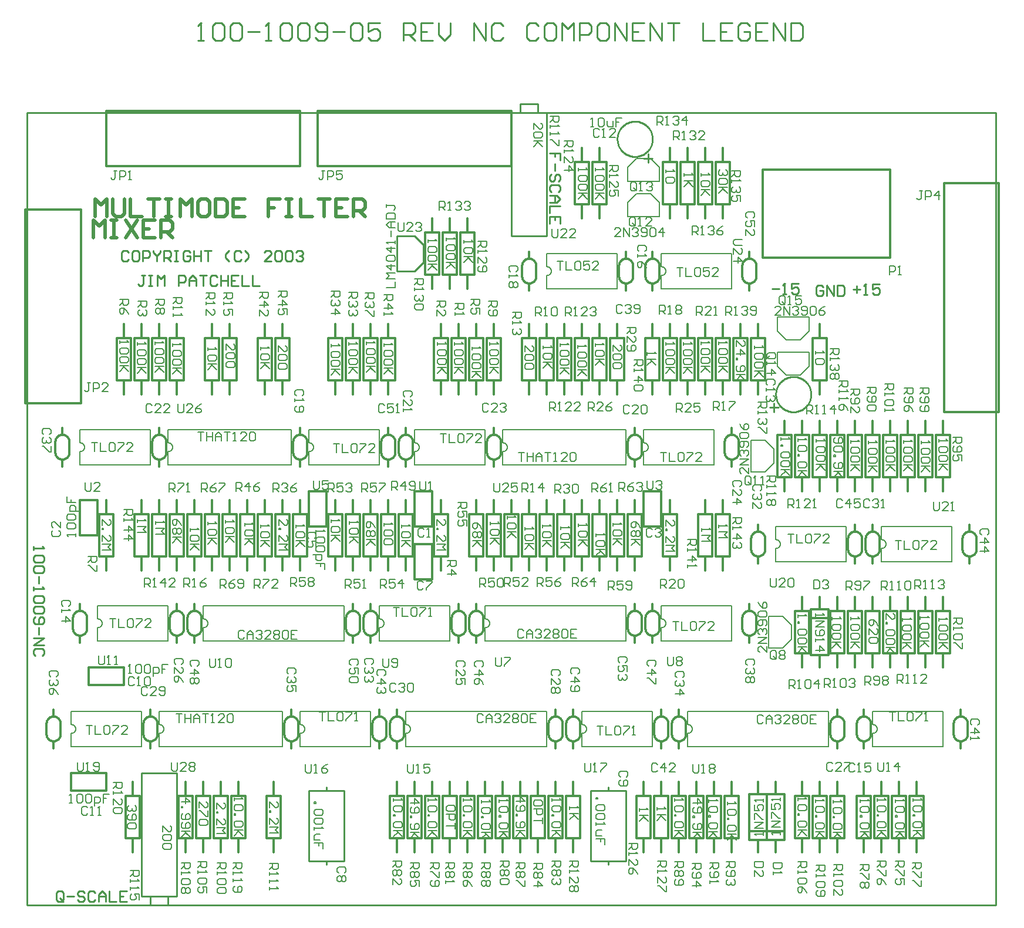
<source format=gto>
*%FSLAX23Y23*%
*%MOIN*%
G01*
%ADD11C,0.006*%
%ADD12C,0.007*%
%ADD13C,0.008*%
%ADD14C,0.010*%
%ADD15C,0.012*%
%ADD16C,0.020*%
%ADD17C,0.032*%
%ADD18C,0.036*%
%ADD19C,0.050*%
%ADD20C,0.052*%
%ADD21C,0.055*%
%ADD22C,0.056*%
%ADD23C,0.059*%
%ADD24C,0.062*%
%ADD25C,0.066*%
%ADD26C,0.070*%
%ADD27C,0.090*%
%ADD28C,0.125*%
%ADD29C,0.129*%
%ADD30C,0.140*%
%ADD31C,0.160*%
%ADD32C,0.250*%
%ADD33R,0.062X0.062*%
%ADD34R,0.066X0.066*%
D11*
X7056Y7200D02*
X7064Y7208D01*
Y7225D01*
X7056Y7233D01*
X7022D01*
X7014Y7225D01*
Y7208D01*
X7022Y7200D01*
X7014Y7183D02*
Y7166D01*
Y7175D01*
X7064D01*
X7065D01*
X7064D02*
X7056Y7183D01*
X7064Y7116D02*
X7014D01*
X7039Y7141D02*
X7064Y7116D01*
X7039Y7108D02*
Y7141D01*
X7289Y7128D02*
X7322D01*
X7306D01*
Y7078D01*
X7339D02*
Y7128D01*
Y7078D02*
X7372D01*
X7389Y7120D02*
X7397Y7128D01*
X7414D01*
X7422Y7120D01*
Y7086D01*
X7414Y7078D01*
X7397D01*
X7389Y7086D01*
Y7120D01*
X7439Y7128D02*
X7472D01*
Y7120D01*
X7439Y7086D01*
Y7078D01*
X7489D02*
X7522D01*
X7489D02*
X7522Y7111D01*
Y7120D01*
X7514Y7128D01*
X7497D01*
X7489Y7120D01*
X7224Y6918D02*
Y6876D01*
X7232Y6868D01*
X7249D01*
X7257Y6876D01*
Y6918D01*
X7274Y6868D02*
X7291D01*
X7282D01*
Y6918D01*
X7283D01*
X7282D02*
X7274Y6910D01*
X7316Y6868D02*
X7332D01*
X7324D01*
Y6918D01*
X7325D01*
X7324D02*
X7316Y6910D01*
X6994Y6808D02*
X6986Y6800D01*
X6994Y6808D02*
Y6825D01*
X6986Y6833D01*
X6952D01*
X6944Y6825D01*
Y6808D01*
X6952Y6800D01*
X6986Y6783D02*
X6994Y6775D01*
Y6758D01*
X6986Y6750D01*
X6977D01*
X6978D01*
X6977D02*
X6978D01*
X6977D02*
X6978D01*
X6977D02*
X6969Y6758D01*
Y6766D01*
Y6758D01*
X6961Y6750D01*
X6952D01*
X6944Y6758D01*
Y6775D01*
X6952Y6783D01*
X6986Y6716D02*
X6994Y6700D01*
X6986Y6716D02*
X6969Y6733D01*
X6952D01*
X6944Y6725D01*
Y6708D01*
X6952Y6700D01*
X6961D01*
X6969Y6708D01*
Y6733D01*
X7154Y6523D02*
X7187D01*
X7171D01*
Y6473D01*
X7204D02*
Y6523D01*
Y6473D02*
X7237D01*
X7254Y6515D02*
X7262Y6523D01*
X7279D01*
X7287Y6515D01*
Y6481D01*
X7279Y6473D01*
X7262D01*
X7254Y6481D01*
Y6515D01*
X7304Y6523D02*
X7337D01*
Y6515D01*
X7304Y6481D01*
Y6473D01*
X7354D02*
X7387D01*
X7354D02*
X7387Y6506D01*
Y6515D01*
X7379Y6523D01*
X7362D01*
X7354Y6515D01*
X7104Y6313D02*
Y6271D01*
X7112Y6263D01*
X7129D01*
X7137Y6271D01*
Y6313D01*
X7154Y6263D02*
X7171D01*
X7162D01*
Y6313D01*
X7163D01*
X7162D02*
X7154Y6305D01*
X7196Y6271D02*
X7204Y6263D01*
X7221D01*
X7229Y6271D01*
Y6305D01*
X7221Y6313D01*
X7204D01*
X7196Y6305D01*
Y6296D01*
X7204Y6288D01*
X7229D01*
X7076Y6083D02*
X7059D01*
X7067D02*
X7076D01*
X7067D02*
Y6133D01*
X7068D01*
X7067D02*
X7059Y6125D01*
X7101D02*
X7109Y6133D01*
X7126D01*
X7134Y6125D01*
Y6091D01*
X7126Y6083D01*
X7109D01*
X7101Y6091D01*
Y6125D01*
X7151D02*
X7159Y6133D01*
X7176D01*
X7184Y6125D01*
Y6091D01*
X7176Y6083D01*
X7159D01*
X7151Y6091D01*
Y6125D01*
X7201Y6116D02*
Y6066D01*
Y6116D02*
X7226D01*
X7234Y6108D01*
Y6091D01*
X7226Y6083D01*
X7201D01*
X7251Y6133D02*
X7284D01*
X7251D02*
Y6108D01*
X7267D01*
X7251D01*
Y6083D01*
X7162Y6055D02*
X7154Y6063D01*
X7137D01*
X7129Y6055D01*
Y6021D01*
X7137Y6013D01*
X7154D01*
X7162Y6021D01*
X7179Y6013D02*
X7196D01*
X7187D01*
Y6063D01*
X7188D01*
X7187D02*
X7179Y6055D01*
X7221Y6013D02*
X7237D01*
X7229D01*
Y6063D01*
X7230D01*
X7229D02*
X7221Y6055D01*
X7394Y6818D02*
X7411D01*
X7402D01*
Y6868D01*
X7403D01*
X7402D02*
X7394Y6860D01*
X7436D02*
X7444Y6868D01*
X7461D01*
X7469Y6860D01*
Y6826D01*
X7461Y6818D01*
X7444D01*
X7436Y6826D01*
Y6860D01*
X7486D02*
X7494Y6868D01*
X7511D01*
X7519Y6860D01*
Y6826D01*
X7511Y6818D01*
X7494D01*
X7486Y6826D01*
Y6860D01*
X7536Y6851D02*
Y6801D01*
Y6851D02*
X7561D01*
X7569Y6843D01*
Y6826D01*
X7561Y6818D01*
X7536D01*
X7586Y6868D02*
X7619D01*
X7586D02*
Y6843D01*
X7602D01*
X7586D01*
Y6818D01*
X7427Y6790D02*
X7419Y6798D01*
X7402D01*
X7394Y6790D01*
Y6756D01*
X7402Y6748D01*
X7419D01*
X7427Y6756D01*
X7444Y6748D02*
X7461D01*
X7452D01*
Y6798D01*
X7453D01*
X7452D02*
X7444Y6790D01*
X7486D02*
X7494Y6798D01*
X7511D01*
X7519Y6790D01*
Y6756D01*
X7511Y6748D01*
X7494D01*
X7486Y6756D01*
Y6790D01*
X7244Y7660D02*
Y7693D01*
X7277Y7660D01*
X7286D01*
X7294Y7668D01*
Y7685D01*
X7286Y7693D01*
X7252Y7643D02*
X7244D01*
X7252D02*
Y7635D01*
X7244D01*
Y7643D01*
Y7601D02*
Y7568D01*
Y7601D02*
X7277Y7568D01*
X7286D01*
X7294Y7576D01*
Y7593D01*
X7286Y7601D01*
X7294Y7551D02*
X7244D01*
X7277Y7535D02*
X7294Y7551D01*
X7277Y7535D02*
X7294Y7518D01*
X7244D01*
X7214Y7483D02*
X7164D01*
X7214D02*
Y7458D01*
X7206Y7450D01*
X7189D01*
X7181Y7458D01*
Y7483D01*
Y7466D02*
X7164Y7450D01*
X7214Y7433D02*
Y7400D01*
X7206D01*
X7172Y7433D01*
X7164D01*
X7161Y8468D02*
X7177D01*
X7169D02*
X7161D01*
X7169D02*
Y8426D01*
X7161Y8418D01*
X7152D01*
X7144Y8426D01*
X7194Y8418D02*
Y8468D01*
X7219D01*
X7227Y8460D01*
Y8443D01*
X7219Y8435D01*
X7194D01*
X7244Y8418D02*
X7277D01*
X7244D02*
X7277Y8451D01*
Y8460D01*
X7269Y8468D01*
X7252D01*
X7244Y8460D01*
X7344Y8691D02*
Y8708D01*
Y8700D02*
Y8691D01*
Y8700D02*
X7394D01*
X7395D01*
X7394D02*
X7386Y8708D01*
Y8666D02*
X7394Y8658D01*
Y8641D01*
X7386Y8633D01*
X7352D01*
X7344Y8641D01*
Y8658D01*
X7352Y8666D01*
X7386D01*
Y8616D02*
X7394Y8608D01*
Y8591D01*
X7386Y8583D01*
X7352D01*
X7344Y8591D01*
Y8608D01*
X7352Y8616D01*
X7386D01*
X7394Y8566D02*
X7344D01*
X7361D01*
X7394Y8533D01*
X7369Y8558D01*
X7344Y8533D01*
Y8943D02*
X7394D01*
Y8918D01*
X7386Y8910D01*
X7369D01*
X7361Y8918D01*
Y8943D01*
Y8926D02*
X7344Y8910D01*
X7386Y8876D02*
X7394Y8860D01*
X7386Y8876D02*
X7369Y8893D01*
X7352D01*
X7344Y8885D01*
Y8868D01*
X7352Y8860D01*
X7361D01*
X7369Y8868D01*
Y8893D01*
X6954Y8183D02*
X6946Y8175D01*
X6954Y8183D02*
Y8200D01*
X6946Y8208D01*
X6912D01*
X6904Y8200D01*
Y8183D01*
X6912Y8175D01*
X6946Y8158D02*
X6954Y8150D01*
Y8133D01*
X6946Y8125D01*
X6937D01*
X6938D01*
X6937D02*
X6938D01*
X6937D02*
X6938D01*
X6937D02*
X6929Y8133D01*
Y8141D01*
Y8133D01*
X6921Y8125D01*
X6912D01*
X6904Y8133D01*
Y8150D01*
X6912Y8158D01*
X6954Y8108D02*
Y8075D01*
X6946D01*
X6912Y8108D01*
X6904D01*
X7093Y7614D02*
Y7597D01*
Y7605D02*
Y7614D01*
Y7605D02*
X7043D01*
X7044D01*
X7043D02*
X7051Y7597D01*
Y7639D02*
X7043Y7647D01*
Y7664D01*
X7051Y7672D01*
X7085D01*
X7093Y7664D01*
Y7647D01*
X7085Y7639D01*
X7051D01*
Y7689D02*
X7043Y7697D01*
Y7714D01*
X7051Y7722D01*
X7085D01*
X7093Y7714D01*
Y7697D01*
X7085Y7689D01*
X7051D01*
X7060Y7739D02*
X7110D01*
X7060D02*
Y7764D01*
X7068Y7772D01*
X7085D01*
X7093Y7764D01*
Y7739D01*
X7043Y7789D02*
Y7822D01*
Y7789D02*
X7068D01*
Y7805D01*
Y7789D01*
X7093D01*
X6965Y7630D02*
X6957Y7622D01*
Y7605D01*
X6965Y7597D01*
X6999D01*
X7007Y7605D01*
Y7622D01*
X6999Y7630D01*
X7007Y7647D02*
Y7680D01*
Y7647D02*
X6974Y7680D01*
X6965D01*
X6957Y7672D01*
Y7655D01*
X6965Y7647D01*
X7184Y8128D02*
X7217D01*
X7201D01*
Y8078D01*
X7234D02*
Y8128D01*
Y8078D02*
X7267D01*
X7284Y8120D02*
X7292Y8128D01*
X7309D01*
X7317Y8120D01*
Y8086D01*
X7309Y8078D01*
X7292D01*
X7284Y8086D01*
Y8120D01*
X7334Y8128D02*
X7367D01*
Y8120D01*
X7334Y8086D01*
Y8078D01*
X7384D02*
X7417D01*
X7384D02*
X7417Y8111D01*
Y8120D01*
X7409Y8128D01*
X7392D01*
X7384Y8120D01*
X7149Y7903D02*
Y7861D01*
X7157Y7853D01*
X7174D01*
X7182Y7861D01*
Y7903D01*
X7199Y7853D02*
X7232D01*
X7199D02*
X7232Y7886D01*
Y7895D01*
X7224Y7903D01*
X7207D01*
X7199Y7895D01*
X7589Y5953D02*
Y5920D01*
Y5953D02*
X7622Y5920D01*
X7631D01*
X7639Y5928D01*
Y5945D01*
X7631Y5953D01*
Y5903D02*
X7639Y5895D01*
Y5878D01*
X7631Y5870D01*
X7597D01*
X7589Y5878D01*
Y5895D01*
X7597Y5903D01*
X7631D01*
Y5853D02*
X7639Y5845D01*
Y5828D01*
X7631Y5820D01*
X7597D01*
X7589Y5828D01*
Y5845D01*
X7597Y5853D01*
X7631D01*
X7454Y5698D02*
X7404D01*
X7454D02*
Y5673D01*
X7446Y5665D01*
X7429D01*
X7421Y5673D01*
Y5698D01*
Y5681D02*
X7404Y5665D01*
Y5648D02*
Y5631D01*
Y5640D01*
X7454D01*
X7455D01*
X7454D02*
X7446Y5648D01*
X7404Y5606D02*
Y5590D01*
Y5598D01*
X7454D01*
X7455D01*
X7454D02*
X7446Y5606D01*
X7454Y5565D02*
Y5531D01*
Y5565D02*
X7429D01*
X7437Y5548D01*
Y5540D01*
X7429Y5531D01*
X7412D01*
X7404Y5540D01*
Y5556D01*
X7412Y5565D01*
X8194Y6055D02*
Y6088D01*
X8227Y6055D01*
X8236D01*
X8244Y6063D01*
Y6080D01*
X8236Y6088D01*
X8202Y6038D02*
X8194D01*
X8202D02*
Y6030D01*
X8194D01*
Y6038D01*
Y5996D02*
Y5963D01*
Y5996D02*
X8227Y5963D01*
X8236D01*
X8244Y5971D01*
Y5988D01*
X8236Y5996D01*
X8244Y5946D02*
X8194D01*
X8227Y5930D02*
X8244Y5946D01*
X8227Y5930D02*
X8244Y5913D01*
X8194D01*
Y5738D02*
X8244D01*
Y5713D01*
X8236Y5705D01*
X8219D01*
X8211Y5713D01*
Y5738D01*
Y5721D02*
X8194Y5705D01*
Y5688D02*
Y5671D01*
Y5680D01*
X8244D01*
X8245D01*
X8244D02*
X8236Y5688D01*
X8194Y5646D02*
Y5630D01*
Y5638D01*
X8244D01*
X8245D01*
X8244D02*
X8236Y5646D01*
X8194Y5605D02*
Y5588D01*
Y5596D01*
X8244D01*
X8245D01*
X8244D02*
X8236Y5605D01*
X7894Y6050D02*
Y6083D01*
X7927Y6050D01*
X7936D01*
X7944Y6058D01*
Y6075D01*
X7936Y6083D01*
X7902Y6033D02*
X7894D01*
X7902D02*
Y6025D01*
X7894D01*
Y6033D01*
Y5991D02*
Y5958D01*
Y5991D02*
X7927Y5958D01*
X7936D01*
X7944Y5966D01*
Y5983D01*
X7936Y5991D01*
X7944Y5941D02*
X7894D01*
X7927Y5925D02*
X7944Y5941D01*
X7927Y5925D02*
X7944Y5908D01*
X7894D01*
X7899Y5743D02*
X7949D01*
Y5718D01*
X7941Y5710D01*
X7924D01*
X7916Y5718D01*
Y5743D01*
Y5726D02*
X7899Y5710D01*
Y5693D02*
Y5676D01*
Y5685D01*
X7949D01*
X7950D01*
X7949D02*
X7941Y5693D01*
Y5651D02*
X7949Y5643D01*
Y5626D01*
X7941Y5618D01*
X7907D01*
X7899Y5626D01*
Y5643D01*
X7907Y5651D01*
X7941D01*
Y5601D02*
X7949Y5593D01*
Y5576D01*
X7941Y5568D01*
X7907D01*
X7899Y5576D01*
Y5593D01*
X7907Y5601D01*
X7941D01*
X8899Y6091D02*
Y6108D01*
Y6100D02*
Y6091D01*
Y6100D02*
X8949D01*
X8950D01*
X8949D02*
X8941Y6108D01*
Y6066D02*
X8949Y6058D01*
Y6041D01*
X8941Y6033D01*
X8907D01*
X8899Y6041D01*
Y6058D01*
X8907Y6066D01*
X8941D01*
X8907Y6016D02*
X8899D01*
X8907D02*
Y6008D01*
X8899D01*
Y6016D01*
X8941Y5975D02*
X8949Y5966D01*
Y5950D01*
X8941Y5941D01*
X8907D01*
X8899Y5950D01*
Y5966D01*
X8907Y5975D01*
X8941D01*
X8949Y5925D02*
X8899D01*
X8916D01*
X8949Y5891D01*
X8924Y5916D01*
X8899Y5891D01*
X8894Y5753D02*
X8944D01*
Y5728D01*
X8936Y5720D01*
X8919D01*
X8911Y5728D01*
Y5753D01*
Y5736D02*
X8894Y5720D01*
X8936Y5703D02*
X8944Y5695D01*
Y5678D01*
X8936Y5670D01*
X8927D01*
X8919Y5678D01*
X8911Y5670D01*
X8902D01*
X8894Y5678D01*
Y5695D01*
X8902Y5703D01*
X8911D01*
X8919Y5695D01*
X8927Y5703D01*
X8936D01*
X8919Y5695D02*
Y5678D01*
X8894Y5653D02*
Y5620D01*
Y5653D02*
X8927Y5620D01*
X8936D01*
X8944Y5628D01*
Y5645D01*
X8936Y5653D01*
X7439Y6060D02*
X7431Y6068D01*
X7439Y6060D02*
Y6043D01*
X7431Y6035D01*
X7422D01*
X7423D01*
X7422D02*
X7423D01*
X7422D02*
X7423D01*
X7422D02*
X7414Y6043D01*
Y6051D01*
Y6043D01*
X7406Y6035D01*
X7397D01*
X7389Y6043D01*
Y6060D01*
X7397Y6068D01*
Y6018D02*
X7389Y6010D01*
Y5993D01*
X7397Y5985D01*
X7431D01*
X7439Y5993D01*
Y6010D01*
X7431Y6018D01*
X7422D01*
X7414Y6010D01*
Y5985D01*
X7431Y5968D02*
X7439Y5960D01*
Y5943D01*
X7431Y5935D01*
X7397D01*
X7389Y5943D01*
Y5960D01*
X7397Y5968D01*
X7431D01*
X7359Y6198D02*
X7309D01*
X7359D02*
Y6173D01*
X7351Y6165D01*
X7334D01*
X7326Y6173D01*
Y6198D01*
Y6181D02*
X7309Y6165D01*
Y6148D02*
Y6131D01*
Y6140D01*
X7359D01*
X7360D01*
X7359D02*
X7351Y6148D01*
X7309Y6106D02*
Y6073D01*
Y6106D02*
X7342Y6073D01*
X7351D01*
X7359Y6081D01*
Y6098D01*
X7351Y6106D01*
Y6056D02*
X7359Y6048D01*
Y6031D01*
X7351Y6023D01*
X7317D01*
X7309Y6031D01*
Y6048D01*
X7317Y6056D01*
X7351D01*
X8899Y7193D02*
X8932D01*
X8916D01*
Y7143D01*
X8949D02*
Y7193D01*
Y7143D02*
X8982D01*
X8999Y7185D02*
X9007Y7193D01*
X9024D01*
X9032Y7185D01*
Y7151D01*
X9024Y7143D01*
X9007D01*
X8999Y7151D01*
Y7185D01*
X9049Y7193D02*
X9082D01*
Y7185D01*
X9049Y7151D01*
Y7143D01*
X9099D02*
X9116D01*
X9107D01*
Y7193D01*
X9108D01*
X9107D02*
X9099Y7185D01*
X8839Y6903D02*
Y6861D01*
X8847Y6853D01*
X8864D01*
X8872Y6861D01*
Y6903D01*
X8889Y6861D02*
X8897Y6853D01*
X8914D01*
X8922Y6861D01*
Y6895D01*
X8914Y6903D01*
X8897D01*
X8889Y6895D01*
Y6886D01*
X8897Y6878D01*
X8922D01*
X8784Y6878D02*
X8776Y6870D01*
X8784Y6878D02*
Y6895D01*
X8776Y6903D01*
X8742D01*
X8734Y6895D01*
Y6878D01*
X8742Y6870D01*
X8776Y6853D02*
X8784Y6845D01*
Y6828D01*
X8776Y6820D01*
X8767D01*
X8768D01*
X8767D02*
X8768D01*
X8767D02*
X8768D01*
X8767D02*
X8759Y6828D01*
Y6836D01*
Y6828D01*
X8751Y6820D01*
X8742D01*
X8734Y6828D01*
Y6845D01*
X8742Y6853D01*
X8776Y6803D02*
X8784Y6795D01*
Y6778D01*
X8776Y6770D01*
X8767D01*
X8768D01*
X8767D02*
X8768D01*
X8767D02*
X8768D01*
X8767D02*
X8759Y6778D01*
Y6786D01*
Y6778D01*
X8751Y6770D01*
X8742D01*
X8734Y6778D01*
Y6795D01*
X8742Y6803D01*
X8691Y6865D02*
X8699Y6873D01*
Y6890D01*
X8691Y6898D01*
X8657D01*
X8649Y6890D01*
Y6873D01*
X8657Y6865D01*
X8699Y6848D02*
Y6815D01*
Y6848D02*
X8674D01*
X8682Y6831D01*
Y6823D01*
X8674Y6815D01*
X8657D01*
X8649Y6823D01*
Y6840D01*
X8657Y6848D01*
X8691Y6798D02*
X8699Y6790D01*
Y6773D01*
X8691Y6765D01*
X8657D01*
X8649Y6773D01*
Y6790D01*
X8657Y6798D01*
X8691D01*
X8052Y7055D02*
X8044Y7063D01*
X8027D01*
X8019Y7055D01*
Y7021D01*
X8027Y7013D01*
X8044D01*
X8052Y7021D01*
X8069Y7013D02*
Y7046D01*
X8086Y7063D01*
X8102Y7046D01*
Y7013D01*
Y7038D01*
X8069D01*
X8119Y7055D02*
X8127Y7063D01*
X8144D01*
X8152Y7055D01*
Y7046D01*
X8153D01*
X8152D02*
X8153D01*
X8152D02*
X8153D01*
X8152D02*
X8144Y7038D01*
X8136D01*
X8144D01*
X8152Y7030D01*
Y7021D01*
X8144Y7013D01*
X8127D01*
X8119Y7021D01*
X8169Y7013D02*
X8202D01*
X8169D02*
X8202Y7046D01*
Y7055D01*
X8194Y7063D01*
X8177D01*
X8169Y7055D01*
X8219D02*
X8227Y7063D01*
X8244D01*
X8252Y7055D01*
Y7046D01*
X8244Y7038D01*
X8252Y7030D01*
Y7021D01*
X8244Y7013D01*
X8227D01*
X8219Y7021D01*
Y7030D01*
X8227Y7038D01*
X8219Y7046D01*
Y7055D01*
X8227Y7038D02*
X8244D01*
X8269Y7055D02*
X8277Y7063D01*
X8294D01*
X8302Y7055D01*
Y7021D01*
X8294Y7013D01*
X8277D01*
X8269Y7021D01*
Y7055D01*
X8319Y7063D02*
X8352D01*
X8319D02*
Y7013D01*
X8352D01*
X8336Y7038D02*
X8319D01*
X7854Y6903D02*
Y6861D01*
X7862Y6853D01*
X7879D01*
X7887Y6861D01*
Y6903D01*
X7904Y6853D02*
X7921D01*
X7912D01*
Y6903D01*
X7913D01*
X7912D02*
X7904Y6895D01*
X7946D02*
X7954Y6903D01*
X7971D01*
X7979Y6895D01*
Y6861D01*
X7971Y6853D01*
X7954D01*
X7946Y6861D01*
Y6895D01*
X7794Y6868D02*
X7786Y6860D01*
X7794Y6868D02*
Y6885D01*
X7786Y6893D01*
X7752D01*
X7744Y6885D01*
Y6868D01*
X7752Y6860D01*
X7744Y6818D02*
X7794D01*
X7769Y6843D01*
Y6810D01*
X7786Y6793D02*
X7794Y6785D01*
Y6768D01*
X7786Y6760D01*
X7777D01*
X7769Y6768D01*
X7761Y6760D01*
X7752D01*
X7744Y6768D01*
Y6785D01*
X7752Y6793D01*
X7761D01*
X7769Y6785D01*
X7777Y6793D01*
X7786D01*
X7769Y6785D02*
Y6768D01*
X7696Y6870D02*
X7704Y6878D01*
Y6895D01*
X7696Y6903D01*
X7662D01*
X7654Y6895D01*
Y6878D01*
X7662Y6870D01*
X7654Y6853D02*
Y6820D01*
Y6853D02*
X7687Y6820D01*
X7696D01*
X7704Y6828D01*
Y6845D01*
X7696Y6853D01*
Y6786D02*
X7704Y6770D01*
X7696Y6786D02*
X7679Y6803D01*
X7662D01*
X7654Y6795D01*
Y6778D01*
X7662Y6770D01*
X7671D01*
X7679Y6778D01*
Y6803D01*
X8479Y6598D02*
X8512D01*
X8496D01*
Y6548D01*
X8529D02*
Y6598D01*
Y6548D02*
X8562D01*
X8579Y6590D02*
X8587Y6598D01*
X8604D01*
X8612Y6590D01*
Y6556D01*
X8604Y6548D01*
X8587D01*
X8579Y6556D01*
Y6590D01*
X8629Y6598D02*
X8662D01*
Y6590D01*
X8629Y6556D01*
Y6548D01*
X8679D02*
X8696D01*
X8687D01*
Y6598D01*
X8688D01*
X8687D02*
X8679Y6590D01*
X8399Y6303D02*
Y6261D01*
X8407Y6253D01*
X8424D01*
X8432Y6261D01*
Y6303D01*
X8449Y6253D02*
X8466D01*
X8457D01*
Y6303D01*
X8458D01*
X8457D02*
X8449Y6295D01*
X8507D02*
X8524Y6303D01*
X8507Y6295D02*
X8491Y6278D01*
Y6261D01*
X8499Y6253D01*
X8516D01*
X8524Y6261D01*
Y6270D01*
X8516Y6278D01*
X8491D01*
X8457Y6088D02*
X8449D01*
X8457D02*
Y6080D01*
X8449D01*
Y6088D01*
X8491Y6046D02*
X8499Y6038D01*
Y6021D01*
X8491Y6013D01*
X8457D01*
X8449Y6021D01*
Y6038D01*
X8457Y6046D01*
X8491D01*
Y5996D02*
X8499Y5988D01*
Y5971D01*
X8491Y5963D01*
X8457D01*
X8449Y5971D01*
Y5988D01*
X8457Y5996D01*
X8491D01*
X8449Y5946D02*
Y5930D01*
Y5938D01*
X8499D01*
X8500D01*
X8499D02*
X8491Y5946D01*
X8482Y5905D02*
X8457D01*
X8449Y5896D01*
Y5871D01*
X8482D01*
X8499Y5855D02*
Y5821D01*
Y5855D02*
X8474D01*
Y5838D01*
Y5855D01*
X8449D01*
X8621Y5685D02*
X8629Y5693D01*
Y5710D01*
X8621Y5718D01*
X8587D01*
X8579Y5710D01*
Y5693D01*
X8587Y5685D01*
X8621Y5668D02*
X8629Y5660D01*
Y5643D01*
X8621Y5635D01*
X8612D01*
X8604Y5643D01*
X8596Y5635D01*
X8587D01*
X8579Y5643D01*
Y5660D01*
X8587Y5668D01*
X8596D01*
X8604Y5660D01*
X8612Y5668D01*
X8621D01*
X8604Y5660D02*
Y5643D01*
X7502Y6735D02*
X7494Y6743D01*
X7477D01*
X7469Y6735D01*
Y6701D01*
X7477Y6693D01*
X7494D01*
X7502Y6701D01*
X7519Y6693D02*
X7552D01*
X7519D02*
X7552Y6726D01*
Y6735D01*
X7544Y6743D01*
X7527D01*
X7519Y6735D01*
X7569Y6701D02*
X7577Y6693D01*
X7594D01*
X7602Y6701D01*
Y6735D01*
X7594Y6743D01*
X7577D01*
X7569Y6735D01*
Y6726D01*
X7577Y6718D01*
X7602D01*
X7664Y6588D02*
X7697D01*
X7681D01*
Y6538D01*
X7714D02*
Y6588D01*
Y6563D02*
Y6538D01*
Y6563D02*
X7747D01*
Y6588D01*
Y6538D01*
X7764D02*
Y6571D01*
X7781Y6588D01*
X7797Y6571D01*
Y6538D01*
Y6563D01*
X7764D01*
X7814Y6588D02*
X7847D01*
X7831D01*
Y6538D01*
X7864D02*
X7881D01*
X7872D01*
Y6588D01*
X7873D01*
X7872D02*
X7864Y6580D01*
X7906Y6538D02*
X7939D01*
X7906D02*
X7939Y6571D01*
Y6580D01*
X7931Y6588D01*
X7914D01*
X7906Y6580D01*
X7956D02*
X7964Y6588D01*
X7981D01*
X7989Y6580D01*
Y6546D01*
X7981Y6538D01*
X7964D01*
X7956Y6546D01*
Y6580D01*
X7639Y6313D02*
Y6271D01*
X7647Y6263D01*
X7664D01*
X7672Y6271D01*
Y6313D01*
X7689Y6263D02*
X7722D01*
X7689D02*
X7722Y6296D01*
Y6305D01*
X7714Y6313D01*
X7697D01*
X7689Y6305D01*
X7739D02*
X7747Y6313D01*
X7764D01*
X7772Y6305D01*
Y6296D01*
X7764Y6288D01*
X7772Y6280D01*
Y6271D01*
X7764Y6263D01*
X7747D01*
X7739Y6271D01*
Y6280D01*
X7747Y6288D01*
X7739Y6296D01*
Y6305D01*
X7747Y6288D02*
X7764D01*
X8336Y6815D02*
X8344Y6823D01*
Y6840D01*
X8336Y6848D01*
X8302D01*
X8294Y6840D01*
Y6823D01*
X8302Y6815D01*
X8336Y6798D02*
X8344Y6790D01*
Y6773D01*
X8336Y6765D01*
X8327D01*
X8328D01*
X8327D02*
X8328D01*
X8327D02*
X8328D01*
X8327D02*
X8319Y6773D01*
Y6781D01*
Y6773D01*
X8311Y6765D01*
X8302D01*
X8294Y6773D01*
Y6790D01*
X8302Y6798D01*
X8344Y6748D02*
Y6715D01*
Y6748D02*
X8319D01*
X8327Y6731D01*
Y6723D01*
X8319Y6715D01*
X8302D01*
X8294Y6723D01*
Y6740D01*
X8302Y6748D01*
X8904Y6763D02*
X8912Y6755D01*
X8904Y6763D02*
X8887D01*
X8879Y6755D01*
Y6721D01*
X8887Y6713D01*
X8904D01*
X8912Y6721D01*
X8929Y6755D02*
X8937Y6763D01*
X8954D01*
X8962Y6755D01*
Y6746D01*
X8963D01*
X8962D02*
X8963D01*
X8962D02*
X8963D01*
X8962D02*
X8954Y6738D01*
X8946D01*
X8954D01*
X8962Y6730D01*
Y6721D01*
X8954Y6713D01*
X8937D01*
X8929Y6721D01*
X8979Y6755D02*
X8987Y6763D01*
X9004D01*
X9012Y6755D01*
Y6721D01*
X9004Y6713D01*
X8987D01*
X8979Y6721D01*
Y6755D01*
X8854Y6813D02*
X8846Y6805D01*
X8854Y6813D02*
Y6830D01*
X8846Y6838D01*
X8812D01*
X8804Y6830D01*
Y6813D01*
X8812Y6805D01*
X8804Y6763D02*
X8854D01*
X8829Y6788D01*
Y6755D01*
X8846Y6738D02*
X8854Y6730D01*
Y6713D01*
X8846Y6705D01*
X8837D01*
X8838D01*
X8837D02*
X8838D01*
X8837D02*
X8838D01*
X8837D02*
X8829Y6713D01*
Y6721D01*
Y6713D01*
X8821Y6705D01*
X8812D01*
X8804Y6713D01*
Y6730D01*
X8812Y6738D01*
X8249Y7660D02*
Y7693D01*
X8282Y7660D01*
X8291D01*
X8299Y7668D01*
Y7685D01*
X8291Y7693D01*
X8257Y7643D02*
X8249D01*
X8257D02*
Y7635D01*
X8249D01*
Y7643D01*
Y7601D02*
Y7568D01*
Y7601D02*
X8282Y7568D01*
X8291D01*
X8299Y7576D01*
Y7593D01*
X8291Y7601D01*
X8299Y7551D02*
X8249D01*
X8282Y7535D02*
X8299Y7551D01*
X8282Y7535D02*
X8299Y7518D01*
X8249D01*
X8214Y7848D02*
Y7898D01*
X8239D01*
X8247Y7890D01*
Y7873D01*
X8239Y7865D01*
X8214D01*
X8231D02*
X8247Y7848D01*
X8264Y7890D02*
X8272Y7898D01*
X8289D01*
X8297Y7890D01*
Y7881D01*
X8298D01*
X8297D02*
X8298D01*
X8297D02*
X8298D01*
X8297D02*
X8289Y7873D01*
X8281D01*
X8289D01*
X8297Y7865D01*
Y7856D01*
X8289Y7848D01*
X8272D01*
X8264Y7856D01*
X8331Y7890D02*
X8347Y7898D01*
X8331Y7890D02*
X8314Y7873D01*
Y7856D01*
X8322Y7848D01*
X8339D01*
X8347Y7856D01*
Y7865D01*
X8339Y7873D01*
X8314D01*
X7794Y6088D02*
Y6055D01*
Y6088D02*
X7827Y6055D01*
X7836D01*
X7844Y6063D01*
Y6080D01*
X7836Y6088D01*
X7844Y6038D02*
Y6005D01*
X7836D01*
X7802Y6038D01*
X7794D01*
X7836Y5988D02*
X7844Y5980D01*
Y5963D01*
X7836Y5955D01*
X7802D01*
X7794Y5963D01*
Y5980D01*
X7802Y5988D01*
X7836D01*
X7839Y5748D02*
X7789D01*
X7839D02*
Y5723D01*
X7831Y5715D01*
X7814D01*
X7806Y5723D01*
Y5748D01*
Y5731D02*
X7789Y5715D01*
Y5698D02*
Y5681D01*
Y5690D01*
X7839D01*
X7840D01*
X7839D02*
X7831Y5698D01*
Y5656D02*
X7839Y5648D01*
Y5631D01*
X7831Y5623D01*
X7797D01*
X7789Y5631D01*
Y5648D01*
X7797Y5656D01*
X7831D01*
X7839Y5606D02*
Y5573D01*
Y5606D02*
X7814D01*
X7822Y5590D01*
Y5581D01*
X7814Y5573D01*
X7797D01*
X7789Y5581D01*
Y5598D01*
X7797Y5606D01*
X7744Y6088D02*
X7694D01*
X7719Y6113D02*
X7744Y6088D01*
X7719Y6080D02*
Y6113D01*
X7702Y6063D02*
X7694D01*
X7702D02*
Y6055D01*
X7694D01*
Y6063D01*
X7702Y6021D02*
X7694Y6013D01*
Y5996D01*
X7702Y5988D01*
X7736D01*
X7744Y5996D01*
Y6013D01*
X7736Y6021D01*
X7727D01*
X7719Y6013D01*
Y5988D01*
X7702Y5971D02*
X7694Y5963D01*
Y5946D01*
X7702Y5938D01*
X7736D01*
X7744Y5946D01*
Y5963D01*
X7736Y5971D01*
X7727D01*
X7719Y5963D01*
Y5938D01*
X7744Y5921D02*
X7694D01*
X7711D01*
X7744Y5888D01*
X7719Y5913D01*
X7694Y5888D01*
Y5743D02*
X7744D01*
Y5718D01*
X7736Y5710D01*
X7719D01*
X7711Y5718D01*
Y5743D01*
Y5726D02*
X7694Y5710D01*
Y5693D02*
Y5676D01*
Y5685D01*
X7744D01*
X7745D01*
X7744D02*
X7736Y5693D01*
Y5651D02*
X7744Y5643D01*
Y5626D01*
X7736Y5618D01*
X7702D01*
X7694Y5626D01*
Y5643D01*
X7702Y5651D01*
X7736D01*
Y5601D02*
X7744Y5593D01*
Y5576D01*
X7736Y5568D01*
X7727D01*
X7719Y5576D01*
X7711Y5568D01*
X7702D01*
X7694Y5576D01*
Y5593D01*
X7702Y5601D01*
X7711D01*
X7719Y5593D01*
X7727Y5601D01*
X7736D01*
X7719Y5593D02*
Y5576D01*
X8344Y7646D02*
Y7663D01*
Y7655D02*
Y7646D01*
Y7655D02*
X8394D01*
X8395D01*
X8394D02*
X8386Y7663D01*
Y7621D02*
X8394Y7613D01*
Y7596D01*
X8386Y7588D01*
X8352D01*
X8344Y7596D01*
Y7613D01*
X8352Y7621D01*
X8386D01*
X8394Y7571D02*
X8344D01*
X8361D01*
X8394Y7538D01*
X8369Y7563D01*
X8344Y7538D01*
X8314Y7363D02*
Y7313D01*
Y7363D02*
X8339D01*
X8347Y7355D01*
Y7338D01*
X8339Y7330D01*
X8314D01*
X8331D02*
X8347Y7313D01*
X8364Y7363D02*
X8397D01*
X8364D02*
Y7338D01*
X8381Y7346D01*
X8389D01*
X8397Y7338D01*
Y7321D01*
X8389Y7313D01*
X8372D01*
X8364Y7321D01*
X8414Y7355D02*
X8422Y7363D01*
X8439D01*
X8447Y7355D01*
Y7346D01*
X8439Y7338D01*
X8447Y7330D01*
Y7321D01*
X8439Y7313D01*
X8422D01*
X8414Y7321D01*
Y7330D01*
X8422Y7338D01*
X8414Y7346D01*
Y7355D01*
X8422Y7338D02*
X8439D01*
X8794Y7645D02*
X8786Y7661D01*
X8769Y7678D01*
X8752D01*
X8744Y7670D01*
Y7653D01*
X8752Y7645D01*
X8761D01*
X8769Y7653D01*
Y7678D01*
X8786Y7628D02*
X8794Y7620D01*
Y7603D01*
X8786Y7595D01*
X8777D01*
X8769Y7603D01*
X8761Y7595D01*
X8752D01*
X8744Y7603D01*
Y7620D01*
X8752Y7628D01*
X8761D01*
X8769Y7620D01*
X8777Y7628D01*
X8786D01*
X8769Y7620D02*
Y7603D01*
X8794Y7578D02*
X8744D01*
X8761D01*
X8794Y7545D01*
X8769Y7570D01*
X8744Y7545D01*
X8719Y7848D02*
Y7898D01*
X8744D01*
X8752Y7890D01*
Y7873D01*
X8744Y7865D01*
X8719D01*
X8736D02*
X8752Y7848D01*
X8769Y7898D02*
X8802D01*
X8769D02*
Y7873D01*
X8786Y7881D01*
X8794D01*
X8802Y7873D01*
Y7856D01*
X8794Y7848D01*
X8777D01*
X8769Y7856D01*
X8819Y7898D02*
X8852D01*
Y7890D01*
X8819Y7856D01*
Y7848D01*
X7444Y7693D02*
Y7676D01*
Y7685D01*
X7494D01*
X7495D01*
X7494D02*
X7486Y7693D01*
X7494Y7651D02*
X7444D01*
X7477Y7635D02*
X7494Y7651D01*
X7477Y7635D02*
X7494Y7618D01*
X7444D01*
X7419Y7748D02*
X7369D01*
X7419D02*
Y7723D01*
X7411Y7715D01*
X7394D01*
X7386Y7723D01*
Y7748D01*
Y7731D02*
X7369Y7715D01*
Y7698D02*
Y7681D01*
Y7690D01*
X7419D01*
X7420D01*
X7419D02*
X7411Y7698D01*
X7419Y7631D02*
X7369D01*
X7394Y7656D02*
X7419Y7631D01*
X7394Y7623D02*
Y7656D01*
X7369Y7581D02*
X7419D01*
X7394Y7606D01*
Y7573D01*
X7549Y7666D02*
Y7683D01*
Y7675D02*
Y7666D01*
Y7675D02*
X7599D01*
X7600D01*
X7599D02*
X7591Y7683D01*
X7599Y7641D02*
X7549D01*
X7582Y7625D02*
X7599Y7641D01*
X7582Y7625D02*
X7599Y7608D01*
X7549D01*
X7484Y7358D02*
Y7308D01*
Y7358D02*
X7509D01*
X7517Y7350D01*
Y7333D01*
X7509Y7325D01*
X7484D01*
X7501D02*
X7517Y7308D01*
X7534D02*
X7551D01*
X7542D01*
Y7358D01*
X7543D01*
X7542D02*
X7534Y7350D01*
X7601Y7358D02*
Y7308D01*
X7576Y7333D02*
X7601Y7358D01*
X7609Y7333D02*
X7576D01*
X7626Y7308D02*
X7659D01*
X7626D02*
X7659Y7341D01*
Y7350D01*
X7651Y7358D01*
X7634D01*
X7626Y7350D01*
X8144Y7646D02*
Y7663D01*
Y7655D02*
Y7646D01*
Y7655D02*
X8194D01*
X8195D01*
X8194D02*
X8186Y7663D01*
Y7621D02*
X8194Y7613D01*
Y7596D01*
X8186Y7588D01*
X8152D01*
X8144Y7596D01*
Y7613D01*
X8152Y7621D01*
X8186D01*
X8194Y7571D02*
X8144D01*
X8161D01*
X8194Y7538D01*
X8169Y7563D01*
X8144Y7538D01*
X8109Y7353D02*
Y7303D01*
Y7353D02*
X8134D01*
X8142Y7345D01*
Y7328D01*
X8134Y7320D01*
X8109D01*
X8126D02*
X8142Y7303D01*
X8159Y7353D02*
X8192D01*
Y7345D01*
X8159Y7311D01*
Y7303D01*
X8209D02*
X8242D01*
X8209D02*
X8242Y7336D01*
Y7345D01*
X8234Y7353D01*
X8217D01*
X8209Y7345D01*
X7694Y7660D02*
X7686Y7676D01*
X7669Y7693D01*
X7652D01*
X7644Y7685D01*
Y7668D01*
X7652Y7660D01*
X7661D01*
X7669Y7668D01*
Y7693D01*
X7686Y7643D02*
X7694Y7635D01*
Y7618D01*
X7686Y7610D01*
X7677D01*
X7669Y7618D01*
X7661Y7610D01*
X7652D01*
X7644Y7618D01*
Y7635D01*
X7652Y7643D01*
X7661D01*
X7669Y7635D01*
X7677Y7643D01*
X7686D01*
X7669Y7635D02*
Y7618D01*
X7694Y7593D02*
X7644D01*
X7661D01*
X7694Y7560D01*
X7669Y7585D01*
X7644Y7560D01*
X7624Y7848D02*
Y7898D01*
X7649D01*
X7657Y7890D01*
Y7873D01*
X7649Y7865D01*
X7624D01*
X7641D02*
X7657Y7848D01*
X7674Y7898D02*
X7707D01*
Y7890D01*
X7674Y7856D01*
Y7848D01*
X7724D02*
X7741D01*
X7732D01*
Y7898D01*
X7733D01*
X7732D02*
X7724Y7890D01*
X8844Y7673D02*
Y7656D01*
Y7665D01*
X8894D01*
X8895D01*
X8894D02*
X8886Y7673D01*
Y7631D02*
X8894Y7623D01*
Y7606D01*
X8886Y7598D01*
X8852D01*
X8844Y7606D01*
Y7623D01*
X8852Y7631D01*
X8886D01*
Y7581D02*
X8894Y7573D01*
Y7556D01*
X8886Y7548D01*
X8852D01*
X8844Y7556D01*
Y7573D01*
X8852Y7581D01*
X8886D01*
X8824Y7353D02*
Y7303D01*
Y7353D02*
X8849D01*
X8857Y7345D01*
Y7328D01*
X8849Y7320D01*
X8824D01*
X8841D02*
X8857Y7303D01*
X8874Y7353D02*
X8907D01*
X8874D02*
Y7328D01*
X8891Y7336D01*
X8899D01*
X8907Y7328D01*
Y7311D01*
X8899Y7303D01*
X8882D01*
X8874Y7311D01*
X8949Y7303D02*
Y7353D01*
X8924Y7328D01*
X8957D01*
X7994Y6113D02*
Y6096D01*
Y6105D01*
X8044D01*
X8045D01*
X8044D02*
X8036Y6113D01*
Y6071D02*
X8044Y6063D01*
Y6046D01*
X8036Y6038D01*
X8002D01*
X7994Y6046D01*
Y6063D01*
X8002Y6071D01*
X8036D01*
X8002Y6021D02*
X7994D01*
X8002D02*
Y6013D01*
X7994D01*
Y6021D01*
X8036Y5980D02*
X8044Y5971D01*
Y5955D01*
X8036Y5946D01*
X8002D01*
X7994Y5955D01*
Y5971D01*
X8002Y5980D01*
X8036D01*
X8044Y5930D02*
X7994D01*
X8011D01*
X8044Y5896D01*
X8019Y5921D01*
X7994Y5896D01*
X7989Y5743D02*
X8039D01*
Y5718D01*
X8031Y5710D01*
X8014D01*
X8006Y5718D01*
Y5743D01*
Y5726D02*
X7989Y5710D01*
Y5693D02*
Y5676D01*
Y5685D01*
X8039D01*
X8040D01*
X8039D02*
X8031Y5693D01*
X7989Y5651D02*
Y5635D01*
Y5643D01*
X8039D01*
X8040D01*
X8039D02*
X8031Y5651D01*
X7997Y5610D02*
X7989Y5601D01*
Y5585D01*
X7997Y5576D01*
X8031D01*
X8039Y5585D01*
Y5601D01*
X8031Y5610D01*
X8022D01*
X8014Y5601D01*
Y5576D01*
X7527Y8340D02*
X7519Y8348D01*
X7502D01*
X7494Y8340D01*
Y8306D01*
X7502Y8298D01*
X7519D01*
X7527Y8306D01*
X7544Y8298D02*
X7577D01*
X7544D02*
X7577Y8331D01*
Y8340D01*
X7569Y8348D01*
X7552D01*
X7544Y8340D01*
X7594Y8298D02*
X7627D01*
X7594D02*
X7627Y8331D01*
Y8340D01*
X7619Y8348D01*
X7602D01*
X7594Y8340D01*
X8459Y7633D02*
Y7616D01*
Y7625D01*
X8509D01*
X8510D01*
X8509D02*
X8501Y7633D01*
Y7591D02*
X8509Y7583D01*
Y7566D01*
X8501Y7558D01*
X8467D01*
X8459Y7566D01*
Y7583D01*
X8467Y7591D01*
X8501D01*
Y7541D02*
X8509Y7533D01*
Y7516D01*
X8501Y7508D01*
X8467D01*
X8459Y7516D01*
Y7533D01*
X8467Y7541D01*
X8501D01*
X8492Y7491D02*
X8442D01*
X8492D02*
Y7466D01*
X8484Y7458D01*
X8467D01*
X8459Y7466D01*
Y7491D01*
X8509Y7441D02*
Y7408D01*
Y7441D02*
X8484D01*
Y7425D01*
Y7441D01*
X8459D01*
X8451Y7585D02*
X8459Y7593D01*
Y7610D01*
X8451Y7618D01*
X8417D01*
X8409Y7610D01*
Y7593D01*
X8417Y7585D01*
X8459Y7568D02*
Y7535D01*
Y7568D02*
X8434D01*
X8442Y7551D01*
Y7543D01*
X8434Y7535D01*
X8417D01*
X8409Y7543D01*
Y7560D01*
X8417Y7568D01*
X8381Y8395D02*
X8389Y8403D01*
Y8420D01*
X8381Y8428D01*
X8347D01*
X8339Y8420D01*
Y8403D01*
X8347Y8395D01*
X8339Y8378D02*
Y8361D01*
Y8370D01*
X8389D01*
X8390D01*
X8389D02*
X8381Y8378D01*
X8347Y8336D02*
X8339Y8328D01*
Y8311D01*
X8347Y8303D01*
X8381D01*
X8389Y8311D01*
Y8328D01*
X8381Y8336D01*
X8372D01*
X8364Y8328D01*
Y8303D01*
X7822Y8188D02*
X7789D01*
X7806D02*
X7822D01*
X7806D02*
Y8138D01*
X7839D02*
Y8188D01*
Y8163D02*
Y8138D01*
Y8163D02*
X7872D01*
Y8188D01*
Y8138D01*
X7889D02*
Y8171D01*
X7906Y8188D01*
X7922Y8171D01*
Y8138D01*
Y8163D01*
X7889D01*
X7939Y8188D02*
X7972D01*
X7956D01*
Y8138D01*
X7989D02*
X8006D01*
X7997D01*
Y8188D01*
X7998D01*
X7997D02*
X7989Y8180D01*
X8031Y8138D02*
X8064D01*
X8031D02*
X8064Y8171D01*
Y8180D01*
X8056Y8188D01*
X8039D01*
X8031Y8180D01*
X8081D02*
X8089Y8188D01*
X8106D01*
X8114Y8180D01*
Y8146D01*
X8106Y8138D01*
X8089D01*
X8081Y8146D01*
Y8180D01*
X7674Y8306D02*
Y8348D01*
Y8306D02*
X7682Y8298D01*
X7699D01*
X7707Y8306D01*
Y8348D01*
X7724Y8298D02*
X7757D01*
X7724D02*
X7757Y8331D01*
Y8340D01*
X7749Y8348D01*
X7732D01*
X7724Y8340D01*
X7791D02*
X7807Y8348D01*
X7791Y8340D02*
X7774Y8323D01*
Y8306D01*
X7782Y8298D01*
X7799D01*
X7807Y8306D01*
Y8315D01*
X7799Y8323D01*
X7774D01*
X8559Y8123D02*
X8592D01*
X8576D01*
Y8073D01*
X8609D02*
Y8123D01*
Y8073D02*
X8642D01*
X8659Y8115D02*
X8667Y8123D01*
X8684D01*
X8692Y8115D01*
Y8081D01*
X8684Y8073D01*
X8667D01*
X8659Y8081D01*
Y8115D01*
X8709Y8123D02*
X8742D01*
Y8115D01*
X8709Y8081D01*
Y8073D01*
X8759D02*
X8792D01*
X8759D02*
X8792Y8106D01*
Y8115D01*
X8784Y8123D01*
X8767D01*
X8759Y8115D01*
X8444Y7913D02*
Y7871D01*
X8452Y7863D01*
X8469D01*
X8477Y7871D01*
Y7913D01*
X8494D02*
X8527D01*
X8494D02*
Y7888D01*
X8511Y7896D01*
X8519D01*
X8527Y7888D01*
Y7871D01*
X8519Y7863D01*
X8502D01*
X8494Y7871D01*
X8847Y8340D02*
X8839Y8348D01*
X8822D01*
X8814Y8340D01*
Y8306D01*
X8822Y8298D01*
X8839D01*
X8847Y8306D01*
X8864Y8348D02*
X8897D01*
X8864D02*
Y8323D01*
X8881Y8331D01*
X8889D01*
X8897Y8323D01*
Y8306D01*
X8889Y8298D01*
X8872D01*
X8864Y8306D01*
X8914Y8298D02*
X8931D01*
X8922D01*
Y8348D01*
X8923D01*
X8922D02*
X8914Y8340D01*
X8644Y8681D02*
Y8698D01*
Y8690D02*
Y8681D01*
Y8690D02*
X8694D01*
X8695D01*
X8694D02*
X8686Y8698D01*
Y8656D02*
X8694Y8648D01*
Y8631D01*
X8686Y8623D01*
X8652D01*
X8644Y8631D01*
Y8648D01*
X8652Y8656D01*
X8686D01*
Y8606D02*
X8694Y8598D01*
Y8581D01*
X8686Y8573D01*
X8652D01*
X8644Y8581D01*
Y8598D01*
X8652Y8606D01*
X8686D01*
X8694Y8556D02*
X8644D01*
X8661D01*
X8694Y8523D01*
X8669Y8548D01*
X8644Y8523D01*
Y8983D02*
X8694D01*
Y8958D01*
X8686Y8950D01*
X8669D01*
X8661Y8958D01*
Y8983D01*
Y8966D02*
X8644Y8950D01*
X8686Y8933D02*
X8694Y8925D01*
Y8908D01*
X8686Y8900D01*
X8677D01*
X8678D01*
X8677D02*
X8678D01*
X8677D02*
X8678D01*
X8677D02*
X8669Y8908D01*
Y8916D01*
Y8908D01*
X8661Y8900D01*
X8652D01*
X8644Y8908D01*
Y8925D01*
X8652Y8933D01*
X8686Y8883D02*
X8694Y8875D01*
Y8858D01*
X8686Y8850D01*
X8677D01*
X8678D01*
X8677D02*
X8678D01*
X8677D02*
X8678D01*
X8677D02*
X8669Y8858D01*
Y8866D01*
Y8858D01*
X8661Y8850D01*
X8652D01*
X8644Y8858D01*
Y8875D01*
X8652Y8883D01*
X8744Y8703D02*
Y8686D01*
Y8695D01*
X8794D01*
X8795D01*
X8794D02*
X8786Y8703D01*
Y8661D02*
X8794Y8653D01*
Y8636D01*
X8786Y8628D01*
X8752D01*
X8744Y8636D01*
Y8653D01*
X8752Y8661D01*
X8786D01*
Y8611D02*
X8794Y8603D01*
Y8586D01*
X8786Y8578D01*
X8752D01*
X8744Y8586D01*
Y8603D01*
X8752Y8611D01*
X8786D01*
X8794Y8561D02*
X8744D01*
X8761D01*
X8794Y8528D01*
X8769Y8553D01*
X8744Y8528D01*
X8739Y8978D02*
X8789D01*
Y8953D01*
X8781Y8945D01*
X8764D01*
X8756Y8953D01*
Y8978D01*
Y8961D02*
X8739Y8945D01*
X8781Y8928D02*
X8789Y8920D01*
Y8903D01*
X8781Y8895D01*
X8772D01*
X8773D01*
X8772D02*
X8773D01*
X8772D02*
X8773D01*
X8772D02*
X8764Y8903D01*
Y8911D01*
Y8903D01*
X8756Y8895D01*
X8747D01*
X8739Y8903D01*
Y8920D01*
X8747Y8928D01*
X8789Y8878D02*
Y8845D01*
X8781D01*
X8747Y8878D01*
X8739D01*
X8844Y8693D02*
Y8676D01*
Y8685D01*
X8894D01*
X8895D01*
X8894D02*
X8886Y8693D01*
Y8651D02*
X8894Y8643D01*
Y8626D01*
X8886Y8618D01*
X8852D01*
X8844Y8626D01*
Y8643D01*
X8852Y8651D01*
X8886D01*
Y8601D02*
X8894Y8593D01*
Y8576D01*
X8886Y8568D01*
X8852D01*
X8844Y8576D01*
Y8593D01*
X8852Y8601D01*
X8886D01*
X8894Y8551D02*
X8844D01*
X8861D01*
X8894Y8518D01*
X8869Y8543D01*
X8844Y8518D01*
Y8968D02*
X8894D01*
Y8943D01*
X8886Y8935D01*
X8869D01*
X8861Y8943D01*
Y8968D01*
Y8951D02*
X8844Y8935D01*
Y8893D02*
X8894D01*
X8869Y8918D01*
Y8885D01*
X8844Y8868D02*
Y8851D01*
Y8860D01*
X8894D01*
X8895D01*
X8894D02*
X8886Y8868D01*
X8544Y8688D02*
Y8671D01*
Y8680D01*
X8594D01*
X8595D01*
X8594D02*
X8586Y8688D01*
Y8646D02*
X8594Y8638D01*
Y8621D01*
X8586Y8613D01*
X8552D01*
X8544Y8621D01*
Y8638D01*
X8552Y8646D01*
X8586D01*
Y8596D02*
X8594Y8588D01*
Y8571D01*
X8586Y8563D01*
X8552D01*
X8544Y8571D01*
Y8588D01*
X8552Y8596D01*
X8586D01*
X8594Y8546D02*
X8544D01*
X8561D01*
X8594Y8513D01*
X8569Y8538D01*
X8544Y8513D01*
Y8988D02*
X8594D01*
Y8963D01*
X8586Y8955D01*
X8569D01*
X8561Y8963D01*
Y8988D01*
Y8971D02*
X8544Y8955D01*
X8586Y8938D02*
X8594Y8930D01*
Y8913D01*
X8586Y8905D01*
X8577D01*
X8578D01*
X8577D02*
X8578D01*
X8577D02*
X8578D01*
X8577D02*
X8569Y8913D01*
Y8921D01*
Y8913D01*
X8561Y8905D01*
X8552D01*
X8544Y8913D01*
Y8930D01*
X8552Y8938D01*
X8544Y8863D02*
X8594D01*
X8569Y8888D01*
Y8855D01*
X8054Y7673D02*
Y7656D01*
Y7665D01*
X8104D01*
X8105D01*
X8104D02*
X8096Y7673D01*
Y7631D02*
X8104Y7623D01*
Y7606D01*
X8096Y7598D01*
X8062D01*
X8054Y7606D01*
Y7623D01*
X8062Y7631D01*
X8096D01*
X8104Y7581D02*
X8054D01*
X8071D01*
X8104Y7548D01*
X8079Y7573D01*
X8054Y7548D01*
X8004Y7853D02*
Y7903D01*
X8029D01*
X8037Y7895D01*
Y7878D01*
X8029Y7870D01*
X8004D01*
X8021D02*
X8037Y7853D01*
X8079D02*
Y7903D01*
X8054Y7878D01*
X8087D01*
X8121Y7895D02*
X8137Y7903D01*
X8121Y7895D02*
X8104Y7878D01*
Y7861D01*
X8112Y7853D01*
X8129D01*
X8137Y7861D01*
Y7870D01*
X8129Y7878D01*
X8104D01*
X7844Y8651D02*
Y8668D01*
Y8660D02*
Y8651D01*
Y8660D02*
X7894D01*
X7895D01*
X7894D02*
X7886Y8668D01*
Y8626D02*
X7894Y8618D01*
Y8601D01*
X7886Y8593D01*
X7852D01*
X7844Y8601D01*
Y8618D01*
X7852Y8626D01*
X7886D01*
X7894Y8576D02*
X7844D01*
X7861D01*
X7894Y8543D01*
X7869Y8568D01*
X7844Y8543D01*
X7834Y8978D02*
X7884D01*
Y8953D01*
X7876Y8945D01*
X7859D01*
X7851Y8953D01*
Y8978D01*
Y8961D02*
X7834Y8945D01*
Y8928D02*
Y8911D01*
Y8920D01*
X7884D01*
X7885D01*
X7884D02*
X7876Y8928D01*
X7834Y8886D02*
Y8853D01*
Y8886D02*
X7867Y8853D01*
X7876D01*
X7884Y8861D01*
Y8878D01*
X7876Y8886D01*
X7744Y7643D02*
Y7626D01*
Y7635D01*
X7794D01*
X7795D01*
X7794D02*
X7786Y7643D01*
Y7601D02*
X7794Y7593D01*
Y7576D01*
X7786Y7568D01*
X7752D01*
X7744Y7576D01*
Y7593D01*
X7752Y7601D01*
X7786D01*
X7794Y7551D02*
X7744D01*
X7761D01*
X7794Y7518D01*
X7769Y7543D01*
X7744Y7518D01*
X7709Y7358D02*
Y7308D01*
Y7358D02*
X7734D01*
X7742Y7350D01*
Y7333D01*
X7734Y7325D01*
X7709D01*
X7726D02*
X7742Y7308D01*
X7759D02*
X7776D01*
X7767D01*
Y7358D01*
X7768D01*
X7767D02*
X7759Y7350D01*
X7817D02*
X7834Y7358D01*
X7817Y7350D02*
X7801Y7333D01*
Y7316D01*
X7809Y7308D01*
X7826D01*
X7834Y7316D01*
Y7325D01*
X7826Y7333D01*
X7801D01*
X8544Y7676D02*
Y7693D01*
Y7685D02*
Y7676D01*
Y7685D02*
X8594D01*
X8595D01*
X8594D02*
X8586Y7693D01*
Y7651D02*
X8594Y7643D01*
Y7626D01*
X8586Y7618D01*
X8552D01*
X8544Y7626D01*
Y7643D01*
X8552Y7651D01*
X8586D01*
X8594Y7601D02*
X8544D01*
X8561D01*
X8594Y7568D01*
X8569Y7593D01*
X8544Y7568D01*
X8529Y7848D02*
Y7898D01*
X8554D01*
X8562Y7890D01*
Y7873D01*
X8554Y7865D01*
X8529D01*
X8546D02*
X8562Y7848D01*
X8579Y7898D02*
X8612D01*
X8579D02*
Y7873D01*
X8596Y7881D01*
X8604D01*
X8612Y7873D01*
Y7856D01*
X8604Y7848D01*
X8587D01*
X8579Y7856D01*
X8629Y7890D02*
X8637Y7898D01*
X8654D01*
X8662Y7890D01*
Y7881D01*
X8663D01*
X8662D02*
X8663D01*
X8662D02*
X8663D01*
X8662D02*
X8654Y7873D01*
X8646D01*
X8654D01*
X8662Y7865D01*
Y7856D01*
X8654Y7848D01*
X8637D01*
X8629Y7856D01*
X8649Y7683D02*
Y7666D01*
Y7675D01*
X8699D01*
X8700D01*
X8699D02*
X8691Y7683D01*
Y7641D02*
X8699Y7633D01*
Y7616D01*
X8691Y7608D01*
X8657D01*
X8649Y7616D01*
Y7633D01*
X8657Y7641D01*
X8691D01*
X8699Y7591D02*
X8649D01*
X8666D01*
X8699Y7558D01*
X8674Y7583D01*
X8649Y7558D01*
X8624Y7353D02*
Y7303D01*
Y7353D02*
X8649D01*
X8657Y7345D01*
Y7328D01*
X8649Y7320D01*
X8624D01*
X8641D02*
X8657Y7303D01*
X8674Y7353D02*
X8707D01*
X8674D02*
Y7328D01*
X8691Y7336D01*
X8699D01*
X8707Y7328D01*
Y7311D01*
X8699Y7303D01*
X8682D01*
X8674Y7311D01*
X8724Y7303D02*
X8741D01*
X8732D01*
Y7353D01*
X8733D01*
X8732D02*
X8724Y7345D01*
X7844Y7661D02*
Y7678D01*
Y7670D02*
Y7661D01*
Y7670D02*
X7894D01*
X7895D01*
X7894D02*
X7886Y7678D01*
Y7636D02*
X7894Y7628D01*
Y7611D01*
X7886Y7603D01*
X7852D01*
X7844Y7611D01*
Y7628D01*
X7852Y7636D01*
X7886D01*
X7894Y7586D02*
X7844D01*
X7861D01*
X7894Y7553D01*
X7869Y7578D01*
X7844Y7553D01*
X7809Y7848D02*
Y7898D01*
X7834D01*
X7842Y7890D01*
Y7873D01*
X7834Y7865D01*
X7809D01*
X7826D02*
X7842Y7848D01*
X7876Y7890D02*
X7892Y7898D01*
X7876Y7890D02*
X7859Y7873D01*
Y7856D01*
X7867Y7848D01*
X7884D01*
X7892Y7856D01*
Y7865D01*
X7884Y7873D01*
X7859D01*
X7909Y7898D02*
X7942D01*
Y7890D01*
X7909Y7856D01*
Y7848D01*
X7944Y7688D02*
Y7671D01*
Y7680D01*
X7994D01*
X7995D01*
X7994D02*
X7986Y7688D01*
Y7646D02*
X7994Y7638D01*
Y7621D01*
X7986Y7613D01*
X7952D01*
X7944Y7621D01*
Y7638D01*
X7952Y7646D01*
X7986D01*
X7994Y7596D02*
X7944D01*
X7961D01*
X7994Y7563D01*
X7969Y7588D01*
X7944Y7563D01*
X7914Y7353D02*
Y7303D01*
Y7353D02*
X7939D01*
X7947Y7345D01*
Y7328D01*
X7939Y7320D01*
X7914D01*
X7931D02*
X7947Y7303D01*
X7981Y7345D02*
X7997Y7353D01*
X7981Y7345D02*
X7964Y7328D01*
Y7311D01*
X7972Y7303D01*
X7989D01*
X7997Y7311D01*
Y7320D01*
X7989Y7328D01*
X7964D01*
X8014Y7311D02*
X8022Y7303D01*
X8039D01*
X8047Y7311D01*
Y7345D01*
X8039Y7353D01*
X8022D01*
X8014Y7345D01*
Y7336D01*
X8022Y7328D01*
X8047D01*
X8244Y8645D02*
Y8678D01*
X8277Y8645D01*
X8286D01*
X8294Y8653D01*
Y8670D01*
X8286Y8678D01*
Y8628D02*
X8294Y8620D01*
Y8603D01*
X8286Y8595D01*
X8252D01*
X8244Y8603D01*
Y8620D01*
X8252Y8628D01*
X8286D01*
Y8578D02*
X8294Y8570D01*
Y8553D01*
X8286Y8545D01*
X8252D01*
X8244Y8553D01*
Y8570D01*
X8252Y8578D01*
X8286D01*
X8294Y8988D02*
X8244D01*
X8294D02*
Y8963D01*
X8286Y8955D01*
X8269D01*
X8261Y8963D01*
Y8988D01*
Y8971D02*
X8244Y8955D01*
Y8913D02*
X8294D01*
X8269Y8938D01*
Y8905D01*
X8294Y8888D02*
Y8855D01*
Y8888D02*
X8269D01*
X8277Y8871D01*
Y8863D01*
X8269Y8855D01*
X8252D01*
X8244Y8863D01*
Y8880D01*
X8252Y8888D01*
X7949Y8688D02*
Y8655D01*
Y8688D02*
X7982Y8655D01*
X7991D01*
X7999Y8663D01*
Y8680D01*
X7991Y8688D01*
Y8638D02*
X7999Y8630D01*
Y8613D01*
X7991Y8605D01*
X7957D01*
X7949Y8613D01*
Y8630D01*
X7957Y8638D01*
X7991D01*
Y8588D02*
X7999Y8580D01*
Y8563D01*
X7991Y8555D01*
X7957D01*
X7949Y8563D01*
Y8580D01*
X7957Y8588D01*
X7991D01*
X7984Y8978D02*
X7934D01*
X7984D02*
Y8953D01*
X7976Y8945D01*
X7959D01*
X7951Y8953D01*
Y8978D01*
Y8961D02*
X7934Y8945D01*
Y8928D02*
Y8911D01*
Y8920D01*
X7984D01*
X7985D01*
X7984D02*
X7976Y8928D01*
X7984Y8886D02*
Y8853D01*
Y8886D02*
X7959D01*
X7967Y8870D01*
Y8861D01*
X7959Y8853D01*
X7942D01*
X7934Y8861D01*
Y8878D01*
X7942Y8886D01*
X7644Y8693D02*
Y8676D01*
Y8685D01*
X7694D01*
X7695D01*
X7694D02*
X7686Y8693D01*
Y8651D02*
X7694Y8643D01*
Y8626D01*
X7686Y8618D01*
X7652D01*
X7644Y8626D01*
Y8643D01*
X7652Y8651D01*
X7686D01*
Y8601D02*
X7694Y8593D01*
Y8576D01*
X7686Y8568D01*
X7652D01*
X7644Y8576D01*
Y8593D01*
X7652Y8601D01*
X7686D01*
X7694Y8551D02*
X7644D01*
X7661D01*
X7694Y8518D01*
X7669Y8543D01*
X7644Y8518D01*
X7649Y8953D02*
X7699D01*
Y8928D01*
X7691Y8920D01*
X7674D01*
X7666Y8928D01*
Y8953D01*
Y8936D02*
X7649Y8920D01*
Y8903D02*
Y8886D01*
Y8895D01*
X7699D01*
X7700D01*
X7699D02*
X7691Y8903D01*
X7649Y8861D02*
Y8845D01*
Y8853D01*
X7699D01*
X7700D01*
X7699D02*
X7691Y8861D01*
X7544Y8703D02*
Y8686D01*
Y8695D01*
X7594D01*
X7595D01*
X7594D02*
X7586Y8703D01*
Y8661D02*
X7594Y8653D01*
Y8636D01*
X7586Y8628D01*
X7552D01*
X7544Y8636D01*
Y8653D01*
X7552Y8661D01*
X7586D01*
Y8611D02*
X7594Y8603D01*
Y8586D01*
X7586Y8578D01*
X7552D01*
X7544Y8586D01*
Y8603D01*
X7552Y8611D01*
X7586D01*
X7594Y8561D02*
X7544D01*
X7561D01*
X7594Y8528D01*
X7569Y8553D01*
X7544Y8528D01*
X7549Y8943D02*
X7599D01*
Y8918D01*
X7591Y8910D01*
X7574D01*
X7566Y8918D01*
Y8943D01*
Y8926D02*
X7549Y8910D01*
X7591Y8893D02*
X7599Y8885D01*
Y8868D01*
X7591Y8860D01*
X7582D01*
X7574Y8868D01*
X7566Y8860D01*
X7557D01*
X7549Y8868D01*
Y8885D01*
X7557Y8893D01*
X7566D01*
X7574Y8885D01*
X7582Y8893D01*
X7591D01*
X7574Y8885D02*
Y8868D01*
X7444Y8698D02*
Y8681D01*
Y8690D01*
X7494D01*
X7495D01*
X7494D02*
X7486Y8698D01*
Y8656D02*
X7494Y8648D01*
Y8631D01*
X7486Y8623D01*
X7452D01*
X7444Y8631D01*
Y8648D01*
X7452Y8656D01*
X7486D01*
Y8606D02*
X7494Y8598D01*
Y8581D01*
X7486Y8573D01*
X7452D01*
X7444Y8581D01*
Y8598D01*
X7452Y8606D01*
X7486D01*
X7494Y8556D02*
X7444D01*
X7461D01*
X7494Y8523D01*
X7469Y8548D01*
X7444Y8523D01*
X7449Y8933D02*
X7499D01*
Y8908D01*
X7491Y8900D01*
X7474D01*
X7466Y8908D01*
Y8933D01*
Y8916D02*
X7449Y8900D01*
X7491Y8883D02*
X7499Y8875D01*
Y8858D01*
X7491Y8850D01*
X7482D01*
X7483D01*
X7482D02*
X7483D01*
X7482D02*
X7483D01*
X7482D02*
X7474Y8858D01*
Y8866D01*
Y8858D01*
X7466Y8850D01*
X7457D01*
X7449Y8858D01*
Y8875D01*
X7457Y8883D01*
X8144Y8673D02*
Y8656D01*
Y8665D01*
X8194D01*
X8195D01*
X8194D02*
X8186Y8673D01*
Y8631D02*
X8194Y8623D01*
Y8606D01*
X8186Y8598D01*
X8152D01*
X8144Y8606D01*
Y8623D01*
X8152Y8631D01*
X8186D01*
X8194Y8581D02*
X8144D01*
X8161D01*
X8194Y8548D01*
X8169Y8573D01*
X8144Y8548D01*
X8139Y8983D02*
X8189D01*
Y8958D01*
X8181Y8950D01*
X8164D01*
X8156Y8958D01*
Y8983D01*
Y8966D02*
X8139Y8950D01*
Y8908D02*
X8189D01*
X8164Y8933D01*
Y8900D01*
X8139Y8883D02*
Y8850D01*
Y8883D02*
X8172Y8850D01*
X8181D01*
X8189Y8858D01*
Y8875D01*
X8181Y8883D01*
X8491Y9673D02*
X8507D01*
X8499D02*
X8491D01*
X8499D02*
Y9631D01*
X8491Y9623D01*
X8482D01*
X8474Y9631D01*
X8524Y9623D02*
Y9673D01*
X8549D01*
X8557Y9665D01*
Y9648D01*
X8549Y9640D01*
X8524D01*
X8574Y9673D02*
X8607D01*
X8574D02*
Y9648D01*
X8591Y9656D01*
X8599D01*
X8607Y9648D01*
Y9631D01*
X8599Y9623D01*
X8582D01*
X8574Y9631D01*
X7327Y9673D02*
X7311D01*
X7319D01*
Y9631D01*
X7311Y9623D01*
X7302D01*
X7294Y9631D01*
X7344Y9623D02*
Y9673D01*
X7369D01*
X7377Y9665D01*
Y9648D01*
X7369Y9640D01*
X7344D01*
X7394Y9623D02*
X7411D01*
X7402D01*
Y9673D01*
X7403D01*
X7402D02*
X7394Y9665D01*
X9094Y6108D02*
Y6091D01*
Y6100D01*
X9144D01*
X9145D01*
X9144D02*
X9136Y6108D01*
Y6066D02*
X9144Y6058D01*
Y6041D01*
X9136Y6033D01*
X9102D01*
X9094Y6041D01*
Y6058D01*
X9102Y6066D01*
X9136D01*
X9102Y6016D02*
X9094D01*
X9102D02*
Y6008D01*
X9094D01*
Y6016D01*
X9136Y5975D02*
X9144Y5966D01*
Y5950D01*
X9136Y5941D01*
X9102D01*
X9094Y5950D01*
Y5966D01*
X9102Y5975D01*
X9136D01*
X9144Y5925D02*
X9094D01*
X9111D01*
X9144Y5891D01*
X9119Y5916D01*
X9094Y5891D01*
X9109Y5743D02*
X9159D01*
Y5718D01*
X9151Y5710D01*
X9134D01*
X9126Y5718D01*
Y5743D01*
Y5726D02*
X9109Y5710D01*
X9159Y5693D02*
Y5660D01*
X9151D01*
X9117Y5693D01*
X9109D01*
X9117Y5643D02*
X9109Y5635D01*
Y5618D01*
X9117Y5610D01*
X9151D01*
X9159Y5618D01*
Y5635D01*
X9151Y5643D01*
X9142D01*
X9134Y5635D01*
Y5610D01*
X9744Y6073D02*
Y6090D01*
X9736Y6098D01*
X9702D01*
X9694Y6090D01*
Y6073D01*
X9702Y6065D01*
X9736D01*
X9744Y6073D01*
Y6048D02*
X9694D01*
X9744D02*
Y6023D01*
X9736Y6015D01*
X9719D01*
X9711Y6023D01*
Y6048D01*
X9744Y5998D02*
Y5965D01*
Y5981D01*
X9694D01*
Y5738D02*
X9744D01*
Y5713D01*
X9736Y5705D01*
X9719D01*
X9711Y5713D01*
Y5738D01*
Y5721D02*
X9694Y5705D01*
X9736Y5688D02*
X9744Y5680D01*
Y5663D01*
X9736Y5655D01*
X9727D01*
X9719Y5663D01*
X9711Y5655D01*
X9702D01*
X9694Y5663D01*
Y5680D01*
X9702Y5688D01*
X9711D01*
X9719Y5680D01*
X9727Y5688D01*
X9736D01*
X9719Y5680D02*
Y5663D01*
X9694Y5613D02*
X9744D01*
X9719Y5638D01*
Y5605D01*
X9499Y6086D02*
Y6103D01*
Y6095D02*
Y6086D01*
Y6095D02*
X9549D01*
X9550D01*
X9549D02*
X9541Y6103D01*
Y6061D02*
X9549Y6053D01*
Y6036D01*
X9541Y6028D01*
X9507D01*
X9499Y6036D01*
Y6053D01*
X9507Y6061D01*
X9541D01*
X9507Y6011D02*
X9499D01*
X9507D02*
Y6003D01*
X9499D01*
Y6011D01*
X9541Y5970D02*
X9549Y5961D01*
Y5945D01*
X9541Y5936D01*
X9507D01*
X9499Y5945D01*
Y5961D01*
X9507Y5970D01*
X9541D01*
X9549Y5920D02*
X9499D01*
X9516D01*
X9549Y5886D01*
X9524Y5911D01*
X9499Y5886D01*
X9504Y5753D02*
X9554D01*
Y5728D01*
X9546Y5720D01*
X9529D01*
X9521Y5728D01*
Y5753D01*
Y5736D02*
X9504Y5720D01*
X9546Y5703D02*
X9554Y5695D01*
Y5678D01*
X9546Y5670D01*
X9537D01*
X9529Y5678D01*
X9521Y5670D01*
X9512D01*
X9504Y5678D01*
Y5695D01*
X9512Y5703D01*
X9521D01*
X9529Y5695D01*
X9537Y5703D01*
X9546D01*
X9529Y5695D02*
Y5678D01*
X9546Y5653D02*
X9554Y5645D01*
Y5628D01*
X9546Y5620D01*
X9512D01*
X9504Y5628D01*
Y5645D01*
X9512Y5653D01*
X9546D01*
X10484Y7113D02*
X10517D01*
X10501D01*
Y7063D01*
X10534D02*
Y7113D01*
Y7063D02*
X10567D01*
X10584Y7105D02*
X10592Y7113D01*
X10609D01*
X10617Y7105D01*
Y7071D01*
X10609Y7063D01*
X10592D01*
X10584Y7071D01*
Y7105D01*
X10634Y7113D02*
X10667D01*
Y7105D01*
X10634Y7071D01*
Y7063D01*
X10684D02*
X10717D01*
X10684D02*
X10717Y7096D01*
Y7105D01*
X10709Y7113D01*
X10692D01*
X10684Y7105D01*
X10454Y6913D02*
Y6871D01*
X10462Y6863D01*
X10479D01*
X10487Y6871D01*
Y6913D01*
X10504Y6905D02*
X10512Y6913D01*
X10529D01*
X10537Y6905D01*
Y6896D01*
X10529Y6888D01*
X10537Y6880D01*
Y6871D01*
X10529Y6863D01*
X10512D01*
X10504Y6871D01*
Y6880D01*
X10512Y6888D01*
X10504Y6896D01*
Y6905D01*
X10512Y6888D02*
X10529D01*
X10389Y6868D02*
X10381Y6860D01*
X10389Y6868D02*
Y6885D01*
X10381Y6893D01*
X10347D01*
X10339Y6885D01*
Y6868D01*
X10347Y6860D01*
X10339Y6818D02*
X10389D01*
X10364Y6843D01*
Y6810D01*
X10389Y6793D02*
Y6760D01*
X10381D01*
X10347Y6793D01*
X10339D01*
X9304Y6863D02*
X9296Y6855D01*
X9304Y6863D02*
Y6880D01*
X9296Y6888D01*
X9262D01*
X9254Y6880D01*
Y6863D01*
X9262Y6855D01*
X9254Y6838D02*
Y6805D01*
Y6838D02*
X9287Y6805D01*
X9296D01*
X9304Y6813D01*
Y6830D01*
X9296Y6838D01*
X9304Y6788D02*
Y6755D01*
Y6788D02*
X9279D01*
X9287Y6771D01*
Y6763D01*
X9279Y6755D01*
X9262D01*
X9254Y6763D01*
Y6780D01*
X9262Y6788D01*
X9401Y6855D02*
X9409Y6863D01*
Y6880D01*
X9401Y6888D01*
X9367D01*
X9359Y6880D01*
Y6863D01*
X9367Y6855D01*
X9359Y6813D02*
X9409D01*
X9384Y6838D01*
Y6805D01*
X9401Y6771D02*
X9409Y6755D01*
X9401Y6771D02*
X9384Y6788D01*
X9367D01*
X9359Y6780D01*
Y6763D01*
X9367Y6755D01*
X9376D01*
X9384Y6763D01*
Y6788D01*
X9637Y7060D02*
X9629Y7068D01*
X9612D01*
X9604Y7060D01*
Y7026D01*
X9612Y7018D01*
X9629D01*
X9637Y7026D01*
X9654Y7018D02*
Y7051D01*
X9671Y7068D01*
X9687Y7051D01*
Y7018D01*
Y7043D01*
X9654D01*
X9704Y7060D02*
X9712Y7068D01*
X9729D01*
X9737Y7060D01*
Y7051D01*
X9738D01*
X9737D02*
X9738D01*
X9737D02*
X9738D01*
X9737D02*
X9729Y7043D01*
X9721D01*
X9729D01*
X9737Y7035D01*
Y7026D01*
X9729Y7018D01*
X9712D01*
X9704Y7026D01*
X9754Y7018D02*
X9787D01*
X9754D02*
X9787Y7051D01*
Y7060D01*
X9779Y7068D01*
X9762D01*
X9754Y7060D01*
X9804D02*
X9812Y7068D01*
X9829D01*
X9837Y7060D01*
Y7051D01*
X9829Y7043D01*
X9837Y7035D01*
Y7026D01*
X9829Y7018D01*
X9812D01*
X9804Y7026D01*
Y7035D01*
X9812Y7043D01*
X9804Y7051D01*
Y7060D01*
X9812Y7043D02*
X9829D01*
X9854Y7060D02*
X9862Y7068D01*
X9879D01*
X9887Y7060D01*
Y7026D01*
X9879Y7018D01*
X9862D01*
X9854Y7026D01*
Y7060D01*
X9904Y7068D02*
X9937D01*
X9904D02*
Y7018D01*
X9937D01*
X9921Y7043D02*
X9904D01*
X9479Y6908D02*
Y6866D01*
X9487Y6858D01*
X9504D01*
X9512Y6866D01*
Y6908D01*
X9529D02*
X9562D01*
Y6900D01*
X9529Y6866D01*
Y6858D01*
X10216Y6880D02*
X10224Y6888D01*
Y6905D01*
X10216Y6913D01*
X10182D01*
X10174Y6905D01*
Y6888D01*
X10182Y6880D01*
X10224Y6863D02*
Y6830D01*
Y6863D02*
X10199D01*
X10207Y6846D01*
Y6838D01*
X10199Y6830D01*
X10182D01*
X10174Y6838D01*
Y6855D01*
X10182Y6863D01*
X10216Y6813D02*
X10224Y6805D01*
Y6788D01*
X10216Y6780D01*
X10207D01*
X10208D01*
X10207D02*
X10208D01*
X10207D02*
X10208D01*
X10207D02*
X10199Y6788D01*
Y6796D01*
Y6788D01*
X10191Y6780D01*
X10182D01*
X10174Y6788D01*
Y6805D01*
X10182Y6813D01*
X10057Y6113D02*
X10049D01*
X10057D02*
Y6105D01*
X10049D01*
Y6113D01*
X10091Y6071D02*
X10099Y6063D01*
Y6046D01*
X10091Y6038D01*
X10057D01*
X10049Y6046D01*
Y6063D01*
X10057Y6071D01*
X10091D01*
Y6021D02*
X10099Y6013D01*
Y5996D01*
X10091Y5988D01*
X10057D01*
X10049Y5996D01*
Y6013D01*
X10057Y6021D01*
X10091D01*
X10049Y5971D02*
Y5955D01*
Y5963D01*
X10099D01*
X10100D01*
X10099D02*
X10091Y5971D01*
X10082Y5930D02*
X10057D01*
X10049Y5921D01*
Y5896D01*
X10082D01*
X10099Y5880D02*
Y5846D01*
Y5880D02*
X10074D01*
Y5863D01*
Y5880D01*
X10049D01*
X10221Y6230D02*
X10229Y6238D01*
Y6255D01*
X10221Y6263D01*
X10187D01*
X10179Y6255D01*
Y6238D01*
X10187Y6230D01*
Y6213D02*
X10179Y6205D01*
Y6188D01*
X10187Y6180D01*
X10221D01*
X10229Y6188D01*
Y6205D01*
X10221Y6213D01*
X10212D01*
X10204Y6205D01*
Y6180D01*
X10087Y6518D02*
X10054D01*
X10071D02*
X10087D01*
X10071D02*
Y6468D01*
X10104D02*
Y6518D01*
Y6468D02*
X10137D01*
X10154Y6510D02*
X10162Y6518D01*
X10179D01*
X10187Y6510D01*
Y6476D01*
X10179Y6468D01*
X10162D01*
X10154Y6476D01*
Y6510D01*
X10204Y6518D02*
X10237D01*
Y6510D01*
X10204Y6476D01*
Y6468D01*
X10254D02*
X10271D01*
X10262D01*
Y6518D01*
X10263D01*
X10262D02*
X10254Y6510D01*
X9984Y6308D02*
Y6266D01*
X9992Y6258D01*
X10009D01*
X10017Y6266D01*
Y6308D01*
X10034Y6258D02*
X10051D01*
X10042D01*
Y6308D01*
X10043D01*
X10042D02*
X10034Y6300D01*
X10076Y6308D02*
X10109D01*
Y6300D01*
X10076Y6266D01*
Y6258D01*
X9946Y6815D02*
X9954Y6823D01*
Y6840D01*
X9946Y6848D01*
X9912D01*
X9904Y6840D01*
Y6823D01*
X9912Y6815D01*
X9904Y6773D02*
X9954D01*
X9929Y6798D01*
Y6765D01*
X9912Y6748D02*
X9904Y6740D01*
Y6723D01*
X9912Y6715D01*
X9946D01*
X9954Y6723D01*
Y6740D01*
X9946Y6748D01*
X9937D01*
X9929Y6740D01*
Y6715D01*
X9836Y6805D02*
X9844Y6813D01*
Y6830D01*
X9836Y6838D01*
X9802D01*
X9794Y6830D01*
Y6813D01*
X9802Y6805D01*
X9794Y6788D02*
Y6755D01*
Y6788D02*
X9827Y6755D01*
X9836D01*
X9844Y6763D01*
Y6780D01*
X9836Y6788D01*
Y6738D02*
X9844Y6730D01*
Y6713D01*
X9836Y6705D01*
X9827D01*
X9819Y6713D01*
X9811Y6705D01*
X9802D01*
X9794Y6713D01*
Y6730D01*
X9802Y6738D01*
X9811D01*
X9819Y6730D01*
X9827Y6738D01*
X9836D01*
X9819Y6730D02*
Y6713D01*
X10389Y6308D02*
X10397Y6300D01*
X10389Y6308D02*
X10372D01*
X10364Y6300D01*
Y6266D01*
X10372Y6258D01*
X10389D01*
X10397Y6266D01*
X10439Y6258D02*
Y6308D01*
X10414Y6283D01*
X10447D01*
X10464Y6258D02*
X10497D01*
X10464D02*
X10497Y6291D01*
Y6300D01*
X10489Y6308D01*
X10472D01*
X10464Y6300D01*
X9407Y6580D02*
X9399Y6588D01*
X9382D01*
X9374Y6580D01*
Y6546D01*
X9382Y6538D01*
X9399D01*
X9407Y6546D01*
X9424Y6538D02*
Y6571D01*
X9441Y6588D01*
X9457Y6571D01*
Y6538D01*
Y6563D01*
X9424D01*
X9474Y6580D02*
X9482Y6588D01*
X9499D01*
X9507Y6580D01*
Y6571D01*
X9508D01*
X9507D02*
X9508D01*
X9507D02*
X9508D01*
X9507D02*
X9499Y6563D01*
X9491D01*
X9499D01*
X9507Y6555D01*
Y6546D01*
X9499Y6538D01*
X9482D01*
X9474Y6546D01*
X9524Y6538D02*
X9557D01*
X9524D02*
X9557Y6571D01*
Y6580D01*
X9549Y6588D01*
X9532D01*
X9524Y6580D01*
X9574D02*
X9582Y6588D01*
X9599D01*
X9607Y6580D01*
Y6571D01*
X9599Y6563D01*
X9607Y6555D01*
Y6546D01*
X9599Y6538D01*
X9582D01*
X9574Y6546D01*
Y6555D01*
X9582Y6563D01*
X9574Y6571D01*
Y6580D01*
X9582Y6563D02*
X9599D01*
X9624Y6580D02*
X9632Y6588D01*
X9649D01*
X9657Y6580D01*
Y6546D01*
X9649Y6538D01*
X9632D01*
X9624Y6546D01*
Y6580D01*
X9674Y6588D02*
X9707D01*
X9674D02*
Y6538D01*
X9707D01*
X9691Y6563D02*
X9674D01*
X8979Y6303D02*
Y6261D01*
X8987Y6253D01*
X9004D01*
X9012Y6261D01*
Y6303D01*
X9029Y6253D02*
X9046D01*
X9037D01*
Y6303D01*
X9038D01*
X9037D02*
X9029Y6295D01*
X9071Y6303D02*
X9104D01*
X9071D02*
Y6278D01*
X9087Y6286D01*
X9096D01*
X9104Y6278D01*
Y6261D01*
X9096Y6253D01*
X9079D01*
X9071Y6261D01*
X9067Y7335D02*
X9059Y7343D01*
X9042D01*
X9034Y7335D01*
Y7301D01*
X9042Y7293D01*
X9059D01*
X9067Y7301D01*
X9084Y7343D02*
X9117D01*
Y7335D01*
X9084Y7301D01*
Y7293D01*
X9249Y6060D02*
Y6043D01*
Y6060D02*
X9241Y6068D01*
X9207D01*
X9199Y6060D01*
Y6043D01*
X9207Y6035D01*
X9241D01*
X9249Y6043D01*
Y6018D02*
X9199D01*
X9249D02*
Y5993D01*
X9241Y5985D01*
X9224D01*
X9216Y5993D01*
Y6018D01*
X9249Y5968D02*
Y5935D01*
Y5951D01*
X9199D01*
X9194Y5743D02*
X9244D01*
Y5718D01*
X9236Y5710D01*
X9219D01*
X9211Y5718D01*
Y5743D01*
Y5726D02*
X9194Y5710D01*
X9236Y5693D02*
X9244Y5685D01*
Y5668D01*
X9236Y5660D01*
X9227D01*
X9219Y5668D01*
X9211Y5660D01*
X9202D01*
X9194Y5668D01*
Y5685D01*
X9202Y5693D01*
X9211D01*
X9219Y5685D01*
X9227Y5693D01*
X9236D01*
X9219Y5685D02*
Y5668D01*
X9194Y5643D02*
Y5626D01*
Y5635D01*
X9244D01*
X9245D01*
X9244D02*
X9236Y5643D01*
X9044Y6083D02*
X8994D01*
X9019Y6108D02*
X9044Y6083D01*
X9019Y6075D02*
Y6108D01*
X9002Y6058D02*
X8994Y6050D01*
Y6033D01*
X9002Y6025D01*
X9036D01*
X9044Y6033D01*
Y6050D01*
X9036Y6058D01*
X9027D01*
X9019Y6050D01*
Y6025D01*
X9002Y6008D02*
X8994D01*
X9002D02*
Y6000D01*
X8994D01*
Y6008D01*
X9002Y5966D02*
X8994Y5958D01*
Y5941D01*
X9002Y5933D01*
X9036D01*
X9044Y5941D01*
Y5958D01*
X9036Y5966D01*
X9027D01*
X9019Y5958D01*
Y5933D01*
X9044Y5916D02*
X8994D01*
X9011D01*
X9044Y5883D01*
X9019Y5908D01*
X8994Y5883D01*
Y5743D02*
X9044D01*
Y5718D01*
X9036Y5710D01*
X9019D01*
X9011Y5718D01*
Y5743D01*
Y5726D02*
X8994Y5710D01*
X9036Y5693D02*
X9044Y5685D01*
Y5668D01*
X9036Y5660D01*
X9027D01*
X9019Y5668D01*
X9011Y5660D01*
X9002D01*
X8994Y5668D01*
Y5685D01*
X9002Y5693D01*
X9011D01*
X9019Y5685D01*
X9027Y5693D01*
X9036D01*
X9019Y5685D02*
Y5668D01*
X9044Y5643D02*
Y5610D01*
Y5643D02*
X9019D01*
X9027Y5626D01*
Y5618D01*
X9019Y5610D01*
X9002D01*
X8994Y5618D01*
Y5635D01*
X9002Y5643D01*
X9294Y6091D02*
Y6108D01*
Y6100D02*
Y6091D01*
Y6100D02*
X9344D01*
X9345D01*
X9344D02*
X9336Y6108D01*
Y6066D02*
X9344Y6058D01*
Y6041D01*
X9336Y6033D01*
X9302D01*
X9294Y6041D01*
Y6058D01*
X9302Y6066D01*
X9336D01*
X9302Y6016D02*
X9294D01*
X9302D02*
Y6008D01*
X9294D01*
Y6016D01*
X9336Y5975D02*
X9344Y5966D01*
Y5950D01*
X9336Y5941D01*
X9302D01*
X9294Y5950D01*
Y5966D01*
X9302Y5975D01*
X9336D01*
X9344Y5925D02*
X9294D01*
X9311D01*
X9344Y5891D01*
X9319Y5916D01*
X9294Y5891D01*
Y5743D02*
X9344D01*
Y5718D01*
X9336Y5710D01*
X9319D01*
X9311Y5718D01*
Y5743D01*
Y5726D02*
X9294Y5710D01*
X9336Y5693D02*
X9344Y5685D01*
Y5668D01*
X9336Y5660D01*
X9327D01*
X9319Y5668D01*
X9311Y5660D01*
X9302D01*
X9294Y5668D01*
Y5685D01*
X9302Y5693D01*
X9311D01*
X9319Y5685D01*
X9327Y5693D01*
X9336D01*
X9319Y5685D02*
Y5668D01*
X9336Y5626D02*
X9344Y5610D01*
X9336Y5626D02*
X9319Y5643D01*
X9302D01*
X9294Y5635D01*
Y5618D01*
X9302Y5610D01*
X9311D01*
X9319Y5618D01*
Y5643D01*
X9799Y6091D02*
Y6108D01*
Y6100D02*
Y6091D01*
Y6100D02*
X9849D01*
X9850D01*
X9849D02*
X9841Y6108D01*
Y6066D02*
X9849Y6058D01*
Y6041D01*
X9841Y6033D01*
X9807D01*
X9799Y6041D01*
Y6058D01*
X9807Y6066D01*
X9841D01*
X9807Y6016D02*
X9799D01*
X9807D02*
Y6008D01*
X9799D01*
Y6016D01*
X9841Y5975D02*
X9849Y5966D01*
Y5950D01*
X9841Y5941D01*
X9807D01*
X9799Y5950D01*
Y5966D01*
X9807Y5975D01*
X9841D01*
X9849Y5925D02*
X9799D01*
X9816D01*
X9849Y5891D01*
X9824Y5916D01*
X9799Y5891D01*
Y5753D02*
X9849D01*
Y5728D01*
X9841Y5720D01*
X9824D01*
X9816Y5728D01*
Y5753D01*
Y5736D02*
X9799Y5720D01*
X9841Y5703D02*
X9849Y5695D01*
Y5678D01*
X9841Y5670D01*
X9832D01*
X9824Y5678D01*
X9816Y5670D01*
X9807D01*
X9799Y5678D01*
Y5695D01*
X9807Y5703D01*
X9816D01*
X9824Y5695D01*
X9832Y5703D01*
X9841D01*
X9824Y5695D02*
Y5678D01*
X9841Y5653D02*
X9849Y5645D01*
Y5628D01*
X9841Y5620D01*
X9832D01*
X9833D01*
X9832D02*
X9833D01*
X9832D02*
X9833D01*
X9832D02*
X9824Y5628D01*
Y5636D01*
Y5628D01*
X9816Y5620D01*
X9807D01*
X9799Y5628D01*
Y5645D01*
X9807Y5653D01*
X9644Y6093D02*
X9594D01*
X9619Y6118D02*
X9644Y6093D01*
X9619Y6085D02*
Y6118D01*
X9602Y6068D02*
X9594Y6060D01*
Y6043D01*
X9602Y6035D01*
X9636D01*
X9644Y6043D01*
Y6060D01*
X9636Y6068D01*
X9627D01*
X9619Y6060D01*
Y6035D01*
X9602Y6018D02*
X9594D01*
X9602D02*
Y6010D01*
X9594D01*
Y6018D01*
X9602Y5976D02*
X9594Y5968D01*
Y5951D01*
X9602Y5943D01*
X9636D01*
X9644Y5951D01*
Y5968D01*
X9636Y5976D01*
X9627D01*
X9619Y5968D01*
Y5943D01*
X9644Y5926D02*
X9594D01*
X9611D01*
X9644Y5893D01*
X9619Y5918D01*
X9594Y5893D01*
Y5743D02*
X9644D01*
Y5718D01*
X9636Y5710D01*
X9619D01*
X9611Y5718D01*
Y5743D01*
Y5726D02*
X9594Y5710D01*
X9636Y5693D02*
X9644Y5685D01*
Y5668D01*
X9636Y5660D01*
X9627D01*
X9619Y5668D01*
X9611Y5660D01*
X9602D01*
X9594Y5668D01*
Y5685D01*
X9602Y5693D01*
X9611D01*
X9619Y5685D01*
X9627Y5693D01*
X9636D01*
X9619Y5685D02*
Y5668D01*
X9644Y5643D02*
Y5610D01*
X9636D01*
X9602Y5643D01*
X9594D01*
X9399Y6081D02*
Y6098D01*
Y6090D02*
Y6081D01*
Y6090D02*
X9449D01*
X9450D01*
X9449D02*
X9441Y6098D01*
Y6056D02*
X9449Y6048D01*
Y6031D01*
X9441Y6023D01*
X9407D01*
X9399Y6031D01*
Y6048D01*
X9407Y6056D01*
X9441D01*
X9407Y6006D02*
X9399D01*
X9407D02*
Y5998D01*
X9399D01*
Y6006D01*
X9441Y5965D02*
X9449Y5956D01*
Y5940D01*
X9441Y5931D01*
X9407D01*
X9399Y5940D01*
Y5956D01*
X9407Y5965D01*
X9441D01*
X9449Y5915D02*
X9399D01*
X9416D01*
X9449Y5881D01*
X9424Y5906D01*
X9399Y5881D01*
Y5743D02*
X9449D01*
Y5718D01*
X9441Y5710D01*
X9424D01*
X9416Y5718D01*
Y5743D01*
Y5726D02*
X9399Y5710D01*
X9441Y5693D02*
X9449Y5685D01*
Y5668D01*
X9441Y5660D01*
X9432D01*
X9424Y5668D01*
X9416Y5660D01*
X9407D01*
X9399Y5668D01*
Y5685D01*
X9407Y5693D01*
X9416D01*
X9424Y5685D01*
X9432Y5693D01*
X9441D01*
X9424Y5685D02*
Y5668D01*
X9441Y5643D02*
X9449Y5635D01*
Y5618D01*
X9441Y5610D01*
X9432D01*
X9424Y5618D01*
X9416Y5610D01*
X9407D01*
X9399Y5618D01*
Y5635D01*
X9407Y5643D01*
X9416D01*
X9424Y5635D01*
X9432Y5643D01*
X9441D01*
X9424Y5635D02*
Y5618D01*
X9144Y7660D02*
Y7693D01*
X9177Y7660D01*
X9186D01*
X9194Y7668D01*
Y7685D01*
X9186Y7693D01*
X9152Y7643D02*
X9144D01*
X9152D02*
Y7635D01*
X9144D01*
Y7643D01*
Y7601D02*
Y7568D01*
Y7601D02*
X9177Y7568D01*
X9186D01*
X9194Y7576D01*
Y7593D01*
X9186Y7601D01*
X9194Y7551D02*
X9144D01*
X9177Y7535D02*
X9194Y7551D01*
X9177Y7535D02*
X9194Y7518D01*
X9144D01*
X9204Y7458D02*
X9254D01*
Y7433D01*
X9246Y7425D01*
X9229D01*
X9221Y7433D01*
Y7458D01*
Y7441D02*
X9204Y7425D01*
Y7383D02*
X9254D01*
X9229Y7408D01*
Y7375D01*
X10444Y7655D02*
Y7688D01*
X10477Y7655D01*
X10486D01*
X10494Y7663D01*
Y7680D01*
X10486Y7688D01*
X10452Y7638D02*
X10444D01*
X10452D02*
Y7630D01*
X10444D01*
Y7638D01*
Y7596D02*
Y7563D01*
Y7596D02*
X10477Y7563D01*
X10486D01*
X10494Y7571D01*
Y7588D01*
X10486Y7596D01*
X10494Y7546D02*
X10444D01*
X10477Y7530D02*
X10494Y7546D01*
X10477Y7530D02*
X10494Y7513D01*
X10444D01*
X10414Y7353D02*
Y7303D01*
Y7353D02*
X10439D01*
X10447Y7345D01*
Y7328D01*
X10439Y7320D01*
X10414D01*
X10431D02*
X10447Y7303D01*
X10464D02*
X10497D01*
X10464D02*
X10497Y7336D01*
Y7345D01*
X10489Y7353D01*
X10472D01*
X10464Y7345D01*
X10514D02*
X10522Y7353D01*
X10539D01*
X10547Y7345D01*
Y7311D01*
X10539Y7303D01*
X10522D01*
X10514Y7311D01*
Y7345D01*
X10299Y7645D02*
X10291Y7661D01*
X10274Y7678D01*
X10257D01*
X10249Y7670D01*
Y7653D01*
X10257Y7645D01*
X10266D01*
X10274Y7653D01*
Y7678D01*
X10291Y7628D02*
X10299Y7620D01*
Y7603D01*
X10291Y7595D01*
X10282D01*
X10274Y7603D01*
X10266Y7595D01*
X10257D01*
X10249Y7603D01*
Y7620D01*
X10257Y7628D01*
X10266D01*
X10274Y7620D01*
X10282Y7628D01*
X10291D01*
X10274Y7620D02*
Y7603D01*
X10299Y7578D02*
X10249D01*
X10266D01*
X10299Y7545D01*
X10274Y7570D01*
X10249Y7545D01*
X10179Y7853D02*
Y7903D01*
X10204D01*
X10212Y7895D01*
Y7878D01*
X10204Y7870D01*
X10179D01*
X10196D02*
X10212Y7853D01*
X10246Y7895D02*
X10262Y7903D01*
X10246Y7895D02*
X10229Y7878D01*
Y7861D01*
X10237Y7853D01*
X10254D01*
X10262Y7861D01*
Y7870D01*
X10254Y7878D01*
X10229D01*
X10279Y7895D02*
X10287Y7903D01*
X10304D01*
X10312Y7895D01*
Y7886D01*
X10313D01*
X10312D02*
X10313D01*
X10312D02*
X10313D01*
X10312D02*
X10304Y7878D01*
X10296D01*
X10304D01*
X10312Y7870D01*
Y7861D01*
X10304Y7853D01*
X10287D01*
X10279Y7861D01*
X9949Y7668D02*
Y7651D01*
Y7660D01*
X9999D01*
X10000D01*
X9999D02*
X9991Y7668D01*
Y7626D02*
X9999Y7618D01*
Y7601D01*
X9991Y7593D01*
X9957D01*
X9949Y7601D01*
Y7618D01*
X9957Y7626D01*
X9991D01*
X9999Y7576D02*
X9949D01*
X9966D01*
X9999Y7543D01*
X9974Y7568D01*
X9949Y7543D01*
X9914Y7363D02*
Y7313D01*
Y7363D02*
X9939D01*
X9947Y7355D01*
Y7338D01*
X9939Y7330D01*
X9914D01*
X9931D02*
X9947Y7313D01*
X9981Y7355D02*
X9997Y7363D01*
X9981Y7355D02*
X9964Y7338D01*
Y7321D01*
X9972Y7313D01*
X9989D01*
X9997Y7321D01*
Y7330D01*
X9989Y7338D01*
X9964D01*
X10039Y7313D02*
Y7363D01*
X10014Y7338D01*
X10047D01*
X9744Y7646D02*
Y7663D01*
Y7655D02*
Y7646D01*
Y7655D02*
X9794D01*
X9795D01*
X9794D02*
X9786Y7663D01*
Y7621D02*
X9794Y7613D01*
Y7596D01*
X9786Y7588D01*
X9752D01*
X9744Y7596D01*
Y7613D01*
X9752Y7621D01*
X9786D01*
X9794Y7571D02*
X9744D01*
X9761D01*
X9794Y7538D01*
X9769Y7563D01*
X9744Y7538D01*
X9714Y7363D02*
Y7313D01*
Y7363D02*
X9739D01*
X9747Y7355D01*
Y7338D01*
X9739Y7330D01*
X9714D01*
X9731D02*
X9747Y7313D01*
X9764Y7363D02*
X9797D01*
X9764D02*
Y7338D01*
X9781Y7346D01*
X9789D01*
X9797Y7338D01*
Y7321D01*
X9789Y7313D01*
X9772D01*
X9764Y7321D01*
X9831Y7355D02*
X9847Y7363D01*
X9831Y7355D02*
X9814Y7338D01*
Y7321D01*
X9822Y7313D01*
X9839D01*
X9847Y7321D01*
Y7330D01*
X9839Y7338D01*
X9814D01*
X9399Y7640D02*
X9391Y7656D01*
X9374Y7673D01*
X9357D01*
X9349Y7665D01*
Y7648D01*
X9357Y7640D01*
X9366D01*
X9374Y7648D01*
Y7673D01*
X9391Y7623D02*
X9399Y7615D01*
Y7598D01*
X9391Y7590D01*
X9382D01*
X9374Y7598D01*
X9366Y7590D01*
X9357D01*
X9349Y7598D01*
Y7615D01*
X9357Y7623D01*
X9366D01*
X9374Y7615D01*
X9382Y7623D01*
X9391D01*
X9374Y7615D02*
Y7598D01*
X9399Y7573D02*
X9349D01*
X9366D01*
X9399Y7540D01*
X9374Y7565D01*
X9349Y7540D01*
X9314Y7788D02*
X9264D01*
X9314D02*
Y7763D01*
X9306Y7755D01*
X9289D01*
X9281Y7763D01*
Y7788D01*
Y7771D02*
X9264Y7755D01*
X9314Y7738D02*
Y7705D01*
Y7738D02*
X9289D01*
X9297Y7721D01*
Y7713D01*
X9289Y7705D01*
X9272D01*
X9264Y7713D01*
Y7730D01*
X9272Y7738D01*
X9314Y7688D02*
Y7655D01*
Y7688D02*
X9289D01*
X9297Y7671D01*
Y7663D01*
X9289Y7655D01*
X9272D01*
X9264Y7663D01*
Y7680D01*
X9272Y7688D01*
X8944Y7663D02*
Y7646D01*
Y7655D01*
X8994D01*
X8995D01*
X8994D02*
X8986Y7663D01*
Y7621D02*
X8994Y7613D01*
Y7596D01*
X8986Y7588D01*
X8952D01*
X8944Y7596D01*
Y7613D01*
X8952Y7621D01*
X8986D01*
X8994Y7571D02*
X8944D01*
X8961D01*
X8994Y7538D01*
X8969Y7563D01*
X8944Y7538D01*
X8889Y7858D02*
Y7908D01*
X8914D01*
X8922Y7900D01*
Y7883D01*
X8914Y7875D01*
X8889D01*
X8906D02*
X8922Y7858D01*
X8964D02*
Y7908D01*
X8939Y7883D01*
X8972D01*
X8989Y7866D02*
X8997Y7858D01*
X9014D01*
X9022Y7866D01*
Y7900D01*
X9014Y7908D01*
X8997D01*
X8989Y7900D01*
Y7891D01*
X8997Y7883D01*
X9022D01*
X10294Y6053D02*
Y6036D01*
Y6045D01*
X10344D01*
X10345D01*
X10344D02*
X10336Y6053D01*
X10344Y6011D02*
X10294D01*
X10311D01*
X10344Y5978D01*
X10319Y6003D01*
X10294Y5978D01*
X10284Y5853D02*
X10234D01*
X10284D02*
Y5828D01*
X10276Y5820D01*
X10259D01*
X10251Y5828D01*
Y5853D01*
Y5836D02*
X10234Y5820D01*
Y5803D02*
Y5786D01*
Y5795D01*
X10284D01*
X10285D01*
X10284D02*
X10276Y5803D01*
X10234Y5761D02*
Y5728D01*
Y5761D02*
X10267Y5728D01*
X10276D01*
X10284Y5736D01*
Y5753D01*
X10276Y5761D01*
Y5695D02*
X10284Y5678D01*
X10276Y5695D02*
X10259Y5711D01*
X10242D01*
X10234Y5703D01*
Y5686D01*
X10242Y5678D01*
X10251D01*
X10259Y5686D01*
Y5711D01*
X10394Y6041D02*
Y6058D01*
Y6050D02*
Y6041D01*
Y6050D02*
X10444D01*
X10445D01*
X10444D02*
X10436Y6058D01*
X10444Y6016D02*
X10394D01*
X10411D01*
X10444Y5983D01*
X10419Y6008D01*
X10394Y5983D01*
X10399Y5753D02*
X10449D01*
Y5728D01*
X10441Y5720D01*
X10424D01*
X10416Y5728D01*
Y5753D01*
Y5736D02*
X10399Y5720D01*
Y5703D02*
Y5686D01*
Y5695D01*
X10449D01*
X10450D01*
X10449D02*
X10441Y5703D01*
X10399Y5661D02*
Y5628D01*
Y5661D02*
X10432Y5628D01*
X10441D01*
X10449Y5636D01*
Y5653D01*
X10441Y5661D01*
X10449Y5611D02*
Y5578D01*
X10441D01*
X10407Y5611D01*
X10399D01*
X9899Y6046D02*
Y6063D01*
Y6055D02*
Y6046D01*
Y6055D02*
X9949D01*
X9950D01*
X9949D02*
X9941Y6063D01*
X9949Y6021D02*
X9899D01*
X9916D01*
X9949Y5988D01*
X9924Y6013D01*
X9899Y5988D01*
Y5753D02*
X9949D01*
Y5728D01*
X9941Y5720D01*
X9924D01*
X9916Y5728D01*
Y5753D01*
Y5736D02*
X9899Y5720D01*
Y5703D02*
Y5686D01*
Y5695D01*
X9949D01*
X9950D01*
X9949D02*
X9941Y5703D01*
X9899Y5661D02*
Y5628D01*
Y5661D02*
X9932Y5628D01*
X9941D01*
X9949Y5636D01*
Y5653D01*
X9941Y5661D01*
Y5611D02*
X9949Y5603D01*
Y5586D01*
X9941Y5578D01*
X9932D01*
X9924Y5586D01*
X9916Y5578D01*
X9907D01*
X9899Y5586D01*
Y5603D01*
X9907Y5611D01*
X9916D01*
X9924Y5603D01*
X9932Y5611D01*
X9941D01*
X9924Y5603D02*
Y5586D01*
X10197Y8905D02*
X10189Y8913D01*
X10172D01*
X10164Y8905D01*
Y8871D01*
X10172Y8863D01*
X10189D01*
X10197Y8871D01*
X10214Y8905D02*
X10222Y8913D01*
X10239D01*
X10247Y8905D01*
Y8896D01*
X10248D01*
X10247D02*
X10248D01*
X10247D02*
X10248D01*
X10247D02*
X10239Y8888D01*
X10231D01*
X10239D01*
X10247Y8880D01*
Y8871D01*
X10239Y8863D01*
X10222D01*
X10214Y8871D01*
X10264D02*
X10272Y8863D01*
X10289D01*
X10297Y8871D01*
Y8905D01*
X10289Y8913D01*
X10272D01*
X10264Y8905D01*
Y8896D01*
X10272Y8888D01*
X10297D01*
X9862Y9158D02*
X9829D01*
X9846D02*
X9862D01*
X9846D02*
Y9108D01*
X9879D02*
Y9158D01*
Y9108D02*
X9912D01*
X9929Y9150D02*
X9937Y9158D01*
X9954D01*
X9962Y9150D01*
Y9116D01*
X9954Y9108D01*
X9937D01*
X9929Y9116D01*
Y9150D01*
X9979Y9158D02*
X10012D01*
X9979D02*
Y9133D01*
X9996Y9141D01*
X10004D01*
X10012Y9133D01*
Y9116D01*
X10004Y9108D01*
X9987D01*
X9979Y9116D01*
X10029Y9108D02*
X10062D01*
X10029D02*
X10062Y9141D01*
Y9150D01*
X10054Y9158D01*
X10037D01*
X10029Y9150D01*
X9799Y9301D02*
Y9343D01*
Y9301D02*
X9807Y9293D01*
X9824D01*
X9832Y9301D01*
Y9343D01*
X9849Y9293D02*
X9882D01*
X9849D02*
X9882Y9326D01*
Y9335D01*
X9874Y9343D01*
X9857D01*
X9849Y9335D01*
X9899Y9293D02*
X9932D01*
X9899D02*
X9932Y9326D01*
Y9335D01*
X9924Y9343D01*
X9907D01*
X9899Y9335D01*
X10509Y9123D02*
X10542D01*
X10526D01*
Y9073D01*
X10559D02*
Y9123D01*
Y9073D02*
X10592D01*
X10609Y9115D02*
X10617Y9123D01*
X10634D01*
X10642Y9115D01*
Y9081D01*
X10634Y9073D01*
X10617D01*
X10609Y9081D01*
Y9115D01*
X10659Y9123D02*
X10692D01*
X10659D02*
Y9098D01*
X10676Y9106D01*
X10684D01*
X10692Y9098D01*
Y9081D01*
X10684Y9073D01*
X10667D01*
X10659Y9081D01*
X10709Y9073D02*
X10742D01*
X10709D02*
X10742Y9106D01*
Y9115D01*
X10734Y9123D01*
X10717D01*
X10709Y9115D01*
X10837Y9283D02*
X10879D01*
X10837D02*
X10829Y9275D01*
Y9258D01*
X10837Y9250D01*
X10879D01*
X10829Y9233D02*
Y9200D01*
Y9233D02*
X10862Y9200D01*
X10871D01*
X10879Y9208D01*
Y9225D01*
X10871Y9233D01*
X10879Y9158D02*
X10829D01*
X10854Y9183D02*
X10879Y9158D01*
X10854Y9150D02*
Y9183D01*
X9072Y7635D02*
X9064Y7643D01*
X9047D01*
X9039Y7635D01*
Y7601D01*
X9047Y7593D01*
X9064D01*
X9072Y7601D01*
X9089Y7593D02*
X9106D01*
X9097D01*
Y7643D01*
X9098D01*
X9097D02*
X9089Y7635D01*
X8996Y8390D02*
X9004Y8398D01*
Y8415D01*
X8996Y8423D01*
X8962D01*
X8954Y8415D01*
Y8398D01*
X8962Y8390D01*
X8954Y8373D02*
Y8340D01*
Y8373D02*
X8987Y8340D01*
X8996D01*
X9004Y8348D01*
Y8365D01*
X8996Y8373D01*
X8954Y8323D02*
Y8306D01*
Y8315D01*
X9004D01*
X9005D01*
X9004D02*
X8996Y8323D01*
X9164Y8178D02*
X9197D01*
X9181D01*
Y8128D01*
X9214D02*
Y8178D01*
Y8128D02*
X9247D01*
X9264Y8170D02*
X9272Y8178D01*
X9289D01*
X9297Y8170D01*
Y8136D01*
X9289Y8128D01*
X9272D01*
X9264Y8136D01*
Y8170D01*
X9314Y8178D02*
X9347D01*
Y8170D01*
X9314Y8136D01*
Y8128D01*
X9364D02*
X9397D01*
X9364D02*
X9397Y8161D01*
Y8170D01*
X9389Y8178D01*
X9372D01*
X9364Y8170D01*
X9049Y7908D02*
Y7866D01*
X9057Y7858D01*
X9074D01*
X9082Y7866D01*
Y7908D01*
X9099Y7858D02*
X9116D01*
X9107D01*
Y7908D01*
X9108D01*
X9107D02*
X9099Y7900D01*
X9437Y8345D02*
X9429Y8353D01*
X9412D01*
X9404Y8345D01*
Y8311D01*
X9412Y8303D01*
X9429D01*
X9437Y8311D01*
X9454Y8303D02*
X9487D01*
X9454D02*
X9487Y8336D01*
Y8345D01*
X9479Y8353D01*
X9462D01*
X9454Y8345D01*
X9504D02*
X9512Y8353D01*
X9529D01*
X9537Y8345D01*
Y8336D01*
X9538D01*
X9537D02*
X9538D01*
X9537D02*
X9538D01*
X9537D02*
X9529Y8328D01*
X9521D01*
X9529D01*
X9537Y8320D01*
Y8311D01*
X9529Y8303D01*
X9512D01*
X9504Y8311D01*
X9609Y8073D02*
X9642D01*
X9626D01*
Y8023D01*
X9659D02*
Y8073D01*
Y8048D02*
Y8023D01*
Y8048D02*
X9692D01*
Y8073D01*
Y8023D01*
X9709D02*
Y8056D01*
X9726Y8073D01*
X9742Y8056D01*
Y8023D01*
Y8048D01*
X9709D01*
X9759Y8073D02*
X9792D01*
X9776D01*
Y8023D01*
X9809D02*
X9826D01*
X9817D01*
Y8073D01*
X9818D01*
X9817D02*
X9809Y8065D01*
X9851Y8023D02*
X9884D01*
X9851D02*
X9884Y8056D01*
Y8065D01*
X9876Y8073D01*
X9859D01*
X9851Y8065D01*
X9901D02*
X9909Y8073D01*
X9926D01*
X9934Y8065D01*
Y8031D01*
X9926Y8023D01*
X9909D01*
X9901Y8031D01*
Y8065D01*
X9469Y7898D02*
Y7856D01*
X9477Y7848D01*
X9494D01*
X9502Y7856D01*
Y7898D01*
X9519Y7848D02*
X9552D01*
X9519D02*
X9552Y7881D01*
Y7890D01*
X9544Y7898D01*
X9527D01*
X9519Y7890D01*
X9569Y7898D02*
X9602D01*
X9569D02*
Y7873D01*
X9586Y7881D01*
X9594D01*
X9602Y7873D01*
Y7856D01*
X9594Y7848D01*
X9577D01*
X9569Y7856D01*
X10414Y8073D02*
X10447D01*
X10431D01*
Y8023D01*
X10464D02*
Y8073D01*
Y8023D02*
X10497D01*
X10514Y8065D02*
X10522Y8073D01*
X10539D01*
X10547Y8065D01*
Y8031D01*
X10539Y8023D01*
X10522D01*
X10514Y8031D01*
Y8065D01*
X10564Y8073D02*
X10597D01*
Y8065D01*
X10564Y8031D01*
Y8023D01*
X10614D02*
X10647D01*
X10614D02*
X10647Y8056D01*
Y8065D01*
X10639Y8073D01*
X10622D01*
X10614Y8065D01*
X10339Y7913D02*
Y7871D01*
X10347Y7863D01*
X10364D01*
X10372Y7871D01*
Y7913D01*
X10389Y7905D02*
X10397Y7913D01*
X10414D01*
X10422Y7905D01*
Y7896D01*
X10423D01*
X10422D02*
X10423D01*
X10422D02*
X10423D01*
X10422D02*
X10414Y7888D01*
X10406D01*
X10414D01*
X10422Y7880D01*
Y7871D01*
X10414Y7863D01*
X10397D01*
X10389Y7871D01*
X10237Y8335D02*
X10229Y8343D01*
X10212D01*
X10204Y8335D01*
Y8301D01*
X10212Y8293D01*
X10229D01*
X10237Y8301D01*
X10254Y8293D02*
X10287D01*
X10254D02*
X10287Y8326D01*
Y8335D01*
X10279Y8343D01*
X10262D01*
X10254Y8335D01*
X10304D02*
X10312Y8343D01*
X10329D01*
X10337Y8335D01*
Y8301D01*
X10329Y8293D01*
X10312D01*
X10304Y8301D01*
Y8335D01*
X10359Y7643D02*
X10367Y7635D01*
X10359Y7643D02*
X10342D01*
X10334Y7635D01*
Y7601D01*
X10342Y7593D01*
X10359D01*
X10367Y7601D01*
X10384Y7635D02*
X10392Y7643D01*
X10409D01*
X10417Y7635D01*
Y7626D01*
X10418D01*
X10417D02*
X10418D01*
X10417D02*
X10418D01*
X10417D02*
X10409Y7618D01*
X10401D01*
X10409D01*
X10417Y7610D01*
Y7601D01*
X10409Y7593D01*
X10392D01*
X10384Y7601D01*
X9244Y8681D02*
Y8698D01*
Y8690D02*
Y8681D01*
Y8690D02*
X9294D01*
X9295D01*
X9294D02*
X9286Y8698D01*
Y8656D02*
X9294Y8648D01*
Y8631D01*
X9286Y8623D01*
X9252D01*
X9244Y8631D01*
Y8648D01*
X9252Y8656D01*
X9286D01*
Y8606D02*
X9294Y8598D01*
Y8581D01*
X9286Y8573D01*
X9252D01*
X9244Y8581D01*
Y8598D01*
X9252Y8606D01*
X9286D01*
X9294Y8556D02*
X9244D01*
X9261D01*
X9294Y8523D01*
X9269Y8548D01*
X9244Y8523D01*
X9249Y8918D02*
X9299D01*
Y8893D01*
X9291Y8885D01*
X9274D01*
X9266Y8893D01*
Y8918D01*
Y8901D02*
X9249Y8885D01*
Y8868D02*
Y8851D01*
Y8860D01*
X9299D01*
X9300D01*
X9299D02*
X9291Y8868D01*
X9344Y8673D02*
Y8656D01*
Y8665D01*
X9394D01*
X9395D01*
X9394D02*
X9386Y8673D01*
Y8631D02*
X9394Y8623D01*
Y8606D01*
X9386Y8598D01*
X9352D01*
X9344Y8606D01*
Y8623D01*
X9352Y8631D01*
X9386D01*
Y8581D02*
X9394Y8573D01*
Y8556D01*
X9386Y8548D01*
X9352D01*
X9344Y8556D01*
Y8573D01*
X9352Y8581D01*
X9386D01*
X9394Y8531D02*
X9344D01*
X9361D01*
X9394Y8498D01*
X9369Y8523D01*
X9344Y8498D01*
X9339Y8943D02*
X9389D01*
Y8918D01*
X9381Y8910D01*
X9364D01*
X9356Y8918D01*
Y8943D01*
Y8926D02*
X9339Y8910D01*
X9389Y8893D02*
Y8860D01*
Y8893D02*
X9364D01*
X9372Y8876D01*
Y8868D01*
X9364Y8860D01*
X9347D01*
X9339Y8868D01*
Y8885D01*
X9347Y8893D01*
X9444Y8698D02*
Y8681D01*
Y8690D01*
X9494D01*
X9495D01*
X9494D02*
X9486Y8698D01*
Y8656D02*
X9494Y8648D01*
Y8631D01*
X9486Y8623D01*
X9452D01*
X9444Y8631D01*
Y8648D01*
X9452Y8656D01*
X9486D01*
Y8606D02*
X9494Y8598D01*
Y8581D01*
X9486Y8573D01*
X9452D01*
X9444Y8581D01*
Y8598D01*
X9452Y8606D01*
X9486D01*
X9494Y8556D02*
X9444D01*
X9461D01*
X9494Y8523D01*
X9469Y8548D01*
X9444Y8523D01*
X9439Y8933D02*
X9489D01*
Y8908D01*
X9481Y8900D01*
X9464D01*
X9456Y8908D01*
Y8933D01*
Y8916D02*
X9439Y8900D01*
X9447Y8883D02*
X9439Y8875D01*
Y8858D01*
X9447Y8850D01*
X9481D01*
X9489Y8858D01*
Y8875D01*
X9481Y8883D01*
X9472D01*
X9464Y8875D01*
Y8850D01*
X9149Y8698D02*
Y8681D01*
Y8690D01*
X9199D01*
X9200D01*
X9199D02*
X9191Y8698D01*
Y8656D02*
X9199Y8648D01*
Y8631D01*
X9191Y8623D01*
X9157D01*
X9149Y8631D01*
Y8648D01*
X9157Y8656D01*
X9191D01*
Y8606D02*
X9199Y8598D01*
Y8581D01*
X9191Y8573D01*
X9157D01*
X9149Y8581D01*
Y8598D01*
X9157Y8606D01*
X9191D01*
X9199Y8556D02*
X9149D01*
X9166D01*
X9199Y8523D01*
X9174Y8548D01*
X9149Y8523D01*
X9144Y8933D02*
X9194D01*
Y8908D01*
X9186Y8900D01*
X9169D01*
X9161Y8908D01*
Y8933D01*
Y8916D02*
X9144Y8900D01*
Y8883D02*
Y8850D01*
Y8883D02*
X9177Y8850D01*
X9186D01*
X9194Y8858D01*
Y8875D01*
X9186Y8883D01*
X9749Y8678D02*
Y8661D01*
Y8670D01*
X9799D01*
X9800D01*
X9799D02*
X9791Y8678D01*
Y8636D02*
X9799Y8628D01*
Y8611D01*
X9791Y8603D01*
X9757D01*
X9749Y8611D01*
Y8628D01*
X9757Y8636D01*
X9791D01*
X9799Y8586D02*
X9749D01*
X9766D01*
X9799Y8553D01*
X9774Y8578D01*
X9749Y8553D01*
X9704Y8848D02*
Y8898D01*
X9729D01*
X9737Y8890D01*
Y8873D01*
X9729Y8865D01*
X9704D01*
X9721D02*
X9737Y8848D01*
X9754D02*
X9771D01*
X9762D01*
Y8898D01*
X9763D01*
X9762D02*
X9754Y8890D01*
X9796D02*
X9804Y8898D01*
X9821D01*
X9829Y8890D01*
Y8856D01*
X9821Y8848D01*
X9804D01*
X9796Y8856D01*
Y8890D01*
X9644Y8678D02*
Y8645D01*
Y8678D02*
X9677Y8645D01*
X9686D01*
X9694Y8653D01*
Y8670D01*
X9686Y8678D01*
Y8628D02*
X9694Y8620D01*
Y8603D01*
X9686Y8595D01*
X9652D01*
X9644Y8603D01*
Y8620D01*
X9652Y8628D01*
X9686D01*
Y8578D02*
X9694Y8570D01*
Y8553D01*
X9686Y8545D01*
X9652D01*
X9644Y8553D01*
Y8570D01*
X9652Y8578D01*
X9686D01*
X9624Y8868D02*
X9574D01*
X9624D02*
Y8843D01*
X9616Y8835D01*
X9599D01*
X9591Y8843D01*
Y8868D01*
Y8851D02*
X9574Y8835D01*
Y8818D02*
Y8801D01*
Y8810D01*
X9624D01*
X9625D01*
X9624D02*
X9616Y8818D01*
Y8776D02*
X9624Y8768D01*
Y8751D01*
X9616Y8743D01*
X9607D01*
X9608D01*
X9607D02*
X9608D01*
X9607D02*
X9608D01*
X9607D02*
X9599Y8751D01*
Y8760D01*
Y8751D01*
X9591Y8743D01*
X9582D01*
X9574Y8751D01*
Y8768D01*
X9582Y8776D01*
X9644Y7648D02*
Y7631D01*
Y7640D01*
X9694D01*
X9695D01*
X9694D02*
X9686Y7648D01*
Y7606D02*
X9694Y7598D01*
Y7581D01*
X9686Y7573D01*
X9652D01*
X9644Y7581D01*
Y7598D01*
X9652Y7606D01*
X9686D01*
X9694Y7556D02*
X9644D01*
X9661D01*
X9694Y7523D01*
X9669Y7548D01*
X9644Y7523D01*
X9629Y7848D02*
Y7898D01*
X9654D01*
X9662Y7890D01*
Y7873D01*
X9654Y7865D01*
X9629D01*
X9646D02*
X9662Y7848D01*
X9679D02*
X9696D01*
X9687D01*
Y7898D01*
X9688D01*
X9687D02*
X9679Y7890D01*
X9746Y7898D02*
Y7848D01*
X9721Y7873D02*
X9746Y7898D01*
X9754Y7873D02*
X9721D01*
X10444Y8681D02*
Y8698D01*
Y8690D02*
Y8681D01*
Y8690D02*
X10494D01*
X10495D01*
X10494D02*
X10486Y8698D01*
Y8656D02*
X10494Y8648D01*
Y8631D01*
X10486Y8623D01*
X10452D01*
X10444Y8631D01*
Y8648D01*
X10452Y8656D01*
X10486D01*
Y8606D02*
X10494Y8598D01*
Y8581D01*
X10486Y8573D01*
X10452D01*
X10444Y8581D01*
Y8598D01*
X10452Y8606D01*
X10486D01*
X10494Y8556D02*
X10444D01*
X10461D01*
X10494Y8523D01*
X10469Y8548D01*
X10444Y8523D01*
X10409Y8858D02*
Y8908D01*
X10434D01*
X10442Y8900D01*
Y8883D01*
X10434Y8875D01*
X10409D01*
X10426D02*
X10442Y8858D01*
X10459D02*
X10476D01*
X10467D01*
Y8908D01*
X10468D01*
X10467D02*
X10459Y8900D01*
X10501D02*
X10509Y8908D01*
X10526D01*
X10534Y8900D01*
Y8891D01*
X10526Y8883D01*
X10534Y8875D01*
Y8866D01*
X10526Y8858D01*
X10509D01*
X10501Y8866D01*
Y8875D01*
X10509Y8883D01*
X10501Y8891D01*
Y8900D01*
X10509Y8883D02*
X10526D01*
X10044Y8693D02*
Y8676D01*
Y8685D01*
X10094D01*
X10095D01*
X10094D02*
X10086Y8693D01*
Y8651D02*
X10094Y8643D01*
Y8626D01*
X10086Y8618D01*
X10052D01*
X10044Y8626D01*
Y8643D01*
X10052Y8651D01*
X10086D01*
X10094Y8601D02*
X10044D01*
X10061D01*
X10094Y8568D01*
X10069Y8593D01*
X10044Y8568D01*
X10004Y8358D02*
Y8308D01*
Y8358D02*
X10029D01*
X10037Y8350D01*
Y8333D01*
X10029Y8325D01*
X10004D01*
X10021D02*
X10037Y8308D01*
X10054D02*
X10087D01*
X10054D02*
X10087Y8341D01*
Y8350D01*
X10079Y8358D01*
X10062D01*
X10054Y8350D01*
X10121D02*
X10137Y8358D01*
X10121Y8350D02*
X10104Y8333D01*
Y8316D01*
X10112Y8308D01*
X10129D01*
X10137Y8316D01*
Y8325D01*
X10129Y8333D01*
X10104D01*
X10144Y8650D02*
Y8683D01*
X10177Y8650D01*
X10186D01*
X10194Y8658D01*
Y8675D01*
X10186Y8683D01*
Y8633D02*
X10194Y8625D01*
Y8608D01*
X10186Y8600D01*
X10152D01*
X10144Y8608D01*
Y8625D01*
X10152Y8633D01*
X10186D01*
Y8583D02*
X10194Y8575D01*
Y8558D01*
X10186Y8550D01*
X10152D01*
X10144Y8558D01*
Y8575D01*
X10152Y8583D01*
X10186D01*
X10224Y8783D02*
X10274D01*
Y8758D01*
X10266Y8750D01*
X10249D01*
X10241Y8758D01*
Y8783D01*
Y8766D02*
X10224Y8750D01*
Y8733D02*
Y8700D01*
Y8733D02*
X10257Y8700D01*
X10266D01*
X10274Y8708D01*
Y8725D01*
X10266Y8733D01*
X10232Y8683D02*
X10224Y8675D01*
Y8658D01*
X10232Y8650D01*
X10266D01*
X10274Y8658D01*
Y8675D01*
X10266Y8683D01*
X10257D01*
X10249Y8675D01*
Y8650D01*
X10144Y7673D02*
Y7656D01*
Y7665D01*
X10194D01*
X10195D01*
X10194D02*
X10186Y7673D01*
Y7631D02*
X10194Y7623D01*
Y7606D01*
X10186Y7598D01*
X10152D01*
X10144Y7606D01*
Y7623D01*
X10152Y7631D01*
X10186D01*
X10194Y7581D02*
X10144D01*
X10161D01*
X10194Y7548D01*
X10169Y7573D01*
X10144Y7548D01*
X10119Y7343D02*
Y7293D01*
Y7343D02*
X10144D01*
X10152Y7335D01*
Y7318D01*
X10144Y7310D01*
X10119D01*
X10136D02*
X10152Y7293D01*
X10169Y7343D02*
X10202D01*
X10169D02*
Y7318D01*
X10186Y7326D01*
X10194D01*
X10202Y7318D01*
Y7301D01*
X10194Y7293D01*
X10177D01*
X10169Y7301D01*
X10219D02*
X10227Y7293D01*
X10244D01*
X10252Y7301D01*
Y7335D01*
X10244Y7343D01*
X10227D01*
X10219Y7335D01*
Y7326D01*
X10227Y7318D01*
X10252D01*
X10049Y7596D02*
Y7613D01*
Y7605D02*
Y7596D01*
Y7605D02*
X10099D01*
X10100D01*
X10099D02*
X10091Y7613D01*
Y7571D02*
X10099Y7563D01*
Y7546D01*
X10091Y7538D01*
X10057D01*
X10049Y7546D01*
Y7563D01*
X10057Y7571D01*
X10091D01*
X10099Y7521D02*
X10049D01*
X10066D01*
X10099Y7488D01*
X10074Y7513D01*
X10049Y7488D01*
X10024Y7848D02*
Y7898D01*
X10049D01*
X10057Y7890D01*
Y7873D01*
X10049Y7865D01*
X10024D01*
X10041D02*
X10057Y7848D01*
X10091Y7890D02*
X10107Y7898D01*
X10091Y7890D02*
X10074Y7873D01*
Y7856D01*
X10082Y7848D01*
X10099D01*
X10107Y7856D01*
Y7865D01*
X10099Y7873D01*
X10074D01*
X10124Y7848D02*
X10141D01*
X10132D01*
Y7898D01*
X10133D01*
X10132D02*
X10124Y7890D01*
X9849Y7653D02*
Y7636D01*
Y7645D01*
X9899D01*
X9900D01*
X9899D02*
X9891Y7653D01*
Y7611D02*
X9899Y7603D01*
Y7586D01*
X9891Y7578D01*
X9857D01*
X9849Y7586D01*
Y7603D01*
X9857Y7611D01*
X9891D01*
X9899Y7561D02*
X9849D01*
X9866D01*
X9899Y7528D01*
X9874Y7553D01*
X9849Y7528D01*
X9814Y7843D02*
Y7893D01*
X9839D01*
X9847Y7885D01*
Y7868D01*
X9839Y7860D01*
X9814D01*
X9831D02*
X9847Y7843D01*
X9864Y7885D02*
X9872Y7893D01*
X9889D01*
X9897Y7885D01*
Y7876D01*
X9898D01*
X9897D02*
X9898D01*
X9897D02*
X9898D01*
X9897D02*
X9889Y7868D01*
X9881D01*
X9889D01*
X9897Y7860D01*
Y7851D01*
X9889Y7843D01*
X9872D01*
X9864Y7851D01*
X9914Y7885D02*
X9922Y7893D01*
X9939D01*
X9947Y7885D01*
Y7851D01*
X9939Y7843D01*
X9922D01*
X9914Y7851D01*
Y7885D01*
X9449Y7678D02*
Y7661D01*
Y7670D01*
X9499D01*
X9500D01*
X9499D02*
X9491Y7678D01*
Y7636D02*
X9499Y7628D01*
Y7611D01*
X9491Y7603D01*
X9457D01*
X9449Y7611D01*
Y7628D01*
X9457Y7636D01*
X9491D01*
X9499Y7586D02*
X9449D01*
X9466D01*
X9499Y7553D01*
X9474Y7578D01*
X9449Y7553D01*
X9389Y7358D02*
Y7308D01*
Y7358D02*
X9414D01*
X9422Y7350D01*
Y7333D01*
X9414Y7325D01*
X9389D01*
X9406D02*
X9422Y7308D01*
X9439Y7358D02*
X9472D01*
X9439D02*
Y7333D01*
X9456Y7341D01*
X9464D01*
X9472Y7333D01*
Y7316D01*
X9464Y7308D01*
X9447D01*
X9439Y7316D01*
X9489Y7350D02*
X9497Y7358D01*
X9514D01*
X9522Y7350D01*
Y7316D01*
X9514Y7308D01*
X9497D01*
X9489Y7316D01*
Y7350D01*
X9544Y7696D02*
Y7713D01*
Y7705D02*
Y7696D01*
Y7705D02*
X9594D01*
X9595D01*
X9594D02*
X9586Y7713D01*
Y7671D02*
X9594Y7663D01*
Y7646D01*
X9586Y7638D01*
X9552D01*
X9544Y7646D01*
Y7663D01*
X9552Y7671D01*
X9586D01*
X9594Y7621D02*
X9544D01*
X9561D01*
X9594Y7588D01*
X9569Y7613D01*
X9544Y7588D01*
X9529Y7363D02*
Y7313D01*
Y7363D02*
X9554D01*
X9562Y7355D01*
Y7338D01*
X9554Y7330D01*
X9529D01*
X9546D02*
X9562Y7313D01*
X9579Y7363D02*
X9612D01*
X9579D02*
Y7338D01*
X9596Y7346D01*
X9604D01*
X9612Y7338D01*
Y7321D01*
X9604Y7313D01*
X9587D01*
X9579Y7321D01*
X9629Y7313D02*
X9662D01*
X9629D02*
X9662Y7346D01*
Y7355D01*
X9654Y7363D01*
X9637D01*
X9629Y7355D01*
X9844Y8676D02*
Y8693D01*
Y8685D02*
Y8676D01*
Y8685D02*
X9894D01*
X9895D01*
X9894D02*
X9886Y8693D01*
Y8651D02*
X9894Y8643D01*
Y8626D01*
X9886Y8618D01*
X9852D01*
X9844Y8626D01*
Y8643D01*
X9852Y8651D01*
X9886D01*
Y8601D02*
X9894Y8593D01*
Y8576D01*
X9886Y8568D01*
X9852D01*
X9844Y8576D01*
Y8593D01*
X9852Y8601D01*
X9886D01*
X9894Y8551D02*
X9844D01*
X9861D01*
X9894Y8518D01*
X9869Y8543D01*
X9844Y8518D01*
X9784Y8358D02*
Y8308D01*
Y8358D02*
X9809D01*
X9817Y8350D01*
Y8333D01*
X9809Y8325D01*
X9784D01*
X9801D02*
X9817Y8308D01*
X9834D02*
X9851D01*
X9842D01*
Y8358D01*
X9843D01*
X9842D02*
X9834Y8350D01*
X9876Y8308D02*
X9909D01*
X9876D02*
X9909Y8341D01*
Y8350D01*
X9901Y8358D01*
X9884D01*
X9876Y8350D01*
X9926Y8308D02*
X9959D01*
X9926D02*
X9959Y8341D01*
Y8350D01*
X9951Y8358D01*
X9934D01*
X9926Y8350D01*
X9944Y8666D02*
Y8683D01*
Y8675D02*
Y8666D01*
Y8675D02*
X9994D01*
X9995D01*
X9994D02*
X9986Y8683D01*
Y8641D02*
X9994Y8633D01*
Y8616D01*
X9986Y8608D01*
X9952D01*
X9944Y8616D01*
Y8633D01*
X9952Y8641D01*
X9986D01*
Y8591D02*
X9994Y8583D01*
Y8566D01*
X9986Y8558D01*
X9952D01*
X9944Y8566D01*
Y8583D01*
X9952Y8591D01*
X9986D01*
X9994Y8541D02*
X9944D01*
X9961D01*
X9994Y8508D01*
X9969Y8533D01*
X9944Y8508D01*
X9874Y8848D02*
Y8898D01*
X9899D01*
X9907Y8890D01*
Y8873D01*
X9899Y8865D01*
X9874D01*
X9891D02*
X9907Y8848D01*
X9924D02*
X9941D01*
X9932D01*
Y8898D01*
X9933D01*
X9932D02*
X9924Y8890D01*
X9966Y8848D02*
X9999D01*
X9966D02*
X9999Y8881D01*
Y8890D01*
X9991Y8898D01*
X9974D01*
X9966Y8890D01*
X10016D02*
X10024Y8898D01*
X10041D01*
X10049Y8890D01*
Y8881D01*
X10050D01*
X10049D02*
X10050D01*
X10049D02*
X10050D01*
X10049D02*
X10041Y8873D01*
X10032D01*
X10041D01*
X10049Y8865D01*
Y8856D01*
X10041Y8848D01*
X10024D01*
X10016Y8856D01*
X10339Y8643D02*
Y8626D01*
Y8635D01*
X10389D01*
X10390D01*
X10389D02*
X10381Y8643D01*
X10389Y8601D02*
X10339D01*
X10356D01*
X10389Y8568D01*
X10364Y8593D01*
X10339Y8568D01*
X10314Y8598D02*
X10264D01*
X10314D02*
Y8573D01*
X10306Y8565D01*
X10289D01*
X10281Y8573D01*
Y8598D01*
Y8581D02*
X10264Y8565D01*
Y8548D02*
Y8531D01*
Y8540D01*
X10314D01*
X10315D01*
X10314D02*
X10306Y8548D01*
X10314Y8481D02*
X10264D01*
X10289Y8506D02*
X10314Y8481D01*
X10289Y8473D02*
Y8506D01*
X10306Y8456D02*
X10314Y8448D01*
Y8431D01*
X10306Y8423D01*
X10272D01*
X10264Y8431D01*
Y8448D01*
X10272Y8456D01*
X10306D01*
X9094Y9266D02*
Y9283D01*
Y9275D02*
Y9266D01*
Y9275D02*
X9144D01*
X9145D01*
X9144D02*
X9136Y9283D01*
Y9241D02*
X9144Y9233D01*
Y9216D01*
X9136Y9208D01*
X9102D01*
X9094Y9216D01*
Y9233D01*
X9102Y9241D01*
X9136D01*
Y9191D02*
X9144Y9183D01*
Y9166D01*
X9136Y9158D01*
X9102D01*
X9094Y9166D01*
Y9183D01*
X9102Y9191D01*
X9136D01*
X9144Y9141D02*
X9094D01*
X9111D01*
X9144Y9108D01*
X9119Y9133D01*
X9094Y9108D01*
X9069Y9058D02*
X9019D01*
X9069D02*
Y9033D01*
X9061Y9025D01*
X9044D01*
X9036Y9033D01*
Y9058D01*
Y9041D02*
X9019Y9025D01*
Y9008D02*
Y8991D01*
Y9000D01*
X9069D01*
X9070D01*
X9069D02*
X9061Y9008D01*
Y8966D02*
X9069Y8958D01*
Y8941D01*
X9061Y8933D01*
X9052D01*
X9053D01*
X9052D02*
X9053D01*
X9052D02*
X9053D01*
X9052D02*
X9044Y8941D01*
Y8950D01*
Y8941D01*
X9036Y8933D01*
X9027D01*
X9019Y8941D01*
Y8958D01*
X9027Y8966D01*
X9061Y8916D02*
X9069Y8908D01*
Y8891D01*
X9061Y8883D01*
X9027D01*
X9019Y8891D01*
Y8908D01*
X9027Y8916D01*
X9061D01*
X10154Y9298D02*
X10187D01*
X10154D02*
X10187Y9331D01*
Y9340D01*
X10179Y9348D01*
X10162D01*
X10154Y9340D01*
X10204Y9348D02*
Y9298D01*
X10237D02*
X10204Y9348D01*
X10237D02*
Y9298D01*
X10254Y9340D02*
X10262Y9348D01*
X10279D01*
X10287Y9340D01*
Y9331D01*
X10288D01*
X10287D02*
X10288D01*
X10287D02*
X10288D01*
X10287D02*
X10279Y9323D01*
X10271D01*
X10279D01*
X10287Y9315D01*
Y9306D01*
X10279Y9298D01*
X10262D01*
X10254Y9306D01*
X10304D02*
X10312Y9298D01*
X10329D01*
X10337Y9306D01*
Y9340D01*
X10329Y9348D01*
X10312D01*
X10304Y9340D01*
Y9331D01*
X10312Y9323D01*
X10337D01*
X10354Y9340D02*
X10362Y9348D01*
X10379D01*
X10387Y9340D01*
Y9306D01*
X10379Y9298D01*
X10362D01*
X10354Y9306D01*
Y9340D01*
X10429Y9348D02*
Y9298D01*
X10404Y9323D02*
X10429Y9348D01*
X10437Y9323D02*
X10404D01*
X10272Y9366D02*
Y9400D01*
X10264Y9408D01*
X10247D01*
X10239Y9400D01*
Y9366D01*
X10247Y9358D01*
X10264D01*
X10272D02*
X10256Y9375D01*
X10264Y9358D02*
X10272Y9366D01*
X10289Y9358D02*
X10306D01*
X10297D01*
Y9408D01*
X10298D01*
X10297D02*
X10289Y9400D01*
X10331Y9358D02*
X10364D01*
X10331D02*
X10364Y9391D01*
Y9400D01*
X10356Y9408D01*
X10339D01*
X10331Y9400D01*
X9604Y9108D02*
X9596Y9100D01*
X9604Y9108D02*
Y9125D01*
X9596Y9133D01*
X9562D01*
X9554Y9125D01*
Y9108D01*
X9562Y9100D01*
X9554Y9083D02*
Y9066D01*
Y9075D01*
X9604D01*
X9605D01*
X9604D02*
X9596Y9083D01*
Y9041D02*
X9604Y9033D01*
Y9016D01*
X9596Y9008D01*
X9587D01*
X9579Y9016D01*
X9571Y9008D01*
X9562D01*
X9554Y9016D01*
Y9033D01*
X9562Y9041D01*
X9571D01*
X9579Y9033D01*
X9587Y9041D01*
X9596D01*
X9579Y9033D02*
Y9016D01*
X8909Y9008D02*
X8859D01*
X8909D02*
Y9041D01*
Y9058D02*
X8859D01*
X8876Y9075D01*
X8859Y9091D01*
X8909D01*
Y9133D02*
X8859D01*
X8884Y9108D01*
Y9141D01*
X8867Y9158D02*
X8859Y9166D01*
Y9183D01*
X8867Y9191D01*
X8901D01*
X8909Y9183D01*
Y9166D01*
X8901Y9158D01*
X8867D01*
X8859Y9233D02*
X8909D01*
X8884Y9208D02*
X8859Y9233D01*
X8884Y9241D02*
Y9208D01*
X8909Y9258D02*
Y9275D01*
Y9266D01*
X8859D01*
X8860D01*
X8859D02*
X8867Y9258D01*
X8884Y9300D02*
Y9333D01*
X8876Y9350D02*
X8909D01*
X8876D02*
X8859Y9366D01*
X8876Y9383D01*
X8909D01*
X8884D01*
Y9350D01*
X8859Y9400D02*
X8909D01*
Y9425D01*
X8901Y9433D01*
X8867D01*
X8859Y9425D01*
Y9400D01*
Y9466D02*
Y9483D01*
Y9475D02*
Y9466D01*
Y9475D02*
X8901D01*
X8909Y9466D01*
Y9458D01*
X8901Y9450D01*
X8924Y9378D02*
Y9336D01*
X8932Y9328D01*
X8949D01*
X8957Y9336D01*
Y9378D01*
X8974Y9328D02*
X9007D01*
X8974D02*
X9007Y9361D01*
Y9370D01*
X8999Y9378D01*
X8982D01*
X8974Y9370D01*
X9024D02*
X9032Y9378D01*
X9049D01*
X9057Y9370D01*
Y9361D01*
X9058D01*
X9057D02*
X9058D01*
X9057D02*
X9058D01*
X9057D02*
X9049Y9353D01*
X9041D01*
X9049D01*
X9057Y9345D01*
Y9336D01*
X9049Y9328D01*
X9032D01*
X9024Y9336D01*
X10019Y9923D02*
X10036D01*
X10027D01*
Y9973D01*
X10028D01*
X10027D02*
X10019Y9965D01*
X10061D02*
X10069Y9973D01*
X10086D01*
X10094Y9965D01*
Y9931D01*
X10086Y9923D01*
X10069D01*
X10061Y9931D01*
Y9965D01*
X10111Y9956D02*
Y9931D01*
X10119Y9923D01*
X10144D01*
Y9956D01*
X10161Y9973D02*
X10194D01*
X10161D02*
Y9948D01*
X10177D01*
X10161D01*
Y9923D01*
X10067Y9905D02*
X10059Y9913D01*
X10042D01*
X10034Y9905D01*
Y9871D01*
X10042Y9863D01*
X10059D01*
X10067Y9871D01*
X10084Y9863D02*
X10101D01*
X10092D01*
Y9913D01*
X10093D01*
X10092D02*
X10084Y9905D01*
X10126Y9863D02*
X10159D01*
X10126D02*
X10159Y9896D01*
Y9905D01*
X10151Y9913D01*
X10134D01*
X10126Y9905D01*
X9694Y9910D02*
Y9943D01*
X9727Y9910D01*
X9736D01*
X9744Y9918D01*
Y9935D01*
X9736Y9943D01*
Y9893D02*
X9744Y9885D01*
Y9868D01*
X9736Y9860D01*
X9702D01*
X9694Y9868D01*
Y9885D01*
X9702Y9893D01*
X9736D01*
X9744Y9843D02*
X9694D01*
X9711D01*
X9744Y9810D01*
X9719Y9835D01*
X9694Y9810D01*
X9789Y9983D02*
X9839D01*
Y9958D01*
X9831Y9950D01*
X9814D01*
X9806Y9958D01*
Y9983D01*
Y9966D02*
X9789Y9950D01*
Y9933D02*
Y9916D01*
Y9925D01*
X9839D01*
X9840D01*
X9839D02*
X9831Y9933D01*
X9789Y9891D02*
Y9875D01*
Y9883D01*
X9839D01*
X9840D01*
X9839D02*
X9831Y9891D01*
X9839Y9850D02*
Y9816D01*
X9831D01*
X9797Y9850D01*
X9789D01*
X10334Y9223D02*
X10326Y9215D01*
X10334Y9223D02*
Y9240D01*
X10326Y9248D01*
X10292D01*
X10284Y9240D01*
Y9223D01*
X10292Y9215D01*
X10284Y9198D02*
Y9181D01*
Y9190D01*
X10334D01*
X10335D01*
X10334D02*
X10326Y9198D01*
Y9140D02*
X10334Y9123D01*
X10326Y9140D02*
X10309Y9156D01*
X10292D01*
X10284Y9148D01*
Y9131D01*
X10292Y9123D01*
X10301D01*
X10309Y9131D01*
Y9156D01*
X10044Y9671D02*
Y9688D01*
Y9680D02*
Y9671D01*
Y9680D02*
X10094D01*
X10095D01*
X10094D02*
X10086Y9688D01*
Y9646D02*
X10094Y9638D01*
Y9621D01*
X10086Y9613D01*
X10052D01*
X10044Y9621D01*
Y9638D01*
X10052Y9646D01*
X10086D01*
Y9596D02*
X10094Y9588D01*
Y9571D01*
X10086Y9563D01*
X10052D01*
X10044Y9571D01*
Y9588D01*
X10052Y9596D01*
X10086D01*
X10094Y9546D02*
X10044D01*
X10061D01*
X10094Y9513D01*
X10069Y9538D01*
X10044Y9513D01*
X10124Y9703D02*
X10174D01*
Y9678D01*
X10166Y9670D01*
X10149D01*
X10141Y9678D01*
Y9703D01*
Y9686D02*
X10124Y9670D01*
Y9653D02*
Y9636D01*
Y9645D01*
X10174D01*
X10175D01*
X10174D02*
X10166Y9653D01*
X10124Y9611D02*
Y9578D01*
Y9611D02*
X10157Y9578D01*
X10166D01*
X10174Y9586D01*
Y9603D01*
X10166Y9611D01*
X10174Y9561D02*
Y9528D01*
Y9561D02*
X10149D01*
X10157Y9545D01*
Y9536D01*
X10149Y9528D01*
X10132D01*
X10124Y9536D01*
Y9553D01*
X10132Y9561D01*
X9949Y9671D02*
Y9688D01*
Y9680D02*
Y9671D01*
Y9680D02*
X9999D01*
X10000D01*
X9999D02*
X9991Y9688D01*
Y9646D02*
X9999Y9638D01*
Y9621D01*
X9991Y9613D01*
X9957D01*
X9949Y9621D01*
Y9638D01*
X9957Y9646D01*
X9991D01*
Y9596D02*
X9999Y9588D01*
Y9571D01*
X9991Y9563D01*
X9957D01*
X9949Y9571D01*
Y9588D01*
X9957Y9596D01*
X9991D01*
X9999Y9546D02*
X9949D01*
X9966D01*
X9999Y9513D01*
X9974Y9538D01*
X9949Y9513D01*
X9919Y9843D02*
X9869D01*
X9919D02*
Y9818D01*
X9911Y9810D01*
X9894D01*
X9886Y9818D01*
Y9843D01*
Y9826D02*
X9869Y9810D01*
Y9793D02*
Y9776D01*
Y9785D01*
X9919D01*
X9920D01*
X9919D02*
X9911Y9793D01*
X9869Y9751D02*
Y9718D01*
Y9751D02*
X9902Y9718D01*
X9911D01*
X9919Y9726D01*
Y9743D01*
X9911Y9751D01*
X9919Y9676D02*
X9869D01*
X9894Y9701D02*
X9919Y9676D01*
X9894Y9668D02*
Y9701D01*
X10444Y9678D02*
Y9661D01*
Y9670D01*
X10494D01*
X10495D01*
X10494D02*
X10486Y9678D01*
Y9636D02*
X10494Y9628D01*
Y9611D01*
X10486Y9603D01*
X10452D01*
X10444Y9611D01*
Y9628D01*
X10452Y9636D01*
X10486D01*
X10394Y9933D02*
Y9983D01*
X10419D01*
X10427Y9975D01*
Y9958D01*
X10419Y9950D01*
X10394D01*
X10411D02*
X10427Y9933D01*
X10444D02*
X10461D01*
X10452D01*
Y9983D01*
X10453D01*
X10452D02*
X10444Y9975D01*
X10486D02*
X10494Y9983D01*
X10511D01*
X10519Y9975D01*
Y9966D01*
X10520D01*
X10519D02*
X10520D01*
X10519D02*
X10520D01*
X10519D02*
X10511Y9958D01*
X10502D01*
X10511D01*
X10519Y9950D01*
Y9941D01*
X10511Y9933D01*
X10494D01*
X10486Y9941D01*
X10561Y9933D02*
Y9983D01*
X10536Y9958D01*
X10569D01*
X9199Y9293D02*
Y9276D01*
Y9285D01*
X9249D01*
X9250D01*
X9249D02*
X9241Y9293D01*
Y9251D02*
X9249Y9243D01*
Y9226D01*
X9241Y9218D01*
X9207D01*
X9199Y9226D01*
Y9243D01*
X9207Y9251D01*
X9241D01*
Y9201D02*
X9249Y9193D01*
Y9176D01*
X9241Y9168D01*
X9207D01*
X9199Y9176D01*
Y9193D01*
X9207Y9201D01*
X9241D01*
X9249Y9151D02*
X9199D01*
X9216D01*
X9249Y9118D01*
X9224Y9143D01*
X9199Y9118D01*
X9159Y9448D02*
Y9498D01*
X9184D01*
X9192Y9490D01*
Y9473D01*
X9184Y9465D01*
X9159D01*
X9176D02*
X9192Y9448D01*
X9209D02*
X9226D01*
X9217D01*
Y9498D01*
X9218D01*
X9217D02*
X9209Y9490D01*
X9251D02*
X9259Y9498D01*
X9276D01*
X9284Y9490D01*
Y9481D01*
X9285D01*
X9284D02*
X9285D01*
X9284D02*
X9285D01*
X9284D02*
X9276Y9473D01*
X9267D01*
X9276D01*
X9284Y9465D01*
Y9456D01*
X9276Y9448D01*
X9259D01*
X9251Y9456D01*
X9301Y9490D02*
X9309Y9498D01*
X9326D01*
X9334Y9490D01*
Y9481D01*
X9335D01*
X9334D02*
X9335D01*
X9334D02*
X9335D01*
X9334D02*
X9326Y9473D01*
X9317D01*
X9326D01*
X9334Y9465D01*
Y9456D01*
X9326Y9448D01*
X9309D01*
X9301Y9456D01*
X9299Y9278D02*
Y9261D01*
Y9270D01*
X9349D01*
X9350D01*
X9349D02*
X9341Y9278D01*
Y9236D02*
X9349Y9228D01*
Y9211D01*
X9341Y9203D01*
X9307D01*
X9299Y9211D01*
Y9228D01*
X9307Y9236D01*
X9341D01*
X9349Y9186D02*
X9299D01*
X9316D01*
X9349Y9153D01*
X9324Y9178D01*
X9299Y9153D01*
X9379Y9273D02*
X9429D01*
Y9248D01*
X9421Y9240D01*
X9404D01*
X9396Y9248D01*
Y9273D01*
Y9256D02*
X9379Y9240D01*
Y9223D02*
Y9206D01*
Y9215D01*
X9429D01*
X9430D01*
X9429D02*
X9421Y9223D01*
X9379Y9181D02*
Y9148D01*
Y9181D02*
X9412Y9148D01*
X9421D01*
X9429Y9156D01*
Y9173D01*
X9421Y9181D01*
X9387Y9131D02*
X9379Y9123D01*
Y9106D01*
X9387Y9098D01*
X9421D01*
X9429Y9106D01*
Y9123D01*
X9421Y9131D01*
X9412D01*
X9404Y9123D01*
Y9098D01*
X10277Y9566D02*
Y9600D01*
X10269Y9608D01*
X10252D01*
X10244Y9600D01*
Y9566D01*
X10252Y9558D01*
X10269D01*
X10277D02*
X10261Y9575D01*
X10269Y9558D02*
X10277Y9566D01*
X10294Y9558D02*
X10311D01*
X10302D01*
Y9608D01*
X10303D01*
X10302D02*
X10294Y9600D01*
X10336D02*
X10344Y9608D01*
X10361D01*
X10369Y9600D01*
Y9591D01*
X10370D01*
X10369D02*
X10370D01*
X10369D02*
X10370D01*
X10369D02*
X10361Y9583D01*
X10352D01*
X10361D01*
X10369Y9575D01*
Y9566D01*
X10361Y9558D01*
X10344D01*
X10336Y9566D01*
X11094Y5920D02*
Y5903D01*
Y5911D02*
Y5920D01*
Y5911D02*
X11044D01*
X11045D01*
X11044D02*
X11052Y5903D01*
X11044Y5945D02*
X11094D01*
Y5978D02*
X11044Y5945D01*
Y5978D02*
X11094D01*
X11044Y5995D02*
Y6028D01*
X11052D01*
X11086Y5995D01*
X11094D01*
X11044Y6045D02*
Y6078D01*
Y6045D02*
X11069D01*
X11061Y6061D01*
Y6070D01*
X11069Y6078D01*
X11086D01*
X11094Y6070D01*
Y6053D01*
X11086Y6045D01*
X11094Y6095D02*
Y6111D01*
Y6103D01*
X11044D01*
X11045D01*
X11044D02*
X11052Y6095D01*
X11054Y5743D02*
X11104D01*
X11054D02*
Y5718D01*
X11062Y5710D01*
X11096D01*
X11104Y5718D01*
Y5743D01*
X11054Y5693D02*
Y5676D01*
Y5685D01*
X11104D01*
X11105D01*
X11104D02*
X11096Y5693D01*
X10999Y5898D02*
Y5915D01*
Y5906D01*
X10949D01*
X10950D01*
X10949D02*
X10957Y5898D01*
X10949Y5940D02*
X10999D01*
Y5973D02*
X10949Y5940D01*
Y5973D02*
X10999D01*
X10949Y5990D02*
Y6023D01*
X10957D01*
X10991Y5990D01*
X10999D01*
X10949Y6040D02*
Y6073D01*
Y6040D02*
X10974D01*
X10966Y6056D01*
Y6065D01*
X10974Y6073D01*
X10991D01*
X10999Y6065D01*
Y6048D01*
X10991Y6040D01*
X10999Y6090D02*
Y6106D01*
Y6098D01*
X10949D01*
X10950D01*
X10949D02*
X10957Y6090D01*
X10949Y5748D02*
X10999D01*
X10949D02*
Y5723D01*
X10957Y5715D01*
X10991D01*
X10999Y5723D01*
Y5748D01*
X10949Y5698D02*
Y5665D01*
Y5698D02*
X10982Y5665D01*
X10991D01*
X10999Y5673D01*
Y5690D01*
X10991Y5698D01*
X11549Y6086D02*
Y6103D01*
Y6095D02*
Y6086D01*
Y6095D02*
X11599D01*
X11600D01*
X11599D02*
X11591Y6103D01*
Y6061D02*
X11599Y6053D01*
Y6036D01*
X11591Y6028D01*
X11557D01*
X11549Y6036D01*
Y6053D01*
X11557Y6061D01*
X11591D01*
X11557Y6011D02*
X11549D01*
X11557D02*
Y6003D01*
X11549D01*
Y6011D01*
X11591Y5970D02*
X11599Y5961D01*
Y5945D01*
X11591Y5936D01*
X11557D01*
X11549Y5945D01*
Y5961D01*
X11557Y5970D01*
X11591D01*
X11599Y5920D02*
X11549D01*
X11566D01*
X11599Y5886D01*
X11574Y5911D01*
X11549Y5886D01*
Y5733D02*
X11599D01*
Y5708D01*
X11591Y5700D01*
X11574D01*
X11566Y5708D01*
Y5733D01*
Y5716D02*
X11549Y5700D01*
X11599Y5683D02*
Y5650D01*
X11591D01*
X11557Y5683D01*
X11549D01*
X11591Y5633D02*
X11599Y5625D01*
Y5608D01*
X11591Y5600D01*
X11582D01*
X11574Y5608D01*
X11566Y5600D01*
X11557D01*
X11549Y5608D01*
Y5625D01*
X11557Y5633D01*
X11566D01*
X11574Y5625D01*
X11582Y5633D01*
X11591D01*
X11574Y5625D02*
Y5608D01*
X10689Y6086D02*
Y6103D01*
Y6095D02*
Y6086D01*
Y6095D02*
X10739D01*
X10740D01*
X10739D02*
X10731Y6103D01*
Y6061D02*
X10739Y6053D01*
Y6036D01*
X10731Y6028D01*
X10697D01*
X10689Y6036D01*
Y6053D01*
X10697Y6061D01*
X10731D01*
X10697Y6011D02*
X10689D01*
X10697D02*
Y6003D01*
X10689D01*
Y6011D01*
X10731Y5970D02*
X10739Y5961D01*
Y5945D01*
X10731Y5936D01*
X10697D01*
X10689Y5945D01*
Y5961D01*
X10697Y5970D01*
X10731D01*
X10739Y5920D02*
X10689D01*
X10706D01*
X10739Y5886D01*
X10714Y5911D01*
X10689Y5886D01*
X10694Y5743D02*
X10744D01*
Y5718D01*
X10736Y5710D01*
X10719D01*
X10711Y5718D01*
Y5743D01*
Y5726D02*
X10694Y5710D01*
X10702Y5693D02*
X10694Y5685D01*
Y5668D01*
X10702Y5660D01*
X10736D01*
X10744Y5668D01*
Y5685D01*
X10736Y5693D01*
X10727D01*
X10719Y5685D01*
Y5660D01*
X10694Y5643D02*
Y5626D01*
Y5635D01*
X10744D01*
X10745D01*
X10744D02*
X10736Y5643D01*
X11394Y6081D02*
Y6098D01*
Y6090D02*
Y6081D01*
Y6090D02*
X11444D01*
X11445D01*
X11444D02*
X11436Y6098D01*
Y6056D02*
X11444Y6048D01*
Y6031D01*
X11436Y6023D01*
X11402D01*
X11394Y6031D01*
Y6048D01*
X11402Y6056D01*
X11436D01*
X11402Y6006D02*
X11394D01*
X11402D02*
Y5998D01*
X11394D01*
Y6006D01*
X11436Y5965D02*
X11444Y5956D01*
Y5940D01*
X11436Y5931D01*
X11402D01*
X11394Y5940D01*
Y5956D01*
X11402Y5965D01*
X11436D01*
X11444Y5915D02*
X11394D01*
X11411D01*
X11444Y5881D01*
X11419Y5906D01*
X11394Y5881D01*
X11399Y5733D02*
X11449D01*
Y5708D01*
X11441Y5700D01*
X11424D01*
X11416Y5708D01*
Y5733D01*
Y5716D02*
X11399Y5700D01*
Y5683D02*
Y5666D01*
Y5675D01*
X11449D01*
X11450D01*
X11449D02*
X11441Y5683D01*
Y5641D02*
X11449Y5633D01*
Y5616D01*
X11441Y5608D01*
X11407D01*
X11399Y5616D01*
Y5633D01*
X11407Y5641D01*
X11441D01*
X11399Y5591D02*
Y5558D01*
Y5591D02*
X11432Y5558D01*
X11441D01*
X11449Y5566D01*
Y5583D01*
X11441Y5591D01*
X11019Y6938D02*
Y6971D01*
Y6938D02*
X10986Y6971D01*
X10977D01*
X10969Y6963D01*
Y6946D01*
X10977Y6938D01*
X10969Y6988D02*
X11019D01*
Y7021D02*
X10969Y6988D01*
Y7021D02*
X11019D01*
X10977Y7038D02*
X10969Y7046D01*
Y7063D01*
X10977Y7071D01*
X10986D01*
X10987D01*
X10986D02*
X10987D01*
X10986D02*
X10987D01*
X10986D02*
X10994Y7063D01*
Y7055D01*
Y7063D01*
X11002Y7071D01*
X11011D01*
X11019Y7063D01*
Y7046D01*
X11011Y7038D01*
Y7088D02*
X11019Y7096D01*
Y7113D01*
X11011Y7121D01*
X10977D01*
X10969Y7113D01*
Y7096D01*
X10977Y7088D01*
X10986D01*
X10994Y7096D01*
Y7121D01*
X10977Y7138D02*
X10969Y7146D01*
Y7163D01*
X10977Y7171D01*
X11011D01*
X11019Y7163D01*
Y7146D01*
X11011Y7138D01*
X10977D01*
Y7205D02*
X10969Y7221D01*
X10977Y7205D02*
X10994Y7188D01*
X11011D01*
X11019Y7196D01*
Y7213D01*
X11011Y7221D01*
X11002D01*
X10994Y7213D01*
Y7188D01*
X11072Y6940D02*
Y6906D01*
Y6940D02*
X11064Y6948D01*
X11047D01*
X11039Y6940D01*
Y6906D01*
X11047Y6898D01*
X11064D01*
X11072D02*
X11056Y6915D01*
X11064Y6898D02*
X11072Y6906D01*
X11089Y6940D02*
X11097Y6948D01*
X11114D01*
X11122Y6940D01*
Y6931D01*
X11114Y6923D01*
X11122Y6915D01*
Y6906D01*
X11114Y6898D01*
X11097D01*
X11089Y6906D01*
Y6915D01*
X11097Y6923D01*
X11089Y6931D01*
Y6940D01*
X11097Y6923D02*
X11114D01*
X10949Y6873D02*
X10941Y6865D01*
X10949Y6873D02*
Y6890D01*
X10941Y6898D01*
X10907D01*
X10899Y6890D01*
Y6873D01*
X10907Y6865D01*
X10941Y6848D02*
X10949Y6840D01*
Y6823D01*
X10941Y6815D01*
X10932D01*
X10933D01*
X10932D02*
X10933D01*
X10932D02*
X10933D01*
X10932D02*
X10924Y6823D01*
Y6831D01*
Y6823D01*
X10916Y6815D01*
X10907D01*
X10899Y6823D01*
Y6840D01*
X10907Y6848D01*
X10941Y6798D02*
X10949Y6790D01*
Y6773D01*
X10941Y6765D01*
X10932D01*
X10924Y6773D01*
X10916Y6765D01*
X10907D01*
X10899Y6773D01*
Y6790D01*
X10907Y6798D01*
X10916D01*
X10924Y6790D01*
X10932Y6798D01*
X10941D01*
X10924Y6790D02*
Y6773D01*
X11294Y7141D02*
Y7158D01*
Y7150D02*
Y7141D01*
Y7150D02*
X11344D01*
X11345D01*
X11344D02*
X11336Y7158D01*
X11344Y7116D02*
X11294D01*
Y7083D02*
X11344Y7116D01*
Y7083D02*
X11294D01*
X11302Y7066D02*
X11294Y7058D01*
Y7041D01*
X11302Y7033D01*
X11336D01*
X11344Y7041D01*
Y7058D01*
X11336Y7066D01*
X11327D01*
X11319Y7058D01*
Y7033D01*
X11294Y7016D02*
Y7000D01*
Y7008D01*
X11344D01*
X11345D01*
X11344D02*
X11336Y7016D01*
X11344Y6950D02*
X11294D01*
X11319Y6975D02*
X11344Y6950D01*
X11319Y6941D02*
Y6975D01*
X11284Y7298D02*
Y7348D01*
Y7298D02*
X11309D01*
X11317Y7306D01*
Y7340D01*
X11309Y7348D01*
X11284D01*
X11334Y7340D02*
X11342Y7348D01*
X11359D01*
X11367Y7340D01*
Y7331D01*
X11368D01*
X11367D02*
X11368D01*
X11367D02*
X11368D01*
X11367D02*
X11359Y7323D01*
X11351D01*
X11359D01*
X11367Y7315D01*
Y7306D01*
X11359Y7298D01*
X11342D01*
X11334Y7306D01*
X11389Y7138D02*
Y7121D01*
Y7130D01*
X11439D01*
X11440D01*
X11439D02*
X11431Y7138D01*
Y7096D02*
X11439Y7088D01*
Y7071D01*
X11431Y7063D01*
X11397D01*
X11389Y7071D01*
Y7088D01*
X11397Y7096D01*
X11431D01*
Y7046D02*
X11439Y7038D01*
Y7021D01*
X11431Y7013D01*
X11397D01*
X11389Y7021D01*
Y7038D01*
X11397Y7046D01*
X11431D01*
X11439Y6996D02*
X11389D01*
X11406D01*
X11439Y6963D01*
X11414Y6988D01*
X11389Y6963D01*
X11344Y6788D02*
Y6738D01*
Y6788D02*
X11369D01*
X11377Y6780D01*
Y6763D01*
X11369Y6755D01*
X11344D01*
X11361D02*
X11377Y6738D01*
X11394D02*
X11411D01*
X11402D01*
Y6788D01*
X11403D01*
X11402D02*
X11394Y6780D01*
X11436D02*
X11444Y6788D01*
X11461D01*
X11469Y6780D01*
Y6746D01*
X11461Y6738D01*
X11444D01*
X11436Y6746D01*
Y6780D01*
X11486D02*
X11494Y6788D01*
X11511D01*
X11519Y6780D01*
Y6771D01*
X11520D01*
X11519D02*
X11520D01*
X11519D02*
X11520D01*
X11519D02*
X11511Y6763D01*
X11502D01*
X11511D01*
X11519Y6755D01*
Y6746D01*
X11511Y6738D01*
X11494D01*
X11486Y6746D01*
X11509Y6308D02*
X11517Y6300D01*
X11509Y6308D02*
X11492D01*
X11484Y6300D01*
Y6266D01*
X11492Y6258D01*
X11509D01*
X11517Y6266D01*
X11534Y6258D02*
X11551D01*
X11542D01*
Y6308D01*
X11543D01*
X11542D02*
X11534Y6300D01*
X11576Y6308D02*
X11609D01*
X11576D02*
Y6283D01*
X11592Y6291D01*
X11601D01*
X11609Y6283D01*
Y6266D01*
X11601Y6258D01*
X11584D01*
X11576Y6266D01*
X11714Y6598D02*
X11747D01*
X11731D01*
Y6548D01*
X11764D02*
Y6598D01*
Y6548D02*
X11797D01*
X11814Y6590D02*
X11822Y6598D01*
X11839D01*
X11847Y6590D01*
Y6556D01*
X11839Y6548D01*
X11822D01*
X11814Y6556D01*
Y6590D01*
X11864Y6598D02*
X11897D01*
Y6590D01*
X11864Y6556D01*
Y6548D01*
X11914D02*
X11931D01*
X11922D01*
Y6598D01*
X11923D01*
X11922D02*
X11914Y6590D01*
X11649Y6313D02*
Y6271D01*
X11657Y6263D01*
X11674D01*
X11682Y6271D01*
Y6313D01*
X11699Y6263D02*
X11716D01*
X11707D01*
Y6313D01*
X11708D01*
X11707D02*
X11699Y6305D01*
X11766Y6313D02*
Y6263D01*
X11741Y6288D02*
X11766Y6313D01*
X11774Y6288D02*
X11741D01*
X10549Y6803D02*
X10541Y6795D01*
X10549Y6803D02*
Y6820D01*
X10541Y6828D01*
X10507D01*
X10499Y6820D01*
Y6803D01*
X10507Y6795D01*
X10541Y6778D02*
X10549Y6770D01*
Y6753D01*
X10541Y6745D01*
X10532D01*
X10533D01*
X10532D02*
X10533D01*
X10532D02*
X10533D01*
X10532D02*
X10524Y6753D01*
Y6761D01*
Y6753D01*
X10516Y6745D01*
X10507D01*
X10499Y6753D01*
Y6770D01*
X10507Y6778D01*
X10499Y6703D02*
X10549D01*
X10524Y6728D01*
Y6695D01*
X11384Y6313D02*
X11392Y6305D01*
X11384Y6313D02*
X11367D01*
X11359Y6305D01*
Y6271D01*
X11367Y6263D01*
X11384D01*
X11392Y6271D01*
X11409Y6263D02*
X11442D01*
X11409D02*
X11442Y6296D01*
Y6305D01*
X11434Y6313D01*
X11417D01*
X11409Y6305D01*
X11459Y6313D02*
X11492D01*
Y6305D01*
X11459Y6271D01*
Y6263D01*
X10997Y6575D02*
X10989Y6583D01*
X10972D01*
X10964Y6575D01*
Y6541D01*
X10972Y6533D01*
X10989D01*
X10997Y6541D01*
X11014Y6533D02*
Y6566D01*
X11031Y6583D01*
X11047Y6566D01*
Y6533D01*
Y6558D01*
X11014D01*
X11064Y6575D02*
X11072Y6583D01*
X11089D01*
X11097Y6575D01*
Y6566D01*
X11098D01*
X11097D02*
X11098D01*
X11097D02*
X11098D01*
X11097D02*
X11089Y6558D01*
X11081D01*
X11089D01*
X11097Y6550D01*
Y6541D01*
X11089Y6533D01*
X11072D01*
X11064Y6541D01*
X11114Y6533D02*
X11147D01*
X11114D02*
X11147Y6566D01*
Y6575D01*
X11139Y6583D01*
X11122D01*
X11114Y6575D01*
X11164D02*
X11172Y6583D01*
X11189D01*
X11197Y6575D01*
Y6566D01*
X11189Y6558D01*
X11197Y6550D01*
Y6541D01*
X11189Y6533D01*
X11172D01*
X11164Y6541D01*
Y6550D01*
X11172Y6558D01*
X11164Y6566D01*
Y6575D01*
X11172Y6558D02*
X11189D01*
X11214Y6575D02*
X11222Y6583D01*
X11239D01*
X11247Y6575D01*
Y6541D01*
X11239Y6533D01*
X11222D01*
X11214Y6541D01*
Y6575D01*
X11264Y6583D02*
X11297D01*
X11264D02*
Y6533D01*
X11297D01*
X11281Y6558D02*
X11264D01*
X10599Y6303D02*
Y6261D01*
X10607Y6253D01*
X10624D01*
X10632Y6261D01*
Y6303D01*
X10649Y6253D02*
X10666D01*
X10657D01*
Y6303D01*
X10658D01*
X10657D02*
X10649Y6295D01*
X10691D02*
X10699Y6303D01*
X10716D01*
X10724Y6295D01*
Y6286D01*
X10716Y6278D01*
X10724Y6270D01*
Y6261D01*
X10716Y6253D01*
X10699D01*
X10691Y6261D01*
Y6270D01*
X10699Y6278D01*
X10691Y6286D01*
Y6295D01*
X10699Y6278D02*
X10716D01*
X11139Y7608D02*
X11172D01*
X11156D01*
Y7558D01*
X11189D02*
Y7608D01*
Y7558D02*
X11222D01*
X11239Y7600D02*
X11247Y7608D01*
X11264D01*
X11272Y7600D01*
Y7566D01*
X11264Y7558D01*
X11247D01*
X11239Y7566D01*
Y7600D01*
X11289Y7608D02*
X11322D01*
Y7600D01*
X11289Y7566D01*
Y7558D01*
X11339D02*
X11372D01*
X11339D02*
X11372Y7591D01*
Y7600D01*
X11364Y7608D01*
X11347D01*
X11339Y7600D01*
X11039Y7358D02*
Y7316D01*
X11047Y7308D01*
X11064D01*
X11072Y7316D01*
Y7358D01*
X11089Y7308D02*
X11122D01*
X11089D02*
X11122Y7341D01*
Y7350D01*
X11114Y7358D01*
X11097D01*
X11089Y7350D01*
X11139D02*
X11147Y7358D01*
X11164D01*
X11172Y7350D01*
Y7316D01*
X11164Y7308D01*
X11147D01*
X11139Y7316D01*
Y7350D01*
X11447Y7800D02*
X11439Y7808D01*
X11422D01*
X11414Y7800D01*
Y7766D01*
X11422Y7758D01*
X11439D01*
X11447Y7766D01*
X11489Y7758D02*
Y7808D01*
X11464Y7783D01*
X11497D01*
X11514Y7808D02*
X11547D01*
X11514D02*
Y7783D01*
X11531Y7791D01*
X11539D01*
X11547Y7783D01*
Y7766D01*
X11539Y7758D01*
X11522D01*
X11514Y7766D01*
X11749Y7573D02*
X11782D01*
X11766D01*
Y7523D01*
X11799D02*
Y7573D01*
Y7523D02*
X11832D01*
X11849Y7565D02*
X11857Y7573D01*
X11874D01*
X11882Y7565D01*
Y7531D01*
X11874Y7523D01*
X11857D01*
X11849Y7531D01*
Y7565D01*
X11899Y7573D02*
X11932D01*
Y7565D01*
X11899Y7531D01*
Y7523D01*
X11949D02*
X11982D01*
X11949D02*
X11982Y7556D01*
Y7565D01*
X11974Y7573D01*
X11957D01*
X11949Y7565D01*
X11964Y7751D02*
Y7793D01*
Y7751D02*
X11972Y7743D01*
X11989D01*
X11997Y7751D01*
Y7793D01*
X12014Y7743D02*
X12047D01*
X12014D02*
X12047Y7776D01*
Y7785D01*
X12039Y7793D01*
X12022D01*
X12014Y7785D01*
X12064Y7743D02*
X12081D01*
X12072D01*
Y7793D01*
X12073D01*
X12072D02*
X12064Y7785D01*
X11694Y7158D02*
Y7125D01*
Y7158D02*
X11727Y7125D01*
X11736D01*
X11744Y7133D01*
Y7150D01*
X11736Y7158D01*
X11702Y7108D02*
X11694D01*
X11702D02*
Y7100D01*
X11694D01*
Y7108D01*
X11736Y7066D02*
X11744Y7058D01*
Y7041D01*
X11736Y7033D01*
X11702D01*
X11694Y7041D01*
Y7058D01*
X11702Y7066D01*
X11736D01*
Y7016D02*
X11744Y7008D01*
Y6991D01*
X11736Y6983D01*
X11702D01*
X11694Y6991D01*
Y7008D01*
X11702Y7016D01*
X11736D01*
X11744Y6966D02*
X11694D01*
X11711D01*
X11744Y6933D01*
X11719Y6958D01*
X11694Y6933D01*
X11669Y7293D02*
Y7343D01*
X11694D01*
X11702Y7335D01*
Y7318D01*
X11694Y7310D01*
X11669D01*
X11686D02*
X11702Y7293D01*
X11719D02*
X11736D01*
X11727D01*
Y7343D01*
X11728D01*
X11727D02*
X11719Y7335D01*
X11761Y7293D02*
X11777D01*
X11769D01*
Y7343D01*
X11770D01*
X11769D02*
X11761Y7335D01*
X11802D02*
X11811Y7343D01*
X11827D01*
X11836Y7335D01*
Y7301D01*
X11827Y7293D01*
X11811D01*
X11802Y7301D01*
Y7335D01*
X11749Y6103D02*
Y6086D01*
Y6095D01*
X11799D01*
X11800D01*
X11799D02*
X11791Y6103D01*
Y6061D02*
X11799Y6053D01*
Y6036D01*
X11791Y6028D01*
X11757D01*
X11749Y6036D01*
Y6053D01*
X11757Y6061D01*
X11791D01*
X11757Y6011D02*
X11749D01*
X11757D02*
Y6003D01*
X11749D01*
Y6011D01*
X11791Y5970D02*
X11799Y5961D01*
Y5945D01*
X11791Y5936D01*
X11757D01*
X11749Y5945D01*
Y5961D01*
X11757Y5970D01*
X11791D01*
X11799Y5920D02*
X11749D01*
X11766D01*
X11799Y5886D01*
X11774Y5911D01*
X11749Y5886D01*
Y5753D02*
X11799D01*
Y5728D01*
X11791Y5720D01*
X11774D01*
X11766Y5728D01*
Y5753D01*
Y5736D02*
X11749Y5720D01*
X11799Y5703D02*
Y5670D01*
X11791D01*
X11757Y5703D01*
X11749D01*
X11799Y5653D02*
Y5620D01*
Y5653D02*
X11774D01*
X11782Y5636D01*
Y5628D01*
X11774Y5620D01*
X11757D01*
X11749Y5628D01*
Y5645D01*
X11757Y5653D01*
X11644Y6091D02*
Y6108D01*
Y6100D02*
Y6091D01*
Y6100D02*
X11694D01*
X11695D01*
X11694D02*
X11686Y6108D01*
Y6066D02*
X11694Y6058D01*
Y6041D01*
X11686Y6033D01*
X11652D01*
X11644Y6041D01*
Y6058D01*
X11652Y6066D01*
X11686D01*
X11652Y6016D02*
X11644D01*
X11652D02*
Y6008D01*
X11644D01*
Y6016D01*
X11686Y5975D02*
X11694Y5966D01*
Y5950D01*
X11686Y5941D01*
X11652D01*
X11644Y5950D01*
Y5966D01*
X11652Y5975D01*
X11686D01*
X11694Y5925D02*
X11644D01*
X11661D01*
X11694Y5891D01*
X11669Y5916D01*
X11644Y5891D01*
Y5753D02*
X11694D01*
Y5728D01*
X11686Y5720D01*
X11669D01*
X11661Y5728D01*
Y5753D01*
Y5736D02*
X11644Y5720D01*
X11694Y5703D02*
Y5670D01*
X11686D01*
X11652Y5703D01*
X11644D01*
X11686Y5636D02*
X11694Y5620D01*
X11686Y5636D02*
X11669Y5653D01*
X11652D01*
X11644Y5645D01*
Y5628D01*
X11652Y5620D01*
X11661D01*
X11669Y5628D01*
Y5653D01*
X10494Y6091D02*
Y6108D01*
Y6100D02*
Y6091D01*
Y6100D02*
X10544D01*
X10545D01*
X10544D02*
X10536Y6108D01*
Y6066D02*
X10544Y6058D01*
Y6041D01*
X10536Y6033D01*
X10502D01*
X10494Y6041D01*
Y6058D01*
X10502Y6066D01*
X10536D01*
X10502Y6016D02*
X10494D01*
X10502D02*
Y6008D01*
X10494D01*
Y6016D01*
X10536Y5975D02*
X10544Y5966D01*
Y5950D01*
X10536Y5941D01*
X10502D01*
X10494Y5950D01*
Y5966D01*
X10502Y5975D01*
X10536D01*
X10544Y5925D02*
X10494D01*
X10511D01*
X10544Y5891D01*
X10519Y5916D01*
X10494Y5891D01*
Y5748D02*
X10544D01*
Y5723D01*
X10536Y5715D01*
X10519D01*
X10511Y5723D01*
Y5748D01*
Y5731D02*
X10494Y5715D01*
X10536Y5698D02*
X10544Y5690D01*
Y5673D01*
X10536Y5665D01*
X10527D01*
X10519Y5673D01*
X10511Y5665D01*
X10502D01*
X10494Y5673D01*
Y5690D01*
X10502Y5698D01*
X10511D01*
X10519Y5690D01*
X10527Y5698D01*
X10536D01*
X10519Y5690D02*
Y5673D01*
X10502Y5648D02*
X10494Y5640D01*
Y5623D01*
X10502Y5615D01*
X10536D01*
X10544Y5623D01*
Y5640D01*
X10536Y5648D01*
X10527D01*
X10519Y5640D01*
Y5615D01*
X10599Y6083D02*
X10649D01*
X10624Y6108D01*
Y6075D01*
X10607Y6058D02*
X10599Y6050D01*
Y6033D01*
X10607Y6025D01*
X10641D01*
X10649Y6033D01*
Y6050D01*
X10641Y6058D01*
X10632D01*
X10624Y6050D01*
Y6025D01*
X10607Y6008D02*
X10599D01*
X10607D02*
Y6000D01*
X10599D01*
Y6008D01*
X10607Y5966D02*
X10599Y5958D01*
Y5941D01*
X10607Y5933D01*
X10641D01*
X10649Y5941D01*
Y5958D01*
X10641Y5966D01*
X10632D01*
X10624Y5958D01*
Y5933D01*
X10649Y5916D02*
X10599D01*
X10616D01*
X10649Y5883D01*
X10624Y5908D01*
X10599Y5883D01*
X10594Y5738D02*
X10644D01*
Y5713D01*
X10636Y5705D01*
X10619D01*
X10611Y5713D01*
Y5738D01*
Y5721D02*
X10594Y5705D01*
X10602Y5688D02*
X10594Y5680D01*
Y5663D01*
X10602Y5655D01*
X10636D01*
X10644Y5663D01*
Y5680D01*
X10636Y5688D01*
X10627D01*
X10619Y5680D01*
Y5655D01*
X10594Y5613D02*
X10644D01*
X10619Y5638D01*
Y5605D01*
X10794Y6071D02*
Y6088D01*
Y6080D02*
Y6071D01*
Y6080D02*
X10844D01*
X10845D01*
X10844D02*
X10836Y6088D01*
Y6046D02*
X10844Y6038D01*
Y6021D01*
X10836Y6013D01*
X10802D01*
X10794Y6021D01*
Y6038D01*
X10802Y6046D01*
X10836D01*
X10802Y5996D02*
X10794D01*
X10802D02*
Y5988D01*
X10794D01*
Y5996D01*
X10836Y5955D02*
X10844Y5946D01*
Y5930D01*
X10836Y5921D01*
X10802D01*
X10794Y5930D01*
Y5946D01*
X10802Y5955D01*
X10836D01*
X10844Y5905D02*
X10794D01*
X10811D01*
X10844Y5871D01*
X10819Y5896D01*
X10794Y5871D01*
X10789Y5748D02*
X10839D01*
Y5723D01*
X10831Y5715D01*
X10814D01*
X10806Y5723D01*
Y5748D01*
Y5731D02*
X10789Y5715D01*
X10797Y5698D02*
X10789Y5690D01*
Y5673D01*
X10797Y5665D01*
X10831D01*
X10839Y5673D01*
Y5690D01*
X10831Y5698D01*
X10822D01*
X10814Y5690D01*
Y5665D01*
X10831Y5648D02*
X10839Y5640D01*
Y5623D01*
X10831Y5615D01*
X10822D01*
X10823D01*
X10822D02*
X10823D01*
X10822D02*
X10823D01*
X10822D02*
X10814Y5623D01*
Y5631D01*
Y5623D01*
X10806Y5615D01*
X10797D01*
X10789Y5623D01*
Y5640D01*
X10797Y5648D01*
X11194Y6096D02*
Y6113D01*
Y6105D02*
Y6096D01*
Y6105D02*
X11244D01*
X11245D01*
X11244D02*
X11236Y6113D01*
Y6071D02*
X11244Y6063D01*
Y6046D01*
X11236Y6038D01*
X11202D01*
X11194Y6046D01*
Y6063D01*
X11202Y6071D01*
X11236D01*
X11202Y6021D02*
X11194D01*
X11202D02*
Y6013D01*
X11194D01*
Y6021D01*
X11236Y5980D02*
X11244Y5971D01*
Y5955D01*
X11236Y5946D01*
X11202D01*
X11194Y5955D01*
Y5971D01*
X11202Y5980D01*
X11236D01*
X11244Y5930D02*
X11194D01*
X11211D01*
X11244Y5896D01*
X11219Y5921D01*
X11194Y5896D01*
Y5748D02*
X11244D01*
Y5723D01*
X11236Y5715D01*
X11219D01*
X11211Y5723D01*
Y5748D01*
Y5731D02*
X11194Y5715D01*
Y5698D02*
Y5681D01*
Y5690D01*
X11244D01*
X11245D01*
X11244D02*
X11236Y5698D01*
Y5656D02*
X11244Y5648D01*
Y5631D01*
X11236Y5623D01*
X11202D01*
X11194Y5631D01*
Y5648D01*
X11202Y5656D01*
X11236D01*
Y5590D02*
X11244Y5573D01*
X11236Y5590D02*
X11219Y5606D01*
X11202D01*
X11194Y5598D01*
Y5581D01*
X11202Y5573D01*
X11211D01*
X11219Y5581D01*
Y5606D01*
X11294Y6086D02*
Y6103D01*
Y6095D02*
Y6086D01*
Y6095D02*
X11344D01*
X11345D01*
X11344D02*
X11336Y6103D01*
Y6061D02*
X11344Y6053D01*
Y6036D01*
X11336Y6028D01*
X11302D01*
X11294Y6036D01*
Y6053D01*
X11302Y6061D01*
X11336D01*
X11302Y6011D02*
X11294D01*
X11302D02*
Y6003D01*
X11294D01*
Y6011D01*
X11336Y5970D02*
X11344Y5961D01*
Y5945D01*
X11336Y5936D01*
X11302D01*
X11294Y5945D01*
Y5961D01*
X11302Y5970D01*
X11336D01*
X11344Y5920D02*
X11294D01*
X11311D01*
X11344Y5886D01*
X11319Y5911D01*
X11294Y5886D01*
X11299Y5728D02*
X11349D01*
Y5703D01*
X11341Y5695D01*
X11324D01*
X11316Y5703D01*
Y5728D01*
Y5711D02*
X11299Y5695D01*
Y5678D02*
Y5661D01*
Y5670D01*
X11349D01*
X11350D01*
X11349D02*
X11341Y5678D01*
Y5636D02*
X11349Y5628D01*
Y5611D01*
X11341Y5603D01*
X11307D01*
X11299Y5611D01*
Y5628D01*
X11307Y5636D01*
X11341D01*
X11307Y5586D02*
X11299Y5578D01*
Y5561D01*
X11307Y5553D01*
X11341D01*
X11349Y5561D01*
Y5578D01*
X11341Y5586D01*
X11332D01*
X11324Y5578D01*
Y5553D01*
X10744Y7646D02*
Y7663D01*
Y7655D02*
Y7646D01*
Y7655D02*
X10794D01*
X10795D01*
X10794D02*
X10786Y7663D01*
X10794Y7621D02*
X10744D01*
X10777Y7605D02*
X10794Y7621D01*
X10777Y7605D02*
X10794Y7588D01*
X10744D01*
X10824Y7703D02*
X10874D01*
Y7678D01*
X10866Y7670D01*
X10849D01*
X10841Y7678D01*
Y7703D01*
Y7686D02*
X10824Y7670D01*
Y7653D02*
Y7636D01*
Y7645D01*
X10874D01*
X10875D01*
X10874D02*
X10866Y7653D01*
X10874Y7586D02*
X10824D01*
X10849Y7611D02*
X10874Y7586D01*
X10849Y7578D02*
Y7611D01*
X10866Y7561D02*
X10874Y7553D01*
Y7536D01*
X10866Y7528D01*
X10857D01*
X10858D01*
X10857D02*
X10858D01*
X10857D02*
X10858D01*
X10857D02*
X10849Y7536D01*
Y7545D01*
Y7536D01*
X10841Y7528D01*
X10832D01*
X10824Y7536D01*
Y7553D01*
X10832Y7561D01*
X11641Y7106D02*
X11649Y7090D01*
X11641Y7106D02*
X11624Y7123D01*
X11607D01*
X11599Y7115D01*
Y7098D01*
X11607Y7090D01*
X11616D01*
X11624Y7098D01*
Y7123D01*
X11599Y7073D02*
Y7040D01*
Y7073D02*
X11632Y7040D01*
X11641D01*
X11649Y7048D01*
Y7065D01*
X11641Y7073D01*
Y7023D02*
X11649Y7015D01*
Y6998D01*
X11641Y6990D01*
X11607D01*
X11599Y6998D01*
Y7015D01*
X11607Y7023D01*
X11641D01*
X11574Y6803D02*
Y6753D01*
Y6803D02*
X11599D01*
X11607Y6795D01*
Y6778D01*
X11599Y6770D01*
X11574D01*
X11591D02*
X11607Y6753D01*
X11624Y6761D02*
X11632Y6753D01*
X11649D01*
X11657Y6761D01*
Y6795D01*
X11649Y6803D01*
X11632D01*
X11624Y6795D01*
Y6786D01*
X11632Y6778D01*
X11657D01*
X11674Y6795D02*
X11682Y6803D01*
X11699D01*
X11707Y6795D01*
Y6786D01*
X11699Y6778D01*
X11707Y6770D01*
Y6761D01*
X11699Y6753D01*
X11682D01*
X11674Y6761D01*
Y6770D01*
X11682Y6778D01*
X11674Y6786D01*
Y6795D01*
X11682Y6778D02*
X11699D01*
X11494Y7121D02*
Y7138D01*
Y7130D02*
Y7121D01*
Y7130D02*
X11544D01*
X11545D01*
X11544D02*
X11536Y7138D01*
Y7096D02*
X11544Y7088D01*
Y7071D01*
X11536Y7063D01*
X11502D01*
X11494Y7071D01*
Y7088D01*
X11502Y7096D01*
X11536D01*
Y7046D02*
X11544Y7038D01*
Y7021D01*
X11536Y7013D01*
X11502D01*
X11494Y7021D01*
Y7038D01*
X11502Y7046D01*
X11536D01*
X11544Y6996D02*
X11494D01*
X11511D01*
X11544Y6963D01*
X11519Y6988D01*
X11494Y6963D01*
X11469Y7293D02*
Y7343D01*
X11494D01*
X11502Y7335D01*
Y7318D01*
X11494Y7310D01*
X11469D01*
X11486D02*
X11502Y7293D01*
X11519Y7301D02*
X11527Y7293D01*
X11544D01*
X11552Y7301D01*
Y7335D01*
X11544Y7343D01*
X11527D01*
X11519Y7335D01*
Y7326D01*
X11527Y7318D01*
X11552D01*
X11569Y7343D02*
X11602D01*
Y7335D01*
X11569Y7301D01*
Y7293D01*
X11194Y7153D02*
Y7136D01*
Y7145D01*
X11244D01*
X11245D01*
X11244D02*
X11236Y7153D01*
X11202Y7111D02*
X11194D01*
X11202D02*
Y7103D01*
X11194D01*
Y7111D01*
X11236Y7070D02*
X11244Y7061D01*
Y7045D01*
X11236Y7036D01*
X11202D01*
X11194Y7045D01*
Y7061D01*
X11202Y7070D01*
X11236D01*
Y7020D02*
X11244Y7011D01*
Y6995D01*
X11236Y6986D01*
X11202D01*
X11194Y6995D01*
Y7011D01*
X11202Y7020D01*
X11236D01*
X11244Y6970D02*
X11194D01*
X11211D01*
X11244Y6936D01*
X11219Y6961D01*
X11194Y6936D01*
X11144Y6783D02*
Y6733D01*
Y6783D02*
X11169D01*
X11177Y6775D01*
Y6758D01*
X11169Y6750D01*
X11144D01*
X11161D02*
X11177Y6733D01*
X11194D02*
X11211D01*
X11202D01*
Y6783D01*
X11203D01*
X11202D02*
X11194Y6775D01*
X11236D02*
X11244Y6783D01*
X11261D01*
X11269Y6775D01*
Y6741D01*
X11261Y6733D01*
X11244D01*
X11236Y6741D01*
Y6775D01*
X11311Y6783D02*
Y6733D01*
X11286Y6758D02*
X11311Y6783D01*
X11319Y6758D02*
X11286D01*
X11849Y6108D02*
Y6091D01*
Y6100D01*
X11899D01*
X11900D01*
X11899D02*
X11891Y6108D01*
Y6066D02*
X11899Y6058D01*
Y6041D01*
X11891Y6033D01*
X11857D01*
X11849Y6041D01*
Y6058D01*
X11857Y6066D01*
X11891D01*
X11857Y6016D02*
X11849D01*
X11857D02*
Y6008D01*
X11849D01*
Y6016D01*
X11891Y5975D02*
X11899Y5966D01*
Y5950D01*
X11891Y5941D01*
X11857D01*
X11849Y5950D01*
Y5966D01*
X11857Y5975D01*
X11891D01*
X11899Y5925D02*
X11849D01*
X11866D01*
X11899Y5891D01*
X11874Y5916D01*
X11849Y5891D01*
X11844Y5743D02*
X11894D01*
Y5718D01*
X11886Y5710D01*
X11869D01*
X11861Y5718D01*
Y5743D01*
Y5726D02*
X11844Y5710D01*
X11894Y5693D02*
Y5660D01*
X11886D01*
X11852Y5693D01*
X11844D01*
X11894Y5643D02*
Y5610D01*
X11886D01*
X11852Y5643D01*
X11844D01*
X11994Y7116D02*
Y7133D01*
Y7125D02*
Y7116D01*
Y7125D02*
X12044D01*
X12045D01*
X12044D02*
X12036Y7133D01*
Y7091D02*
X12044Y7083D01*
Y7066D01*
X12036Y7058D01*
X12002D01*
X11994Y7066D01*
Y7083D01*
X12002Y7091D01*
X12036D01*
Y7041D02*
X12044Y7033D01*
Y7016D01*
X12036Y7008D01*
X12002D01*
X11994Y7016D01*
Y7033D01*
X12002Y7041D01*
X12036D01*
X12044Y6991D02*
X11994D01*
X12011D01*
X12044Y6958D01*
X12019Y6983D01*
X11994Y6958D01*
X12079Y7133D02*
X12129D01*
Y7108D01*
X12121Y7100D01*
X12104D01*
X12096Y7108D01*
Y7133D01*
Y7116D02*
X12079Y7100D01*
Y7083D02*
Y7066D01*
Y7075D01*
X12129D01*
X12130D01*
X12129D02*
X12121Y7083D01*
Y7041D02*
X12129Y7033D01*
Y7016D01*
X12121Y7008D01*
X12087D01*
X12079Y7016D01*
Y7033D01*
X12087Y7041D01*
X12121D01*
X12129Y6991D02*
Y6958D01*
X12121D01*
X12087Y6991D01*
X12079D01*
X11789Y7116D02*
Y7133D01*
Y7125D02*
Y7116D01*
Y7125D02*
X11839D01*
X11840D01*
X11839D02*
X11831Y7133D01*
Y7091D02*
X11839Y7083D01*
Y7066D01*
X11831Y7058D01*
X11797D01*
X11789Y7066D01*
Y7083D01*
X11797Y7091D01*
X11831D01*
Y7041D02*
X11839Y7033D01*
Y7016D01*
X11831Y7008D01*
X11797D01*
X11789Y7016D01*
Y7033D01*
X11797Y7041D01*
X11831D01*
X11839Y6991D02*
X11789D01*
X11806D01*
X11839Y6958D01*
X11814Y6983D01*
X11789Y6958D01*
X11759Y6813D02*
Y6763D01*
Y6813D02*
X11784D01*
X11792Y6805D01*
Y6788D01*
X11784Y6780D01*
X11759D01*
X11776D02*
X11792Y6763D01*
X11809D02*
X11826D01*
X11817D01*
Y6813D01*
X11818D01*
X11817D02*
X11809Y6805D01*
X11851Y6763D02*
X11867D01*
X11859D01*
Y6813D01*
X11860D01*
X11859D02*
X11851Y6805D01*
X11892Y6763D02*
X11926D01*
X11892D02*
X11926Y6796D01*
Y6805D01*
X11917Y6813D01*
X11901D01*
X11892Y6805D01*
X11889Y7126D02*
Y7143D01*
Y7135D02*
Y7126D01*
Y7135D02*
X11939D01*
X11940D01*
X11939D02*
X11931Y7143D01*
Y7101D02*
X11939Y7093D01*
Y7076D01*
X11931Y7068D01*
X11897D01*
X11889Y7076D01*
Y7093D01*
X11897Y7101D01*
X11931D01*
Y7051D02*
X11939Y7043D01*
Y7026D01*
X11931Y7018D01*
X11897D01*
X11889Y7026D01*
Y7043D01*
X11897Y7051D01*
X11931D01*
X11939Y7001D02*
X11889D01*
X11906D01*
X11939Y6968D01*
X11914Y6993D01*
X11889Y6968D01*
X11859Y7298D02*
Y7348D01*
X11884D01*
X11892Y7340D01*
Y7323D01*
X11884Y7315D01*
X11859D01*
X11876D02*
X11892Y7298D01*
X11909D02*
X11926D01*
X11917D01*
Y7348D01*
X11918D01*
X11917D02*
X11909Y7340D01*
X11951Y7298D02*
X11967D01*
X11959D01*
Y7348D01*
X11960D01*
X11959D02*
X11951Y7340D01*
X11992D02*
X12001Y7348D01*
X12017D01*
X12026Y7340D01*
Y7331D01*
X12027D01*
X12026D02*
X12027D01*
X12026D02*
X12027D01*
X12026D02*
X12017Y7323D01*
X12009D01*
X12017D01*
X12026Y7315D01*
Y7306D01*
X12017Y7298D01*
X12001D01*
X11992Y7306D01*
X10649Y7626D02*
Y7643D01*
Y7635D02*
Y7626D01*
Y7635D02*
X10699D01*
X10700D01*
X10699D02*
X10691Y7643D01*
X10699Y7601D02*
X10649D01*
X10682Y7585D02*
X10699Y7601D01*
X10682Y7585D02*
X10699Y7568D01*
X10649D01*
X10619Y7578D02*
X10569D01*
X10619D02*
Y7553D01*
X10611Y7545D01*
X10594D01*
X10586Y7553D01*
Y7578D01*
Y7561D02*
X10569Y7545D01*
Y7528D02*
Y7511D01*
Y7520D01*
X10619D01*
X10620D01*
X10619D02*
X10611Y7528D01*
X10619Y7461D02*
X10569D01*
X10594Y7486D02*
X10619Y7461D01*
X10594Y7453D02*
Y7486D01*
X10569Y7436D02*
Y7420D01*
Y7428D01*
X10619D01*
X10620D01*
X10619D02*
X10611Y7436D01*
X11027Y8605D02*
X11061D01*
X11069Y8613D01*
Y8630D01*
X11061Y8638D01*
X11027D01*
X11019Y8630D01*
Y8613D01*
Y8605D02*
X11036Y8621D01*
X11019Y8613D02*
X11027Y8605D01*
X11019Y8588D02*
Y8571D01*
Y8580D01*
X11069D01*
X11070D01*
X11069D02*
X11061Y8588D01*
X11069Y8521D02*
X11019D01*
X11044Y8546D02*
X11069Y8521D01*
X11044Y8513D02*
Y8546D01*
X11064Y8853D02*
X11097D01*
X11064D02*
X11097Y8886D01*
Y8895D01*
X11089Y8903D01*
X11072D01*
X11064Y8895D01*
X11114Y8903D02*
Y8853D01*
X11147D02*
X11114Y8903D01*
X11147D02*
Y8853D01*
X11164Y8895D02*
X11172Y8903D01*
X11189D01*
X11197Y8895D01*
Y8886D01*
X11198D01*
X11197D02*
X11198D01*
X11197D02*
X11198D01*
X11197D02*
X11189Y8878D01*
X11181D01*
X11189D01*
X11197Y8870D01*
Y8861D01*
X11189Y8853D01*
X11172D01*
X11164Y8861D01*
X11214D02*
X11222Y8853D01*
X11239D01*
X11247Y8861D01*
Y8895D01*
X11239Y8903D01*
X11222D01*
X11214Y8895D01*
Y8886D01*
X11222Y8878D01*
X11247D01*
X11264Y8895D02*
X11272Y8903D01*
X11289D01*
X11297Y8895D01*
Y8861D01*
X11289Y8853D01*
X11272D01*
X11264Y8861D01*
Y8895D01*
X11331D02*
X11347Y8903D01*
X11331Y8895D02*
X11314Y8878D01*
Y8861D01*
X11322Y8853D01*
X11339D01*
X11347Y8861D01*
Y8870D01*
X11339Y8878D01*
X11314D01*
X11122Y8921D02*
Y8955D01*
X11114Y8963D01*
X11097D01*
X11089Y8955D01*
Y8921D01*
X11097Y8913D01*
X11114D01*
X11122D02*
X11106Y8930D01*
X11114Y8913D02*
X11122Y8921D01*
X11139Y8913D02*
X11156D01*
X11147D01*
Y8963D01*
X11148D01*
X11147D02*
X11139Y8955D01*
X11181Y8963D02*
X11214D01*
X11181D02*
Y8938D01*
X11197Y8946D01*
X11206D01*
X11214Y8938D01*
Y8921D01*
X11206Y8913D01*
X11189D01*
X11181Y8921D01*
X10914Y7986D02*
Y7953D01*
X10881Y7986D01*
X10872D01*
X10864Y7978D01*
Y7961D01*
X10872Y7953D01*
X10864Y8003D02*
X10914D01*
Y8036D02*
X10864Y8003D01*
Y8036D02*
X10914D01*
X10872Y8053D02*
X10864Y8061D01*
Y8078D01*
X10872Y8086D01*
X10881D01*
X10882D01*
X10881D02*
X10882D01*
X10881D02*
X10882D01*
X10881D02*
X10889Y8078D01*
Y8070D01*
Y8078D01*
X10897Y8086D01*
X10906D01*
X10914Y8078D01*
Y8061D01*
X10906Y8053D01*
Y8103D02*
X10914Y8111D01*
Y8128D01*
X10906Y8136D01*
X10872D01*
X10864Y8128D01*
Y8111D01*
X10872Y8103D01*
X10881D01*
X10889Y8111D01*
Y8136D01*
X10872Y8153D02*
X10864Y8161D01*
Y8178D01*
X10872Y8186D01*
X10906D01*
X10914Y8178D01*
Y8161D01*
X10906Y8153D01*
X10872D01*
Y8220D02*
X10864Y8236D01*
X10872Y8220D02*
X10889Y8203D01*
X10906D01*
X10914Y8211D01*
Y8228D01*
X10906Y8236D01*
X10897D01*
X10889Y8228D01*
Y8203D01*
X10927Y7930D02*
Y7896D01*
Y7930D02*
X10919Y7938D01*
X10902D01*
X10894Y7930D01*
Y7896D01*
X10902Y7888D01*
X10919D01*
X10927D02*
X10911Y7905D01*
X10919Y7888D02*
X10927Y7896D01*
X10944Y7888D02*
X10961D01*
X10952D01*
Y7938D01*
X10953D01*
X10952D02*
X10944Y7930D01*
X10986Y7888D02*
X11002D01*
X10994D01*
Y7938D01*
X10995D01*
X10994D02*
X10986Y7930D01*
X10874Y7888D02*
X10866Y7880D01*
X10874Y7888D02*
Y7905D01*
X10866Y7913D01*
X10832D01*
X10824Y7905D01*
Y7888D01*
X10832Y7880D01*
X10824Y7863D02*
Y7830D01*
Y7863D02*
X10857Y7830D01*
X10866D01*
X10874Y7838D01*
Y7855D01*
X10866Y7863D01*
X10874Y7788D02*
X10824D01*
X10849Y7813D02*
X10874Y7788D01*
X10849Y7780D02*
Y7813D01*
X10941Y9405D02*
X10949Y9413D01*
Y9430D01*
X10941Y9438D01*
X10907D01*
X10899Y9430D01*
Y9413D01*
X10907Y9405D01*
X10949Y9388D02*
Y9355D01*
Y9388D02*
X10924D01*
X10932Y9371D01*
Y9363D01*
X10924Y9355D01*
X10907D01*
X10899Y9363D01*
Y9380D01*
X10907Y9388D01*
X10899Y9338D02*
Y9305D01*
Y9338D02*
X10932Y9305D01*
X10941D01*
X10949Y9313D01*
Y9330D01*
X10941Y9338D01*
X10989Y7863D02*
X10981Y7855D01*
X10989Y7863D02*
Y7880D01*
X10981Y7888D01*
X10947D01*
X10939Y7880D01*
Y7863D01*
X10947Y7855D01*
X10981Y7838D02*
X10989Y7830D01*
Y7813D01*
X10981Y7805D01*
X10972D01*
X10973D01*
X10972D02*
X10973D01*
X10972D02*
X10973D01*
X10972D02*
X10964Y7813D01*
Y7821D01*
Y7813D01*
X10956Y7805D01*
X10947D01*
X10939Y7813D01*
Y7830D01*
X10947Y7838D01*
X10939Y7788D02*
Y7755D01*
Y7788D02*
X10972Y7755D01*
X10981D01*
X10989Y7763D01*
Y7780D01*
X10981Y7788D01*
X11594Y7808D02*
X11602Y7800D01*
X11594Y7808D02*
X11577D01*
X11569Y7800D01*
Y7766D01*
X11577Y7758D01*
X11594D01*
X11602Y7766D01*
X11619Y7800D02*
X11627Y7808D01*
X11644D01*
X11652Y7800D01*
Y7791D01*
X11653D01*
X11652D02*
X11653D01*
X11652D02*
X11653D01*
X11652D02*
X11644Y7783D01*
X11636D01*
X11644D01*
X11652Y7775D01*
Y7766D01*
X11644Y7758D01*
X11627D01*
X11619Y7766D01*
X11669Y7758D02*
X11686D01*
X11677D01*
Y7808D01*
X11678D01*
X11677D02*
X11669Y7800D01*
X11794Y8126D02*
Y8143D01*
Y8135D02*
Y8126D01*
Y8135D02*
X11844D01*
X11845D01*
X11844D02*
X11836Y8143D01*
Y8101D02*
X11844Y8093D01*
Y8076D01*
X11836Y8068D01*
X11802D01*
X11794Y8076D01*
Y8093D01*
X11802Y8101D01*
X11836D01*
Y8051D02*
X11844Y8043D01*
Y8026D01*
X11836Y8018D01*
X11802D01*
X11794Y8026D01*
Y8043D01*
X11802Y8051D01*
X11836D01*
X11844Y8001D02*
X11794D01*
X11811D01*
X11844Y7968D01*
X11819Y7993D01*
X11794Y7968D01*
X11799Y8438D02*
X11849D01*
Y8413D01*
X11841Y8405D01*
X11824D01*
X11816Y8413D01*
Y8438D01*
Y8421D02*
X11799Y8405D01*
X11807Y8388D02*
X11799Y8380D01*
Y8363D01*
X11807Y8355D01*
X11841D01*
X11849Y8363D01*
Y8380D01*
X11841Y8388D01*
X11832D01*
X11824Y8380D01*
Y8355D01*
X11841Y8321D02*
X11849Y8305D01*
X11841Y8321D02*
X11824Y8338D01*
X11807D01*
X11799Y8330D01*
Y8313D01*
X11807Y8305D01*
X11816D01*
X11824Y8313D01*
Y8338D01*
X11194Y8153D02*
Y8136D01*
Y8145D01*
X11244D01*
X11245D01*
X11244D02*
X11236Y8153D01*
Y8111D02*
X11244Y8103D01*
Y8086D01*
X11236Y8078D01*
X11202D01*
X11194Y8086D01*
Y8103D01*
X11202Y8111D01*
X11236D01*
X11202Y8061D02*
X11194D01*
X11202D02*
Y8053D01*
X11194D01*
Y8061D01*
X11236Y8020D02*
X11244Y8011D01*
Y7995D01*
X11236Y7986D01*
X11202D01*
X11194Y7995D01*
Y8011D01*
X11202Y8020D01*
X11236D01*
X11244Y7970D02*
X11194D01*
X11211D01*
X11244Y7936D01*
X11219Y7961D01*
X11194Y7936D01*
X11139Y7808D02*
Y7758D01*
Y7808D02*
X11164D01*
X11172Y7800D01*
Y7783D01*
X11164Y7775D01*
X11139D01*
X11156D02*
X11172Y7758D01*
X11189D02*
X11206D01*
X11197D01*
Y7808D01*
X11198D01*
X11197D02*
X11189Y7800D01*
X11231Y7758D02*
X11264D01*
X11231D02*
X11264Y7791D01*
Y7800D01*
X11256Y7808D01*
X11239D01*
X11231Y7800D01*
X11281Y7758D02*
X11297D01*
X11289D01*
Y7808D01*
X11290D01*
X11289D02*
X11281Y7800D01*
X11099Y8141D02*
Y8158D01*
Y8150D02*
Y8141D01*
Y8150D02*
X11149D01*
X11150D01*
X11149D02*
X11141Y8158D01*
X11107Y8116D02*
X11099D01*
X11107D02*
Y8108D01*
X11099D01*
Y8116D01*
X11141Y8075D02*
X11149Y8066D01*
Y8050D01*
X11141Y8041D01*
X11107D01*
X11099Y8050D01*
Y8066D01*
X11107Y8075D01*
X11141D01*
Y8025D02*
X11149Y8016D01*
Y8000D01*
X11141Y7991D01*
X11107D01*
X11099Y8000D01*
Y8016D01*
X11107Y8025D01*
X11141D01*
X11149Y7975D02*
X11099D01*
X11116D01*
X11149Y7941D01*
X11124Y7966D01*
X11099Y7941D01*
X11069Y7938D02*
X11019D01*
X11069D02*
Y7913D01*
X11061Y7905D01*
X11044D01*
X11036Y7913D01*
Y7938D01*
Y7921D02*
X11019Y7905D01*
Y7888D02*
Y7871D01*
Y7880D01*
X11069D01*
X11070D01*
X11069D02*
X11061Y7888D01*
X11019Y7846D02*
Y7830D01*
Y7838D01*
X11069D01*
X11070D01*
X11069D02*
X11061Y7846D01*
Y7805D02*
X11069Y7796D01*
Y7780D01*
X11061Y7771D01*
X11052D01*
X11044Y7780D01*
X11036Y7771D01*
X11027D01*
X11019Y7780D01*
Y7796D01*
X11027Y7805D01*
X11036D01*
X11044Y7796D01*
X11052Y7805D01*
X11061D01*
X11044Y7796D02*
Y7780D01*
X11399Y8150D02*
X11407Y8158D01*
X11399Y8150D02*
Y8133D01*
X11407Y8125D01*
X11441D01*
X11449Y8133D01*
Y8150D01*
X11441Y8158D01*
X11432D01*
X11424Y8150D01*
Y8125D01*
X11441Y8108D02*
X11449Y8100D01*
Y8083D01*
X11441Y8075D01*
X11407D01*
X11399Y8083D01*
Y8100D01*
X11407Y8108D01*
X11441D01*
X11407Y8058D02*
X11399D01*
X11407D02*
Y8050D01*
X11399D01*
Y8058D01*
X11407Y8016D02*
X11399Y8008D01*
Y7991D01*
X11407Y7983D01*
X11441D01*
X11449Y7991D01*
Y8008D01*
X11441Y8016D01*
X11432D01*
X11424Y8008D01*
Y7983D01*
X11449Y7966D02*
X11399D01*
X11416D01*
X11449Y7933D01*
X11424Y7958D01*
X11399Y7933D01*
X11429Y8478D02*
X11479D01*
Y8453D01*
X11471Y8445D01*
X11454D01*
X11446Y8453D01*
Y8478D01*
Y8461D02*
X11429Y8445D01*
Y8428D02*
Y8411D01*
Y8420D01*
X11479D01*
X11480D01*
X11479D02*
X11471Y8428D01*
X11429Y8386D02*
Y8370D01*
Y8378D01*
X11479D01*
X11480D01*
X11479D02*
X11471Y8386D01*
Y8328D02*
X11479Y8311D01*
X11471Y8328D02*
X11454Y8345D01*
X11437D01*
X11429Y8336D01*
Y8320D01*
X11437Y8311D01*
X11446D01*
X11454Y8320D01*
Y8345D01*
X11299Y8148D02*
Y8131D01*
Y8140D01*
X11349D01*
X11350D01*
X11349D02*
X11341Y8148D01*
Y8106D02*
X11349Y8098D01*
Y8081D01*
X11341Y8073D01*
X11307D01*
X11299Y8081D01*
Y8098D01*
X11307Y8106D01*
X11341D01*
Y8056D02*
X11349Y8048D01*
Y8031D01*
X11341Y8023D01*
X11307D01*
X11299Y8031D01*
Y8048D01*
X11307Y8056D01*
X11341D01*
X11349Y8006D02*
X11299D01*
X11316D01*
X11349Y7973D01*
X11324Y7998D01*
X11299Y7973D01*
X11244Y8293D02*
Y8343D01*
X11269D01*
X11277Y8335D01*
Y8318D01*
X11269Y8310D01*
X11244D01*
X11261D02*
X11277Y8293D01*
X11294D02*
X11311D01*
X11302D01*
Y8343D01*
X11303D01*
X11302D02*
X11294Y8335D01*
X11336Y8293D02*
X11352D01*
X11344D01*
Y8343D01*
X11345D01*
X11344D02*
X11336Y8335D01*
X11402Y8343D02*
Y8293D01*
X11377Y8318D02*
X11402Y8343D01*
X11411Y8318D02*
X11377D01*
X10644Y8686D02*
Y8703D01*
Y8695D02*
Y8686D01*
Y8695D02*
X10694D01*
X10695D01*
X10694D02*
X10686Y8703D01*
Y8661D02*
X10694Y8653D01*
Y8636D01*
X10686Y8628D01*
X10652D01*
X10644Y8636D01*
Y8653D01*
X10652Y8661D01*
X10686D01*
Y8611D02*
X10694Y8603D01*
Y8586D01*
X10686Y8578D01*
X10652D01*
X10644Y8586D01*
Y8603D01*
X10652Y8611D01*
X10686D01*
X10694Y8561D02*
X10644D01*
X10661D01*
X10694Y8528D01*
X10669Y8553D01*
X10644Y8528D01*
X10619Y8853D02*
Y8903D01*
X10644D01*
X10652Y8895D01*
Y8878D01*
X10644Y8870D01*
X10619D01*
X10636D02*
X10652Y8853D01*
X10669D02*
X10702D01*
X10669D02*
X10702Y8886D01*
Y8895D01*
X10694Y8903D01*
X10677D01*
X10669Y8895D01*
X10719Y8853D02*
X10736D01*
X10727D01*
Y8903D01*
X10728D01*
X10727D02*
X10719Y8895D01*
X10844Y8708D02*
Y8675D01*
Y8708D02*
X10877Y8675D01*
X10886D01*
X10894Y8683D01*
Y8700D01*
X10886Y8708D01*
X10894Y8633D02*
X10844D01*
X10869Y8658D02*
X10894Y8633D01*
X10869Y8625D02*
Y8658D01*
X10852Y8608D02*
X10844D01*
X10852D02*
Y8600D01*
X10844D01*
Y8608D01*
X10852Y8566D02*
X10844Y8558D01*
Y8541D01*
X10852Y8533D01*
X10886D01*
X10894Y8541D01*
Y8558D01*
X10886Y8566D01*
X10877D01*
X10869Y8558D01*
Y8533D01*
X10894Y8516D02*
X10844D01*
X10861D01*
X10894Y8483D01*
X10869Y8508D01*
X10844Y8483D01*
X10784Y8853D02*
Y8903D01*
X10809D01*
X10817Y8895D01*
Y8878D01*
X10809Y8870D01*
X10784D01*
X10801D02*
X10817Y8853D01*
X10834D02*
X10851D01*
X10842D01*
Y8903D01*
X10843D01*
X10842D02*
X10834Y8895D01*
X10876D02*
X10884Y8903D01*
X10901D01*
X10909Y8895D01*
Y8886D01*
X10910D01*
X10909D02*
X10910D01*
X10909D02*
X10910D01*
X10909D02*
X10901Y8878D01*
X10892D01*
X10901D01*
X10909Y8870D01*
Y8861D01*
X10901Y8853D01*
X10884D01*
X10876Y8861D01*
X10926D02*
X10934Y8853D01*
X10951D01*
X10959Y8861D01*
Y8895D01*
X10951Y8903D01*
X10934D01*
X10926Y8895D01*
Y8886D01*
X10934Y8878D01*
X10959D01*
X10949Y8678D02*
Y8661D01*
Y8670D01*
X10999D01*
X11000D01*
X10999D02*
X10991Y8678D01*
Y8636D02*
X10999Y8628D01*
Y8611D01*
X10991Y8603D01*
X10957D01*
X10949Y8611D01*
Y8628D01*
X10957Y8636D01*
X10991D01*
Y8586D02*
X10999Y8578D01*
Y8561D01*
X10991Y8553D01*
X10957D01*
X10949Y8561D01*
Y8578D01*
X10957Y8586D01*
X10991D01*
X10999Y8536D02*
X10949D01*
X10966D01*
X10999Y8503D01*
X10974Y8528D01*
X10949Y8503D01*
X10969Y8358D02*
X11019D01*
Y8333D01*
X11011Y8325D01*
X10994D01*
X10986Y8333D01*
Y8358D01*
Y8341D02*
X10969Y8325D01*
Y8308D02*
Y8291D01*
Y8300D01*
X11019D01*
X11020D01*
X11019D02*
X11011Y8308D01*
Y8266D02*
X11019Y8258D01*
Y8241D01*
X11011Y8233D01*
X11002D01*
X11003D01*
X11002D02*
X11003D01*
X11002D02*
X11003D01*
X11002D02*
X10994Y8241D01*
Y8250D01*
Y8241D01*
X10986Y8233D01*
X10977D01*
X10969Y8241D01*
Y8258D01*
X10977Y8266D01*
X11019Y8216D02*
Y8183D01*
X11011D01*
X10977Y8216D01*
X10969D01*
X11294Y8631D02*
Y8648D01*
Y8640D02*
Y8631D01*
Y8640D02*
X11344D01*
X11345D01*
X11344D02*
X11336Y8648D01*
Y8606D02*
X11344Y8598D01*
Y8581D01*
X11336Y8573D01*
X11302D01*
X11294Y8581D01*
Y8598D01*
X11302Y8606D01*
X11336D01*
X11379Y8663D02*
X11429D01*
Y8638D01*
X11421Y8630D01*
X11404D01*
X11396Y8638D01*
Y8663D01*
Y8646D02*
X11379Y8630D01*
Y8613D02*
Y8596D01*
Y8605D01*
X11429D01*
X11430D01*
X11429D02*
X11421Y8613D01*
Y8571D02*
X11429Y8563D01*
Y8546D01*
X11421Y8538D01*
X11412D01*
X11413D01*
X11412D02*
X11413D01*
X11412D02*
X11413D01*
X11412D02*
X11404Y8546D01*
Y8555D01*
Y8546D01*
X11396Y8538D01*
X11387D01*
X11379Y8546D01*
Y8563D01*
X11387Y8571D01*
X11421Y8521D02*
X11429Y8513D01*
Y8496D01*
X11421Y8488D01*
X11412D01*
X11404Y8496D01*
X11396Y8488D01*
X11387D01*
X11379Y8496D01*
Y8513D01*
X11387Y8521D01*
X11396D01*
X11404Y8513D01*
X11412Y8521D01*
X11421D01*
X11404Y8513D02*
Y8496D01*
X11494Y8143D02*
Y8126D01*
Y8135D01*
X11544D01*
X11545D01*
X11544D02*
X11536Y8143D01*
Y8101D02*
X11544Y8093D01*
Y8076D01*
X11536Y8068D01*
X11502D01*
X11494Y8076D01*
Y8093D01*
X11502Y8101D01*
X11536D01*
Y8051D02*
X11544Y8043D01*
Y8026D01*
X11536Y8018D01*
X11502D01*
X11494Y8026D01*
Y8043D01*
X11502Y8051D01*
X11536D01*
X11544Y8001D02*
X11494D01*
X11511D01*
X11544Y7968D01*
X11519Y7993D01*
X11494Y7968D01*
Y8433D02*
X11544D01*
Y8408D01*
X11536Y8400D01*
X11519D01*
X11511Y8408D01*
Y8433D01*
Y8416D02*
X11494Y8400D01*
X11502Y8383D02*
X11494Y8375D01*
Y8358D01*
X11502Y8350D01*
X11536D01*
X11544Y8358D01*
Y8375D01*
X11536Y8383D01*
X11527D01*
X11519Y8375D01*
Y8350D01*
X11494Y8333D02*
Y8300D01*
Y8333D02*
X11527Y8300D01*
X11536D01*
X11544Y8308D01*
Y8325D01*
X11536Y8333D01*
X11994Y8148D02*
Y8131D01*
Y8140D01*
X12044D01*
X12045D01*
X12044D02*
X12036Y8148D01*
Y8106D02*
X12044Y8098D01*
Y8081D01*
X12036Y8073D01*
X12002D01*
X11994Y8081D01*
Y8098D01*
X12002Y8106D01*
X12036D01*
Y8056D02*
X12044Y8048D01*
Y8031D01*
X12036Y8023D01*
X12002D01*
X11994Y8031D01*
Y8048D01*
X12002Y8056D01*
X12036D01*
X12044Y8006D02*
X11994D01*
X12011D01*
X12044Y7973D01*
X12019Y7998D01*
X11994Y7973D01*
X12074Y8158D02*
X12124D01*
Y8133D01*
X12116Y8125D01*
X12099D01*
X12091Y8133D01*
Y8158D01*
Y8141D02*
X12074Y8125D01*
X12082Y8108D02*
X12074Y8100D01*
Y8083D01*
X12082Y8075D01*
X12116D01*
X12124Y8083D01*
Y8100D01*
X12116Y8108D01*
X12107D01*
X12099Y8100D01*
Y8075D01*
X12124Y8058D02*
Y8025D01*
Y8058D02*
X12099D01*
X12107Y8041D01*
Y8033D01*
X12099Y8025D01*
X12082D01*
X12074Y8033D01*
Y8050D01*
X12082Y8058D01*
X11894Y8121D02*
Y8138D01*
Y8130D02*
Y8121D01*
Y8130D02*
X11944D01*
X11945D01*
X11944D02*
X11936Y8138D01*
Y8096D02*
X11944Y8088D01*
Y8071D01*
X11936Y8063D01*
X11902D01*
X11894Y8071D01*
Y8088D01*
X11902Y8096D01*
X11936D01*
Y8046D02*
X11944Y8038D01*
Y8021D01*
X11936Y8013D01*
X11902D01*
X11894Y8021D01*
Y8038D01*
X11902Y8046D01*
X11936D01*
X11944Y7996D02*
X11894D01*
X11911D01*
X11944Y7963D01*
X11919Y7988D01*
X11894Y7963D01*
X11889Y8438D02*
X11939D01*
Y8413D01*
X11931Y8405D01*
X11914D01*
X11906Y8413D01*
Y8438D01*
Y8421D02*
X11889Y8405D01*
X11897Y8388D02*
X11889Y8380D01*
Y8363D01*
X11897Y8355D01*
X11931D01*
X11939Y8363D01*
Y8380D01*
X11931Y8388D01*
X11922D01*
X11914Y8380D01*
Y8355D01*
X11897Y8338D02*
X11889Y8330D01*
Y8313D01*
X11897Y8305D01*
X11931D01*
X11939Y8313D01*
Y8330D01*
X11931Y8338D01*
X11922D01*
X11914Y8330D01*
Y8305D01*
X11694Y8143D02*
Y8126D01*
Y8135D01*
X11744D01*
X11745D01*
X11744D02*
X11736Y8143D01*
Y8101D02*
X11744Y8093D01*
Y8076D01*
X11736Y8068D01*
X11702D01*
X11694Y8076D01*
Y8093D01*
X11702Y8101D01*
X11736D01*
Y8051D02*
X11744Y8043D01*
Y8026D01*
X11736Y8018D01*
X11702D01*
X11694Y8026D01*
Y8043D01*
X11702Y8051D01*
X11736D01*
X11744Y8001D02*
X11694D01*
X11711D01*
X11744Y7968D01*
X11719Y7993D01*
X11694Y7968D01*
X11689Y8463D02*
X11739D01*
Y8438D01*
X11731Y8430D01*
X11714D01*
X11706Y8438D01*
Y8463D01*
Y8446D02*
X11689Y8430D01*
Y8413D02*
Y8396D01*
Y8405D01*
X11739D01*
X11740D01*
X11739D02*
X11731Y8413D01*
Y8371D02*
X11739Y8363D01*
Y8346D01*
X11731Y8338D01*
X11697D01*
X11689Y8346D01*
Y8363D01*
X11697Y8371D01*
X11731D01*
X11689Y8321D02*
Y8305D01*
Y8313D01*
X11739D01*
X11740D01*
X11739D02*
X11731Y8321D01*
X11594Y8138D02*
Y8121D01*
Y8130D01*
X11644D01*
X11645D01*
X11644D02*
X11636Y8138D01*
Y8096D02*
X11644Y8088D01*
Y8071D01*
X11636Y8063D01*
X11602D01*
X11594Y8071D01*
Y8088D01*
X11602Y8096D01*
X11636D01*
Y8046D02*
X11644Y8038D01*
Y8021D01*
X11636Y8013D01*
X11602D01*
X11594Y8021D01*
Y8038D01*
X11602Y8046D01*
X11636D01*
X11644Y7996D02*
X11594D01*
X11611D01*
X11644Y7963D01*
X11619Y7988D01*
X11594Y7963D01*
X11589Y8443D02*
X11639D01*
Y8418D01*
X11631Y8410D01*
X11614D01*
X11606Y8418D01*
Y8443D01*
Y8426D02*
X11589Y8410D01*
X11597Y8393D02*
X11589Y8385D01*
Y8368D01*
X11597Y8360D01*
X11631D01*
X11639Y8368D01*
Y8385D01*
X11631Y8393D01*
X11622D01*
X11614Y8385D01*
Y8360D01*
X11631Y8343D02*
X11639Y8335D01*
Y8318D01*
X11631Y8310D01*
X11597D01*
X11589Y8318D01*
Y8335D01*
X11597Y8343D01*
X11631D01*
X10744Y8686D02*
Y8703D01*
Y8695D02*
Y8686D01*
Y8695D02*
X10794D01*
X10795D01*
X10794D02*
X10786Y8703D01*
Y8661D02*
X10794Y8653D01*
Y8636D01*
X10786Y8628D01*
X10752D01*
X10744Y8636D01*
Y8653D01*
X10752Y8661D01*
X10786D01*
Y8611D02*
X10794Y8603D01*
Y8586D01*
X10786Y8578D01*
X10752D01*
X10744Y8586D01*
Y8603D01*
X10752Y8611D01*
X10786D01*
X10794Y8561D02*
X10744D01*
X10761D01*
X10794Y8528D01*
X10769Y8553D01*
X10744Y8528D01*
X10714Y8363D02*
Y8313D01*
Y8363D02*
X10739D01*
X10747Y8355D01*
Y8338D01*
X10739Y8330D01*
X10714D01*
X10731D02*
X10747Y8313D01*
X10764D02*
X10781D01*
X10772D01*
Y8363D01*
X10773D01*
X10772D02*
X10764Y8355D01*
X10806Y8363D02*
X10839D01*
Y8355D01*
X10806Y8321D01*
Y8313D01*
X10544Y8681D02*
Y8698D01*
Y8690D02*
Y8681D01*
Y8690D02*
X10594D01*
X10595D01*
X10594D02*
X10586Y8698D01*
Y8656D02*
X10594Y8648D01*
Y8631D01*
X10586Y8623D01*
X10552D01*
X10544Y8631D01*
Y8648D01*
X10552Y8656D01*
X10586D01*
Y8606D02*
X10594Y8598D01*
Y8581D01*
X10586Y8573D01*
X10552D01*
X10544Y8581D01*
Y8598D01*
X10552Y8606D01*
X10586D01*
X10594Y8556D02*
X10544D01*
X10561D01*
X10594Y8523D01*
X10569Y8548D01*
X10544Y8523D01*
X10504Y8353D02*
Y8303D01*
Y8353D02*
X10529D01*
X10537Y8345D01*
Y8328D01*
X10529Y8320D01*
X10504D01*
X10521D02*
X10537Y8303D01*
X10554D02*
X10587D01*
X10554D02*
X10587Y8336D01*
Y8345D01*
X10579Y8353D01*
X10562D01*
X10554Y8345D01*
X10604Y8353D02*
X10637D01*
X10604D02*
Y8328D01*
X10621Y8336D01*
X10629D01*
X10637Y8328D01*
Y8311D01*
X10629Y8303D01*
X10612D01*
X10604Y8311D01*
X11714Y9083D02*
Y9133D01*
X11739D01*
X11747Y9125D01*
Y9108D01*
X11739Y9100D01*
X11714D01*
X11764Y9083D02*
X11781D01*
X11772D01*
Y9133D01*
X11773D01*
X11772D02*
X11764Y9125D01*
X11064Y8463D02*
X11056Y8455D01*
X11064Y8463D02*
Y8480D01*
X11056Y8488D01*
X11022D01*
X11014Y8480D01*
Y8463D01*
X11022Y8455D01*
X11014Y8438D02*
Y8421D01*
Y8430D01*
X11064D01*
X11065D01*
X11064D02*
X11056Y8438D01*
Y8396D02*
X11064Y8388D01*
Y8371D01*
X11056Y8363D01*
X11047D01*
X11048D01*
X11047D02*
X11048D01*
X11047D02*
X11048D01*
X11047D02*
X11039Y8371D01*
Y8380D01*
Y8371D01*
X11031Y8363D01*
X11022D01*
X11014Y8371D01*
Y8388D01*
X11022Y8396D01*
X10644Y9641D02*
Y9658D01*
Y9650D02*
Y9641D01*
Y9650D02*
X10694D01*
X10695D01*
X10694D02*
X10686Y9658D01*
Y9616D02*
X10694Y9608D01*
Y9591D01*
X10686Y9583D01*
X10652D01*
X10644Y9591D01*
Y9608D01*
X10652Y9616D01*
X10686D01*
X10694Y9566D02*
X10644D01*
X10661D01*
X10694Y9533D01*
X10669Y9558D01*
X10644Y9533D01*
X10594Y9358D02*
Y9308D01*
Y9358D02*
X10619D01*
X10627Y9350D01*
Y9333D01*
X10619Y9325D01*
X10594D01*
X10611D02*
X10627Y9308D01*
X10644D02*
X10661D01*
X10652D01*
Y9358D01*
X10653D01*
X10652D02*
X10644Y9350D01*
X10686D02*
X10694Y9358D01*
X10711D01*
X10719Y9350D01*
Y9341D01*
X10720D01*
X10719D02*
X10720D01*
X10719D02*
X10720D01*
X10719D02*
X10711Y9333D01*
X10702D01*
X10711D01*
X10719Y9325D01*
Y9316D01*
X10711Y9308D01*
X10694D01*
X10686Y9316D01*
X10752Y9350D02*
X10769Y9358D01*
X10752Y9350D02*
X10736Y9333D01*
Y9316D01*
X10744Y9308D01*
X10761D01*
X10769Y9316D01*
Y9325D01*
X10761Y9333D01*
X10736D01*
X10794Y9670D02*
X10786Y9678D01*
X10794Y9670D02*
Y9653D01*
X10786Y9645D01*
X10777D01*
X10778D01*
X10777D02*
X10778D01*
X10777D02*
X10778D01*
X10777D02*
X10769Y9653D01*
Y9661D01*
Y9653D01*
X10761Y9645D01*
X10752D01*
X10744Y9653D01*
Y9670D01*
X10752Y9678D01*
X10786Y9628D02*
X10794Y9620D01*
Y9603D01*
X10786Y9595D01*
X10752D01*
X10744Y9603D01*
Y9620D01*
X10752Y9628D01*
X10786D01*
X10794Y9578D02*
X10744D01*
X10761D01*
X10794Y9545D01*
X10769Y9570D01*
X10744Y9545D01*
X10819Y9673D02*
X10869D01*
Y9648D01*
X10861Y9640D01*
X10844D01*
X10836Y9648D01*
Y9673D01*
Y9656D02*
X10819Y9640D01*
Y9623D02*
Y9606D01*
Y9615D01*
X10869D01*
X10870D01*
X10869D02*
X10861Y9623D01*
Y9581D02*
X10869Y9573D01*
Y9556D01*
X10861Y9548D01*
X10852D01*
X10853D01*
X10852D02*
X10853D01*
X10852D02*
X10853D01*
X10852D02*
X10844Y9556D01*
Y9565D01*
Y9556D01*
X10836Y9548D01*
X10827D01*
X10819Y9556D01*
Y9573D01*
X10827Y9581D01*
X10869Y9531D02*
Y9498D01*
Y9531D02*
X10844D01*
X10852Y9515D01*
Y9506D01*
X10844Y9498D01*
X10827D01*
X10819Y9506D01*
Y9523D01*
X10827Y9531D01*
X10549Y9641D02*
Y9658D01*
Y9650D02*
Y9641D01*
Y9650D02*
X10599D01*
X10600D01*
X10599D02*
X10591Y9658D01*
X10599Y9616D02*
X10549D01*
X10566D01*
X10599Y9583D01*
X10574Y9608D01*
X10549Y9583D01*
X10489Y9848D02*
Y9898D01*
X10514D01*
X10522Y9890D01*
Y9873D01*
X10514Y9865D01*
X10489D01*
X10506D02*
X10522Y9848D01*
X10539D02*
X10556D01*
X10547D01*
Y9898D01*
X10548D01*
X10547D02*
X10539Y9890D01*
X10581D02*
X10589Y9898D01*
X10606D01*
X10614Y9890D01*
Y9881D01*
X10615D01*
X10614D02*
X10615D01*
X10614D02*
X10615D01*
X10614D02*
X10606Y9873D01*
X10597D01*
X10606D01*
X10614Y9865D01*
Y9856D01*
X10606Y9848D01*
X10589D01*
X10581Y9856D01*
X10631Y9848D02*
X10664D01*
X10631D02*
X10664Y9881D01*
Y9890D01*
X10656Y9898D01*
X10639D01*
X10631Y9890D01*
X11886Y9558D02*
X11902D01*
X11894D02*
X11886D01*
X11894D02*
Y9516D01*
X11886Y9508D01*
X11877D01*
X11869Y9516D01*
X11919Y9508D02*
Y9558D01*
X11944D01*
X11952Y9550D01*
Y9533D01*
X11944Y9525D01*
X11919D01*
X11994Y9508D02*
Y9558D01*
X11969Y9533D01*
X12002D01*
X12279Y7613D02*
X12271Y7605D01*
X12279Y7613D02*
Y7630D01*
X12271Y7638D01*
X12237D01*
X12229Y7630D01*
Y7613D01*
X12237Y7605D01*
X12229Y7563D02*
X12279D01*
X12254Y7588D01*
Y7555D01*
X12229Y7513D02*
X12279D01*
X12254Y7538D01*
Y7505D01*
X12224Y6533D02*
X12216Y6525D01*
X12224Y6533D02*
Y6550D01*
X12216Y6558D01*
X12182D01*
X12174Y6550D01*
Y6533D01*
X12182Y6525D01*
X12174Y6483D02*
X12224D01*
X12199Y6508D01*
Y6475D01*
X12174Y6458D02*
Y6441D01*
Y6450D01*
X12224D01*
X12225D01*
X12224D02*
X12216Y6458D01*
D13*
X7219Y7078D02*
X7222Y7078D01*
X7225Y7079D01*
X7229Y7080D01*
X7232Y7081D01*
X7234Y7083D01*
X7237Y7085D01*
X7239Y7088D01*
X7241Y7090D01*
X7242Y7093D01*
X7243Y7097D01*
X7244Y7100D01*
X7244Y7103D01*
X7244Y7106D01*
X7243Y7109D01*
X7242Y7113D01*
X7241Y7116D01*
X7239Y7118D01*
X7237Y7121D01*
X7234Y7123D01*
X7232Y7125D01*
X7229Y7126D01*
X7225Y7127D01*
X7222Y7128D01*
X7219Y7128D01*
X7619Y7203D02*
Y7003D01*
X7219Y7128D02*
Y7203D01*
Y7078D02*
Y7003D01*
X7619D01*
Y7203D02*
X7219D01*
X7069Y6528D02*
X7072Y6528D01*
X7075Y6527D01*
X7079Y6526D01*
X7082Y6525D01*
X7084Y6523D01*
X7087Y6521D01*
X7089Y6518D01*
X7091Y6516D01*
X7092Y6513D01*
X7093Y6509D01*
X7094Y6506D01*
X7094Y6503D01*
X7094Y6500D01*
X7093Y6497D01*
X7092Y6493D01*
X7091Y6490D01*
X7089Y6488D01*
X7087Y6485D01*
X7084Y6483D01*
X7082Y6481D01*
X7079Y6480D01*
X7075Y6479D01*
X7072Y6478D01*
X7069Y6478D01*
X7469Y6403D02*
Y6603D01*
X7069D02*
Y6528D01*
Y6478D02*
Y6403D01*
X7469D01*
Y6603D02*
X7069D01*
X7119Y8078D02*
X7122Y8078D01*
X7125Y8079D01*
X7129Y8080D01*
X7132Y8081D01*
X7134Y8083D01*
X7137Y8085D01*
X7139Y8088D01*
X7141Y8090D01*
X7142Y8093D01*
X7143Y8097D01*
X7144Y8100D01*
X7144Y8103D01*
X7144Y8106D01*
X7143Y8109D01*
X7142Y8113D01*
X7141Y8116D01*
X7139Y8118D01*
X7137Y8121D01*
X7134Y8123D01*
X7132Y8125D01*
X7129Y8126D01*
X7125Y8127D01*
X7122Y8128D01*
X7119Y8128D01*
X7519Y8203D02*
Y8003D01*
X7119Y8128D02*
Y8203D01*
Y8078D02*
Y8003D01*
X7519D01*
Y8203D02*
X7119D01*
X8819Y7128D02*
X8822Y7128D01*
X8825Y7127D01*
X8829Y7126D01*
X8832Y7125D01*
X8834Y7123D01*
X8837Y7121D01*
X8839Y7118D01*
X8841Y7116D01*
X8842Y7113D01*
X8843Y7109D01*
X8844Y7106D01*
X8844Y7103D01*
X8844Y7100D01*
X8843Y7097D01*
X8842Y7093D01*
X8841Y7090D01*
X8839Y7088D01*
X8837Y7085D01*
X8834Y7083D01*
X8832Y7081D01*
X8829Y7080D01*
X8825Y7079D01*
X8822Y7078D01*
X8819Y7078D01*
X9219Y7003D02*
Y7203D01*
X8819D02*
Y7128D01*
Y7078D02*
Y7003D01*
X9219D01*
Y7203D02*
X8819D01*
X7819Y7128D02*
X7822Y7128D01*
X7825Y7127D01*
X7829Y7126D01*
X7832Y7125D01*
X7834Y7123D01*
X7837Y7121D01*
X7839Y7118D01*
X7841Y7116D01*
X7842Y7113D01*
X7843Y7109D01*
X7844Y7106D01*
X7844Y7103D01*
X7844Y7100D01*
X7843Y7097D01*
X7842Y7093D01*
X7841Y7090D01*
X7839Y7088D01*
X7837Y7085D01*
X7834Y7083D01*
X7832Y7081D01*
X7829Y7080D01*
X7825Y7079D01*
X7822Y7078D01*
X7819Y7078D01*
X8619Y7003D02*
Y7203D01*
X7819D02*
Y7128D01*
Y7078D02*
Y7003D01*
X8619D01*
Y7203D02*
X7819D01*
X8369Y6528D02*
X8372Y6528D01*
X8375Y6527D01*
X8379Y6526D01*
X8382Y6525D01*
X8384Y6523D01*
X8387Y6521D01*
X8389Y6518D01*
X8391Y6516D01*
X8392Y6513D01*
X8393Y6509D01*
X8394Y6506D01*
X8394Y6503D01*
X8394Y6500D01*
X8393Y6497D01*
X8392Y6493D01*
X8391Y6490D01*
X8389Y6488D01*
X8387Y6485D01*
X8384Y6483D01*
X8382Y6481D01*
X8379Y6480D01*
X8375Y6479D01*
X8372Y6478D01*
X8369Y6478D01*
X8769Y6403D02*
Y6603D01*
X8369D02*
Y6528D01*
Y6478D02*
Y6403D01*
X8769D01*
Y6603D02*
X8369D01*
X7569Y6528D02*
X7572Y6528D01*
X7575Y6527D01*
X7579Y6526D01*
X7582Y6525D01*
X7584Y6523D01*
X7587Y6521D01*
X7589Y6518D01*
X7591Y6516D01*
X7592Y6513D01*
X7593Y6509D01*
X7594Y6506D01*
X7594Y6503D01*
X7594Y6500D01*
X7593Y6497D01*
X7592Y6493D01*
X7591Y6490D01*
X7589Y6488D01*
X7587Y6485D01*
X7584Y6483D01*
X7582Y6481D01*
X7579Y6480D01*
X7575Y6479D01*
X7572Y6478D01*
X7569Y6478D01*
X8269Y6403D02*
Y6603D01*
X7569D02*
Y6528D01*
Y6478D02*
Y6403D01*
X8269D01*
Y6603D02*
X7569D01*
X7619Y8078D02*
X7622Y8078D01*
X7625Y8079D01*
X7629Y8080D01*
X7632Y8081D01*
X7634Y8083D01*
X7637Y8085D01*
X7639Y8088D01*
X7641Y8090D01*
X7642Y8093D01*
X7643Y8097D01*
X7644Y8100D01*
X7644Y8103D01*
X7644Y8106D01*
X7643Y8109D01*
X7642Y8113D01*
X7641Y8116D01*
X7639Y8118D01*
X7637Y8121D01*
X7634Y8123D01*
X7632Y8125D01*
X7629Y8126D01*
X7625Y8127D01*
X7622Y8128D01*
X7619Y8128D01*
X8319Y8203D02*
Y8003D01*
X7619Y8128D02*
Y8203D01*
Y8078D02*
Y8003D01*
X8319D01*
Y8203D02*
X7619D01*
X8419Y8128D02*
X8422Y8128D01*
X8425Y8127D01*
X8429Y8126D01*
X8432Y8125D01*
X8434Y8123D01*
X8437Y8121D01*
X8439Y8118D01*
X8441Y8116D01*
X8442Y8113D01*
X8443Y8109D01*
X8444Y8106D01*
X8444Y8103D01*
X8444Y8100D01*
X8443Y8097D01*
X8442Y8093D01*
X8441Y8090D01*
X8439Y8088D01*
X8437Y8085D01*
X8434Y8083D01*
X8432Y8081D01*
X8429Y8080D01*
X8425Y8079D01*
X8422Y8078D01*
X8419Y8078D01*
X8819Y8003D02*
Y8203D01*
X8419D02*
Y8128D01*
Y8078D02*
Y8003D01*
X8819D01*
Y8203D02*
X8419D01*
X10419Y7128D02*
X10422Y7128D01*
X10425Y7127D01*
X10429Y7126D01*
X10432Y7125D01*
X10434Y7123D01*
X10437Y7121D01*
X10439Y7118D01*
X10441Y7116D01*
X10442Y7113D01*
X10443Y7109D01*
X10444Y7106D01*
X10444Y7103D01*
X10444Y7100D01*
X10443Y7097D01*
X10442Y7093D01*
X10441Y7090D01*
X10439Y7088D01*
X10437Y7085D01*
X10434Y7083D01*
X10432Y7081D01*
X10429Y7080D01*
X10425Y7079D01*
X10422Y7078D01*
X10419Y7078D01*
X10819Y7003D02*
Y7203D01*
X10419D02*
Y7128D01*
Y7078D02*
Y7003D01*
X10819D01*
Y7203D02*
X10419D01*
X9419Y7128D02*
X9422Y7128D01*
X9425Y7127D01*
X9429Y7126D01*
X9432Y7125D01*
X9434Y7123D01*
X9437Y7121D01*
X9439Y7118D01*
X9441Y7116D01*
X9442Y7113D01*
X9443Y7109D01*
X9444Y7106D01*
X9444Y7103D01*
X9444Y7100D01*
X9443Y7097D01*
X9442Y7093D01*
X9441Y7090D01*
X9439Y7088D01*
X9437Y7085D01*
X9434Y7083D01*
X9432Y7081D01*
X9429Y7080D01*
X9425Y7079D01*
X9422Y7078D01*
X9419Y7078D01*
X10219Y7003D02*
Y7203D01*
X9419D02*
Y7128D01*
Y7078D02*
Y7003D01*
X10219D01*
Y7203D02*
X9419D01*
X9969Y6528D02*
X9972Y6528D01*
X9975Y6527D01*
X9979Y6526D01*
X9982Y6525D01*
X9984Y6523D01*
X9987Y6521D01*
X9989Y6518D01*
X9991Y6516D01*
X9992Y6513D01*
X9993Y6509D01*
X9994Y6506D01*
X9994Y6503D01*
X9994Y6500D01*
X9993Y6497D01*
X9992Y6493D01*
X9991Y6490D01*
X9989Y6488D01*
X9987Y6485D01*
X9984Y6483D01*
X9982Y6481D01*
X9979Y6480D01*
X9975Y6479D01*
X9972Y6478D01*
X9969Y6478D01*
X10369Y6403D02*
Y6603D01*
X9969D02*
Y6528D01*
Y6478D02*
Y6403D01*
X10369D01*
Y6603D02*
X9969D01*
X8969Y6528D02*
X8972Y6528D01*
X8975Y6527D01*
X8979Y6526D01*
X8982Y6525D01*
X8984Y6523D01*
X8987Y6521D01*
X8989Y6518D01*
X8991Y6516D01*
X8992Y6513D01*
X8993Y6509D01*
X8994Y6506D01*
X8994Y6503D01*
X8994Y6500D01*
X8993Y6497D01*
X8992Y6493D01*
X8991Y6490D01*
X8989Y6488D01*
X8987Y6485D01*
X8984Y6483D01*
X8982Y6481D01*
X8979Y6480D01*
X8975Y6479D01*
X8972Y6478D01*
X8969Y6478D01*
X9769Y6403D02*
Y6603D01*
X8969D02*
Y6528D01*
Y6478D02*
Y6403D01*
X9769D01*
Y6603D02*
X8969D01*
X9769Y9078D02*
X9772Y9078D01*
X9775Y9079D01*
X9779Y9080D01*
X9782Y9081D01*
X9784Y9083D01*
X9787Y9085D01*
X9789Y9088D01*
X9791Y9090D01*
X9792Y9093D01*
X9793Y9097D01*
X9794Y9100D01*
X9794Y9103D01*
X9794Y9106D01*
X9793Y9109D01*
X9792Y9113D01*
X9791Y9116D01*
X9789Y9118D01*
X9787Y9121D01*
X9784Y9123D01*
X9782Y9125D01*
X9779Y9126D01*
X9775Y9127D01*
X9772Y9128D01*
X9769Y9128D01*
X10169Y9203D02*
Y9003D01*
X9769Y9128D02*
Y9203D01*
Y9078D02*
Y9003D01*
X10169D01*
Y9203D02*
X9769D01*
X10419Y9128D02*
X10422Y9128D01*
X10425Y9127D01*
X10429Y9126D01*
X10432Y9125D01*
X10434Y9123D01*
X10437Y9121D01*
X10439Y9118D01*
X10441Y9116D01*
X10442Y9113D01*
X10443Y9109D01*
X10444Y9106D01*
X10444Y9103D01*
X10444Y9100D01*
X10443Y9097D01*
X10442Y9093D01*
X10441Y9090D01*
X10439Y9088D01*
X10437Y9085D01*
X10434Y9083D01*
X10432Y9081D01*
X10429Y9080D01*
X10425Y9079D01*
X10422Y9078D01*
X10419Y9078D01*
X10819Y9003D02*
Y9203D01*
X10419D02*
Y9128D01*
Y9078D02*
Y9003D01*
X10819D01*
Y9203D02*
X10419D01*
X9019Y8128D02*
X9022Y8128D01*
X9025Y8127D01*
X9029Y8126D01*
X9032Y8125D01*
X9034Y8123D01*
X9037Y8121D01*
X9039Y8118D01*
X9041Y8116D01*
X9042Y8113D01*
X9043Y8109D01*
X9044Y8106D01*
X9044Y8103D01*
X9044Y8100D01*
X9043Y8097D01*
X9042Y8093D01*
X9041Y8090D01*
X9039Y8088D01*
X9037Y8085D01*
X9034Y8083D01*
X9032Y8081D01*
X9029Y8080D01*
X9025Y8079D01*
X9022Y8078D01*
X9019Y8078D01*
X9419Y8003D02*
Y8203D01*
X9019D02*
Y8128D01*
Y8078D02*
Y8003D01*
X9419D01*
Y8203D02*
X9019D01*
X9519Y8128D02*
X9522Y8128D01*
X9525Y8127D01*
X9529Y8126D01*
X9532Y8125D01*
X9534Y8123D01*
X9537Y8121D01*
X9539Y8118D01*
X9541Y8116D01*
X9542Y8113D01*
X9543Y8109D01*
X9544Y8106D01*
X9544Y8103D01*
X9544Y8100D01*
X9543Y8097D01*
X9542Y8093D01*
X9541Y8090D01*
X9539Y8088D01*
X9537Y8085D01*
X9534Y8083D01*
X9532Y8081D01*
X9529Y8080D01*
X9525Y8079D01*
X9522Y8078D01*
X9519Y8078D01*
X10219Y8003D02*
Y8203D01*
X9519D02*
Y8128D01*
Y8078D02*
Y8003D01*
X10219D01*
Y8203D02*
X9519D01*
X10319Y8128D02*
X10322Y8128D01*
X10325Y8127D01*
X10329Y8126D01*
X10332Y8125D01*
X10334Y8123D01*
X10337Y8121D01*
X10339Y8118D01*
X10341Y8116D01*
X10342Y8113D01*
X10343Y8109D01*
X10344Y8106D01*
X10344Y8103D01*
X10344Y8100D01*
X10343Y8097D01*
X10342Y8093D01*
X10341Y8090D01*
X10339Y8088D01*
X10337Y8085D01*
X10334Y8083D01*
X10332Y8081D01*
X10329Y8080D01*
X10325Y8079D01*
X10322Y8078D01*
X10319Y8078D01*
X10719Y8003D02*
Y8203D01*
X10319D02*
Y8128D01*
Y8078D02*
Y8003D01*
X10719D01*
Y8203D02*
X10319D01*
X10409Y9493D02*
X10359Y9543D01*
X10279D02*
X10229Y9493D01*
Y9413D01*
X10409D02*
Y9493D01*
Y9413D02*
X10229D01*
X10279Y9543D02*
X10359D01*
X10409Y9693D02*
X10359Y9743D01*
X10279D02*
X10229Y9693D01*
Y9613D01*
X10409D02*
Y9693D01*
Y9613D02*
X10229D01*
X10279Y9743D02*
X10359D01*
X11109Y7143D02*
X11159Y7093D01*
Y7013D02*
X11109Y6963D01*
X11029D02*
Y7143D01*
X11159Y7093D02*
Y7013D01*
X11109Y7143D02*
X11029D01*
Y6963D02*
X11109D01*
X11619Y6528D02*
X11622Y6528D01*
X11625Y6527D01*
X11629Y6526D01*
X11632Y6525D01*
X11634Y6523D01*
X11637Y6521D01*
X11639Y6518D01*
X11641Y6516D01*
X11642Y6513D01*
X11643Y6509D01*
X11644Y6506D01*
X11644Y6503D01*
X11644Y6500D01*
X11643Y6497D01*
X11642Y6493D01*
X11641Y6490D01*
X11639Y6488D01*
X11637Y6485D01*
X11634Y6483D01*
X11632Y6481D01*
X11629Y6480D01*
X11625Y6479D01*
X11622Y6478D01*
X11619Y6478D01*
X12019Y6403D02*
Y6603D01*
X11619D02*
Y6528D01*
Y6478D02*
Y6403D01*
X12019D01*
Y6603D02*
X11619D01*
X10569Y6528D02*
X10572Y6528D01*
X10575Y6527D01*
X10579Y6526D01*
X10582Y6525D01*
X10584Y6523D01*
X10587Y6521D01*
X10589Y6518D01*
X10591Y6516D01*
X10592Y6513D01*
X10593Y6509D01*
X10594Y6506D01*
X10594Y6503D01*
X10594Y6500D01*
X10593Y6497D01*
X10592Y6493D01*
X10591Y6490D01*
X10589Y6488D01*
X10587Y6485D01*
X10584Y6483D01*
X10582Y6481D01*
X10579Y6480D01*
X10575Y6479D01*
X10572Y6478D01*
X10569Y6478D01*
X11369Y6403D02*
Y6603D01*
X10569D02*
Y6528D01*
Y6478D02*
Y6403D01*
X11369D01*
Y6603D02*
X10569D01*
X11069Y7528D02*
X11072Y7528D01*
X11075Y7529D01*
X11079Y7530D01*
X11082Y7531D01*
X11084Y7533D01*
X11087Y7535D01*
X11089Y7538D01*
X11091Y7540D01*
X11092Y7543D01*
X11093Y7547D01*
X11094Y7550D01*
X11094Y7553D01*
X11094Y7556D01*
X11093Y7559D01*
X11092Y7563D01*
X11091Y7566D01*
X11089Y7568D01*
X11087Y7571D01*
X11084Y7573D01*
X11082Y7575D01*
X11079Y7576D01*
X11075Y7577D01*
X11072Y7578D01*
X11069Y7578D01*
X11469Y7653D02*
Y7453D01*
X11069Y7578D02*
Y7653D01*
Y7528D02*
Y7453D01*
X11469D01*
Y7653D02*
X11069D01*
X11669Y7578D02*
X11672Y7578D01*
X11675Y7577D01*
X11679Y7576D01*
X11682Y7575D01*
X11684Y7573D01*
X11687Y7571D01*
X11689Y7568D01*
X11691Y7566D01*
X11692Y7563D01*
X11693Y7559D01*
X11694Y7556D01*
X11694Y7553D01*
X11694Y7550D01*
X11693Y7547D01*
X11692Y7543D01*
X11691Y7540D01*
X11689Y7538D01*
X11687Y7535D01*
X11684Y7533D01*
X11682Y7531D01*
X11679Y7530D01*
X11675Y7529D01*
X11672Y7528D01*
X11669Y7528D01*
X12069Y7453D02*
Y7653D01*
X11669D02*
Y7578D01*
Y7528D02*
Y7453D01*
X12069D01*
Y7653D02*
X11669D01*
X11129Y8513D02*
X11079Y8563D01*
X11209Y8513D02*
X11259Y8563D01*
Y8643D01*
X11079D02*
Y8563D01*
Y8643D02*
X11259D01*
X11209Y8513D02*
X11129D01*
Y8713D02*
X11079Y8763D01*
X11209Y8713D02*
X11259Y8763D01*
Y8843D01*
X11079D02*
Y8763D01*
Y8843D02*
X11259D01*
X11209Y8713D02*
X11129D01*
X11009Y8143D02*
X11059Y8093D01*
Y8013D02*
X11009Y7963D01*
X10929D02*
Y8143D01*
X11059Y8093D02*
Y8013D01*
X11009Y8143D02*
X10929D01*
Y7963D02*
X11009D01*
D14*
X7822Y10413D02*
X7789D01*
X7806D02*
X7822D01*
X7806D02*
Y10513D01*
X7807D01*
X7806D02*
X7789Y10496D01*
X7872D02*
X7889Y10513D01*
X7922D01*
X7939Y10496D01*
Y10430D01*
X7922Y10413D01*
X7889D01*
X7872Y10430D01*
Y10496D01*
X7972D02*
X7989Y10513D01*
X8022D01*
X8039Y10496D01*
Y10430D01*
X8022Y10413D01*
X7989D01*
X7972Y10430D01*
Y10496D01*
X8072Y10463D02*
X8139D01*
X8172Y10413D02*
X8206D01*
X8189D01*
Y10513D01*
X8190D01*
X8189D02*
X8172Y10496D01*
X8256D02*
X8272Y10513D01*
X8306D01*
X8322Y10496D01*
Y10430D01*
X8306Y10413D01*
X8272D01*
X8256Y10430D01*
Y10496D01*
X8355D02*
X8372Y10513D01*
X8405D01*
X8422Y10496D01*
Y10430D01*
X8405Y10413D01*
X8372D01*
X8355Y10430D01*
Y10496D01*
X8455Y10430D02*
X8472Y10413D01*
X8505D01*
X8522Y10430D01*
Y10496D01*
X8505Y10513D01*
X8472D01*
X8455Y10496D01*
Y10480D01*
X8472Y10463D01*
X8522D01*
X8555D02*
X8622D01*
X8655Y10496D02*
X8672Y10513D01*
X8705D01*
X8722Y10496D01*
Y10430D01*
X8705Y10413D01*
X8672D01*
X8655Y10430D01*
Y10496D01*
X8755Y10513D02*
X8822D01*
X8755D02*
Y10463D01*
X8789Y10480D01*
X8805D01*
X8822Y10463D01*
Y10430D01*
X8805Y10413D01*
X8772D01*
X8755Y10430D01*
X8955Y10413D02*
Y10513D01*
X9005D01*
X9022Y10496D01*
Y10463D01*
X9005Y10446D01*
X8955D01*
X8989D02*
X9022Y10413D01*
X9055Y10513D02*
X9122D01*
X9055D02*
Y10413D01*
X9122D01*
X9089Y10463D02*
X9055D01*
X9155Y10446D02*
Y10513D01*
Y10446D02*
X9189Y10413D01*
X9222Y10446D01*
Y10513D01*
X9355D02*
Y10413D01*
X9422D02*
X9355Y10513D01*
X9422D02*
Y10413D01*
X9522Y10496D02*
X9505Y10513D01*
X9472D01*
X9455Y10496D01*
Y10430D01*
X9472Y10413D01*
X9505D01*
X9522Y10430D01*
X9705Y10513D02*
X9722Y10496D01*
X9705Y10513D02*
X9672D01*
X9655Y10496D01*
Y10430D01*
X9672Y10413D01*
X9705D01*
X9722Y10430D01*
X9772Y10513D02*
X9805D01*
X9772D02*
X9755Y10496D01*
Y10430D01*
X9772Y10413D01*
X9805D01*
X9822Y10430D01*
Y10496D01*
X9805Y10513D01*
X9855D02*
Y10413D01*
X9888Y10480D02*
X9855Y10513D01*
X9888Y10480D02*
X9922Y10513D01*
Y10413D01*
X9955D02*
Y10513D01*
X10005D01*
X10022Y10496D01*
Y10463D01*
X10005Y10446D01*
X9955D01*
X10072Y10513D02*
X10105D01*
X10072D02*
X10055Y10496D01*
Y10430D01*
X10072Y10413D01*
X10105D01*
X10122Y10430D01*
Y10496D01*
X10105Y10513D01*
X10155D02*
Y10413D01*
X10222D02*
X10155Y10513D01*
X10222D02*
Y10413D01*
X10255Y10513D02*
X10322D01*
X10255D02*
Y10413D01*
X10322D01*
X10288Y10463D02*
X10255D01*
X10355Y10413D02*
Y10513D01*
X10421Y10413D01*
Y10513D01*
X10455D02*
X10521D01*
X10488D01*
Y10413D01*
X10655D02*
Y10513D01*
Y10413D02*
X10721D01*
X10755Y10513D02*
X10821D01*
X10755D02*
Y10413D01*
X10821D01*
X10788Y10463D02*
X10755D01*
X10905Y10513D02*
X10921Y10496D01*
X10905Y10513D02*
X10871D01*
X10855Y10496D01*
Y10430D01*
X10871Y10413D01*
X10905D01*
X10921Y10430D01*
Y10463D01*
X10888D01*
X10955Y10513D02*
X11021D01*
X10955D02*
Y10413D01*
X11021D01*
X10988Y10463D02*
X10955D01*
X11055Y10413D02*
Y10513D01*
X11121Y10413D01*
Y10513D01*
X11155D02*
Y10413D01*
X11205D01*
X11221Y10430D01*
Y10496D01*
X11205Y10513D01*
X11155D01*
X11329Y9023D02*
X11339Y9013D01*
X11329Y9023D02*
X11309D01*
X11299Y9013D01*
Y8973D01*
X11309Y8963D01*
X11329D01*
X11339Y8973D01*
Y8993D01*
X11319D01*
X11359Y8963D02*
Y9023D01*
X11399Y8963D01*
Y9023D01*
X11419D02*
Y8963D01*
X11449D01*
X11459Y8973D01*
Y9013D01*
X11449Y9023D01*
X11419D01*
X11089Y9003D02*
X11049D01*
X11109Y8973D02*
X11129D01*
X11119D01*
Y9033D01*
X11120D01*
X11119D02*
X11109Y9023D01*
X11159Y9033D02*
X11199D01*
X11159D02*
Y9003D01*
X11179Y9013D01*
X11189D01*
X11199Y9003D01*
Y8983D01*
X11189Y8973D01*
X11169D01*
X11159Y8983D01*
X11509Y8998D02*
X11549D01*
X11529Y9018D02*
Y8978D01*
X11569Y8968D02*
X11589D01*
X11579D01*
Y9028D01*
X11580D01*
X11579D02*
X11569Y9018D01*
X11619Y9028D02*
X11659D01*
X11619D02*
Y8998D01*
X11639Y9008D01*
X11649D01*
X11659Y8998D01*
Y8978D01*
X11649Y8968D01*
X11629D01*
X11619Y8978D01*
X7394Y9208D02*
X7384Y9218D01*
X7364D01*
X7354Y9208D01*
Y9168D01*
X7364Y9158D01*
X7384D01*
X7394Y9168D01*
X7424Y9218D02*
X7444D01*
X7424D02*
X7414Y9208D01*
Y9168D01*
X7424Y9158D01*
X7444D01*
X7454Y9168D01*
Y9208D01*
X7444Y9218D01*
X7474D02*
Y9158D01*
Y9218D02*
X7504D01*
X7514Y9208D01*
Y9188D01*
X7504Y9178D01*
X7474D01*
X7534Y9208D02*
Y9218D01*
Y9208D02*
X7554Y9188D01*
X7574Y9208D01*
Y9218D01*
X7554Y9188D02*
Y9158D01*
X7594D02*
Y9218D01*
X7624D01*
X7634Y9208D01*
Y9188D01*
X7624Y9178D01*
X7594D01*
X7614D02*
X7634Y9158D01*
X7654Y9218D02*
X7674D01*
X7664D01*
Y9158D01*
X7654D01*
X7674D01*
X7734Y9218D02*
X7744Y9208D01*
X7734Y9218D02*
X7714D01*
X7704Y9208D01*
Y9168D01*
X7714Y9158D01*
X7734D01*
X7744Y9168D01*
Y9188D01*
X7724D01*
X7764Y9218D02*
Y9158D01*
Y9188D01*
X7804D01*
Y9218D01*
Y9158D01*
X7824Y9218D02*
X7864D01*
X7844D01*
Y9158D01*
X7944Y9178D02*
X7964Y9158D01*
X7944Y9178D02*
Y9198D01*
X7964Y9218D01*
X8024D02*
X8034Y9208D01*
X8024Y9218D02*
X8004D01*
X7994Y9208D01*
Y9168D01*
X8004Y9158D01*
X8024D01*
X8034Y9168D01*
X8054Y9158D02*
X8074Y9178D01*
Y9198D01*
X8054Y9218D01*
X8164Y9158D02*
X8204D01*
X8164D02*
X8204Y9198D01*
Y9208D01*
X8194Y9218D01*
X8174D01*
X8164Y9208D01*
X8224D02*
X8234Y9218D01*
X8254D01*
X8264Y9208D01*
Y9168D01*
X8254Y9158D01*
X8234D01*
X8224Y9168D01*
Y9208D01*
X8284D02*
X8294Y9218D01*
X8314D01*
X8324Y9208D01*
Y9168D01*
X8314Y9158D01*
X8294D01*
X8284Y9168D01*
Y9208D01*
X8344D02*
X8354Y9218D01*
X8374D01*
X8384Y9208D01*
Y9198D01*
X8385D01*
X8384D02*
X8385D01*
X8384D02*
X8385D01*
X8384D02*
X8374Y9188D01*
X8364D01*
X8374D01*
X8384Y9178D01*
Y9168D01*
X8374Y9158D01*
X8354D01*
X8344Y9168D01*
X7489Y9078D02*
X7469D01*
X7479D01*
Y9028D01*
X7469Y9018D01*
X7459D01*
X7449Y9028D01*
X7509Y9078D02*
X7529D01*
X7519D01*
Y9018D01*
X7509D01*
X7529D01*
X7559D02*
Y9078D01*
X7579Y9058D01*
X7599Y9078D01*
Y9018D01*
X7679D02*
Y9078D01*
X7709D01*
X7719Y9068D01*
Y9048D01*
X7709Y9038D01*
X7679D01*
X7739Y9018D02*
Y9058D01*
X7759Y9078D01*
X7779Y9058D01*
Y9018D01*
Y9048D01*
X7739D01*
X7799Y9078D02*
X7839D01*
X7819D01*
Y9018D01*
X7889Y9078D02*
X7899Y9068D01*
X7889Y9078D02*
X7869D01*
X7859Y9068D01*
Y9028D01*
X7869Y9018D01*
X7889D01*
X7899Y9028D01*
X7919Y9018D02*
Y9078D01*
Y9048D02*
Y9018D01*
Y9048D02*
X7959D01*
Y9078D01*
Y9018D01*
X7979Y9078D02*
X8019D01*
X7979D02*
Y9018D01*
X8019D01*
X7999Y9048D02*
X7979D01*
X8039Y9078D02*
Y9018D01*
X8079D01*
X8099D02*
Y9078D01*
Y9018D02*
X8139D01*
X6854Y7538D02*
Y7518D01*
Y7528D01*
X6914D01*
X6915D01*
X6914D02*
X6904Y7538D01*
Y7488D02*
X6914Y7478D01*
Y7458D01*
X6904Y7448D01*
X6864D01*
X6854Y7458D01*
Y7478D01*
X6864Y7488D01*
X6904D01*
Y7428D02*
X6914Y7418D01*
Y7398D01*
X6904Y7388D01*
X6864D01*
X6854Y7398D01*
Y7418D01*
X6864Y7428D01*
X6904D01*
X6884Y7368D02*
Y7328D01*
X6854Y7308D02*
Y7288D01*
Y7298D01*
X6914D01*
X6915D01*
X6914D02*
X6904Y7308D01*
Y7258D02*
X6914Y7248D01*
Y7228D01*
X6904Y7218D01*
X6864D01*
X6854Y7228D01*
Y7248D01*
X6864Y7258D01*
X6904D01*
Y7198D02*
X6914Y7188D01*
Y7168D01*
X6904Y7158D01*
X6864D01*
X6854Y7168D01*
Y7188D01*
X6864Y7198D01*
X6904D01*
X6864Y7138D02*
X6854Y7128D01*
Y7108D01*
X6864Y7098D01*
X6904D01*
X6914Y7108D01*
Y7128D01*
X6904Y7138D01*
X6894D01*
X6884Y7128D01*
Y7098D01*
Y7078D02*
Y7038D01*
X6854Y7018D02*
X6914D01*
X6854Y6978D01*
X6914D01*
Y6928D02*
X6904Y6918D01*
X6914Y6928D02*
Y6948D01*
X6904Y6958D01*
X6864D01*
X6854Y6948D01*
Y6928D01*
X6864Y6918D01*
X7024Y5573D02*
Y5533D01*
Y5573D02*
X7014Y5583D01*
X6994D01*
X6984Y5573D01*
Y5533D01*
X6994Y5523D01*
X7014D01*
X7024D02*
X7004Y5543D01*
X7014Y5523D02*
X7024Y5533D01*
X7044Y5553D02*
X7084D01*
X7134Y5583D02*
X7144Y5573D01*
X7134Y5583D02*
X7114D01*
X7104Y5573D01*
Y5563D01*
X7114Y5553D01*
X7134D01*
X7144Y5543D01*
Y5533D01*
X7134Y5523D01*
X7114D01*
X7104Y5533D01*
X7194Y5583D02*
X7204Y5573D01*
X7194Y5583D02*
X7174D01*
X7164Y5573D01*
Y5533D01*
X7174Y5523D01*
X7194D01*
X7204Y5533D01*
X7224Y5523D02*
Y5563D01*
X7244Y5583D01*
X7264Y5563D01*
Y5523D01*
Y5553D01*
X7224D01*
X7284Y5583D02*
Y5523D01*
X7324D01*
X7344Y5583D02*
X7384D01*
X7344D02*
Y5523D01*
X7384D01*
X7364Y5553D02*
X7344D01*
X9844Y9733D02*
Y9773D01*
X9814D01*
Y9753D01*
Y9773D01*
X9784D01*
X9814Y9713D02*
Y9673D01*
X9844Y9623D02*
X9834Y9613D01*
X9844Y9623D02*
Y9643D01*
X9834Y9653D01*
X9824D01*
X9814Y9643D01*
Y9623D01*
X9804Y9613D01*
X9794D01*
X9784Y9623D01*
Y9643D01*
X9794Y9653D01*
X9844Y9563D02*
X9834Y9553D01*
X9844Y9563D02*
Y9583D01*
X9834Y9593D01*
X9794D01*
X9784Y9583D01*
Y9563D01*
X9794Y9553D01*
X9784Y9533D02*
X9824D01*
X9844Y9513D01*
X9824Y9493D01*
X9784D01*
X9814D01*
Y9533D01*
X9844Y9473D02*
X9784D01*
Y9433D01*
X9844Y9413D02*
Y9373D01*
Y9413D02*
X9784D01*
Y9373D01*
X9814Y9393D02*
Y9413D01*
X7519Y5553D02*
Y5503D01*
X7619D02*
Y5553D01*
X7469D02*
Y6253D01*
X7669D02*
Y5553D01*
X7619Y5503D02*
X7519D01*
X7469Y5553D02*
X7669D01*
Y6253D02*
X7469D01*
X8519Y5753D02*
Y5733D01*
Y6153D02*
Y6173D01*
X8419Y6153D02*
Y5753D01*
X8619D02*
Y6153D01*
Y5753D02*
X8419D01*
Y6153D02*
X8619D01*
X10119Y5753D02*
Y5733D01*
Y6153D02*
Y6173D01*
X10019Y6153D02*
Y5753D01*
X10219D02*
Y6153D01*
Y5753D02*
X10019D01*
Y6153D02*
X10219D01*
X9069Y9253D02*
X9019Y9303D01*
X9069Y9153D02*
X9019Y9103D01*
X9069Y9153D02*
Y9253D01*
X8919Y9303D02*
Y9103D01*
X9019D01*
Y9303D02*
X8919D01*
X10369Y9853D02*
X10369Y9850D01*
X10369Y9846D01*
X10369Y9843D01*
X10368Y9840D01*
X10368Y9836D01*
X10367Y9833D01*
X10366Y9830D01*
X10365Y9827D01*
X10365Y9824D01*
X10364Y9820D01*
X10362Y9817D01*
X10361Y9814D01*
X10360Y9811D01*
X10358Y9808D01*
X10357Y9805D01*
X10355Y9802D01*
X10353Y9799D01*
X10352Y9797D01*
X10350Y9794D01*
X10348Y9791D01*
X10346Y9789D01*
X10343Y9786D01*
X10341Y9784D01*
X10339Y9781D01*
X10336Y9779D01*
X10334Y9777D01*
X10331Y9775D01*
X10329Y9773D01*
X10326Y9771D01*
X10323Y9769D01*
X10320Y9767D01*
X10318Y9766D01*
X10315Y9764D01*
X10312Y9763D01*
X10309Y9761D01*
X10306Y9760D01*
X10302Y9759D01*
X10299Y9758D01*
X10296Y9757D01*
X10293Y9756D01*
X10290Y9755D01*
X10286Y9755D01*
X10283Y9754D01*
X10280Y9754D01*
X10276Y9753D01*
X10273Y9753D01*
X10270Y9753D01*
X10267Y9753D01*
X10263Y9753D01*
X10260Y9753D01*
X10257Y9754D01*
X10253Y9754D01*
X10250Y9755D01*
X10247Y9756D01*
X10244Y9756D01*
X10240Y9757D01*
X10237Y9758D01*
X10234Y9759D01*
X10231Y9761D01*
X10228Y9762D01*
X10225Y9763D01*
X10222Y9765D01*
X10219Y9766D01*
X10216Y9768D01*
X10213Y9770D01*
X10211Y9772D01*
X10208Y9774D01*
X10205Y9776D01*
X10203Y9778D01*
X10200Y9780D01*
X10198Y9783D01*
X10196Y9785D01*
X10193Y9787D01*
X10191Y9790D01*
X10189Y9793D01*
X10187Y9795D01*
X10185Y9798D01*
X10184Y9801D01*
X10182Y9804D01*
X10180Y9807D01*
X10179Y9810D01*
X10178Y9813D01*
X10176Y9816D01*
X10175Y9819D01*
X10174Y9822D01*
X10173Y9825D01*
X10172Y9828D01*
X10171Y9832D01*
X10171Y9835D01*
X10170Y9838D01*
X10170Y9841D01*
X10169Y9845D01*
X10169Y9848D01*
X10169Y9851D01*
Y9855D01*
X10169Y9858D01*
X10169Y9861D01*
X10170Y9865D01*
X10170Y9868D01*
X10171Y9871D01*
X10171Y9874D01*
X10172Y9878D01*
X10173Y9881D01*
X10174Y9884D01*
X10175Y9887D01*
X10176Y9890D01*
X10178Y9893D01*
X10179Y9896D01*
X10180Y9899D01*
X10182Y9902D01*
X10184Y9905D01*
X10185Y9908D01*
X10187Y9911D01*
X10189Y9913D01*
X10191Y9916D01*
X10193Y9919D01*
X10196Y9921D01*
X10198Y9923D01*
X10200Y9926D01*
X10203Y9928D01*
X10205Y9930D01*
X10208Y9932D01*
X10211Y9934D01*
X10213Y9936D01*
X10216Y9938D01*
X10219Y9940D01*
X10222Y9941D01*
X10225Y9943D01*
X10228Y9944D01*
X10231Y9945D01*
X10234Y9947D01*
X10237Y9948D01*
X10240Y9949D01*
X10244Y9950D01*
X10247Y9950D01*
X10250Y9951D01*
X10253Y9952D01*
X10257Y9952D01*
X10260Y9953D01*
X10263Y9953D01*
X10267Y9953D01*
X10270Y9953D01*
X10273Y9953D01*
X10276Y9953D01*
X10280Y9952D01*
X10283Y9952D01*
X10286Y9951D01*
X10290Y9951D01*
X10293Y9950D01*
X10296Y9949D01*
X10299Y9948D01*
X10302Y9947D01*
X10306Y9946D01*
X10309Y9945D01*
X10312Y9943D01*
X10315Y9942D01*
X10318Y9940D01*
X10320Y9939D01*
X10323Y9937D01*
X10326Y9935D01*
X10329Y9933D01*
X10331Y9931D01*
X10334Y9929D01*
X10336Y9927D01*
X10339Y9925D01*
X10341Y9922D01*
X10343Y9920D01*
X10346Y9917D01*
X10348Y9915D01*
X10350Y9912D01*
X10352Y9909D01*
X10353Y9907D01*
X10355Y9904D01*
X10357Y9901D01*
X10358Y9898D01*
X10360Y9895D01*
X10361Y9892D01*
X10362Y9889D01*
X10364Y9886D01*
X10365Y9882D01*
X10365Y9879D01*
X10366Y9876D01*
X10367Y9873D01*
X10368Y9870D01*
X10368Y9866D01*
X10369Y9863D01*
X10369Y9860D01*
X10369Y9856D01*
X10369Y9853D01*
X10344Y9768D02*
Y9718D01*
X10319Y9743D02*
X10369D01*
X9719Y10003D02*
Y10053D01*
X9619D02*
Y10003D01*
X9769D02*
Y9303D01*
X9569D02*
Y10003D01*
X9619Y10053D02*
X9719D01*
X9769Y10003D02*
X9569D01*
Y9303D02*
X9769D01*
X11269Y8403D02*
X11269Y8400D01*
X11269Y8396D01*
X11269Y8393D01*
X11268Y8390D01*
X11268Y8386D01*
X11267Y8383D01*
X11266Y8380D01*
X11265Y8377D01*
X11265Y8374D01*
X11264Y8370D01*
X11262Y8367D01*
X11261Y8364D01*
X11260Y8361D01*
X11258Y8358D01*
X11257Y8355D01*
X11255Y8352D01*
X11253Y8349D01*
X11252Y8347D01*
X11250Y8344D01*
X11248Y8341D01*
X11246Y8339D01*
X11243Y8336D01*
X11241Y8334D01*
X11239Y8331D01*
X11236Y8329D01*
X11234Y8327D01*
X11231Y8325D01*
X11229Y8323D01*
X11226Y8321D01*
X11223Y8319D01*
X11220Y8317D01*
X11218Y8316D01*
X11215Y8314D01*
X11212Y8313D01*
X11209Y8311D01*
X11206Y8310D01*
X11202Y8309D01*
X11199Y8308D01*
X11196Y8307D01*
X11193Y8306D01*
X11190Y8305D01*
X11186Y8305D01*
X11183Y8304D01*
X11180Y8304D01*
X11176Y8303D01*
X11173Y8303D01*
X11170Y8303D01*
X11167Y8303D01*
X11163Y8303D01*
X11160Y8303D01*
X11157Y8304D01*
X11153Y8304D01*
X11150Y8305D01*
X11147Y8306D01*
X11144Y8306D01*
X11140Y8307D01*
X11137Y8308D01*
X11134Y8309D01*
X11131Y8311D01*
X11128Y8312D01*
X11125Y8313D01*
X11122Y8315D01*
X11119Y8316D01*
X11116Y8318D01*
X11113Y8320D01*
X11111Y8322D01*
X11108Y8324D01*
X11105Y8326D01*
X11103Y8328D01*
X11100Y8330D01*
X11098Y8333D01*
X11096Y8335D01*
X11093Y8337D01*
X11091Y8340D01*
X11089Y8343D01*
X11087Y8345D01*
X11085Y8348D01*
X11084Y8351D01*
X11082Y8354D01*
X11080Y8357D01*
X11079Y8360D01*
X11078Y8363D01*
X11076Y8366D01*
X11075Y8369D01*
X11074Y8372D01*
X11073Y8375D01*
X11072Y8378D01*
X11071Y8382D01*
X11071Y8385D01*
X11070Y8388D01*
X11070Y8391D01*
X11069Y8395D01*
X11069Y8398D01*
X11069Y8401D01*
Y8405D01*
X11069Y8408D01*
X11069Y8411D01*
X11070Y8415D01*
X11070Y8418D01*
X11071Y8421D01*
X11071Y8424D01*
X11072Y8428D01*
X11073Y8431D01*
X11074Y8434D01*
X11075Y8437D01*
X11076Y8440D01*
X11078Y8443D01*
X11079Y8446D01*
X11080Y8449D01*
X11082Y8452D01*
X11084Y8455D01*
X11085Y8458D01*
X11087Y8461D01*
X11089Y8463D01*
X11091Y8466D01*
X11093Y8469D01*
X11096Y8471D01*
X11098Y8473D01*
X11100Y8476D01*
X11103Y8478D01*
X11105Y8480D01*
X11108Y8482D01*
X11111Y8484D01*
X11113Y8486D01*
X11116Y8488D01*
X11119Y8490D01*
X11122Y8491D01*
X11125Y8493D01*
X11128Y8494D01*
X11131Y8495D01*
X11134Y8497D01*
X11137Y8498D01*
X11140Y8499D01*
X11144Y8500D01*
X11147Y8500D01*
X11150Y8501D01*
X11153Y8502D01*
X11157Y8502D01*
X11160Y8503D01*
X11163Y8503D01*
X11167Y8503D01*
X11170Y8503D01*
X11173Y8503D01*
X11176Y8503D01*
X11180Y8502D01*
X11183Y8502D01*
X11186Y8501D01*
X11190Y8501D01*
X11193Y8500D01*
X11196Y8499D01*
X11199Y8498D01*
X11202Y8497D01*
X11206Y8496D01*
X11209Y8495D01*
X11212Y8493D01*
X11215Y8492D01*
X11218Y8490D01*
X11220Y8489D01*
X11223Y8487D01*
X11226Y8485D01*
X11229Y8483D01*
X11231Y8481D01*
X11234Y8479D01*
X11236Y8477D01*
X11239Y8475D01*
X11241Y8472D01*
X11243Y8470D01*
X11246Y8467D01*
X11248Y8465D01*
X11250Y8462D01*
X11252Y8459D01*
X11253Y8457D01*
X11255Y8454D01*
X11257Y8451D01*
X11258Y8448D01*
X11260Y8445D01*
X11261Y8442D01*
X11262Y8439D01*
X11264Y8436D01*
X11265Y8432D01*
X11265Y8429D01*
X11266Y8426D01*
X11267Y8423D01*
X11268Y8420D01*
X11268Y8416D01*
X11269Y8413D01*
X11269Y8410D01*
X11269Y8406D01*
X11269Y8403D01*
X11059Y8353D02*
Y8303D01*
X11034Y8328D02*
X11084D01*
X12319Y5503D02*
X6819D01*
Y10003D02*
X12319D01*
Y5503D01*
X6819D02*
Y10003D01*
D15*
X7079Y7133D02*
X7079Y7136D01*
X7080Y7139D01*
X7080Y7143D01*
X7081Y7146D01*
X7082Y7149D01*
X7084Y7152D01*
X7085Y7154D01*
X7087Y7157D01*
X7089Y7160D01*
X7091Y7162D01*
X7094Y7164D01*
X7096Y7166D01*
X7099Y7168D01*
X7102Y7169D01*
X7105Y7170D01*
X7108Y7171D01*
X7111Y7172D01*
X7114Y7173D01*
X7117Y7173D01*
X7121D01*
X7124Y7173D01*
X7127Y7172D01*
X7130Y7171D01*
X7133Y7170D01*
X7136Y7169D01*
X7139Y7168D01*
X7142Y7166D01*
X7144Y7164D01*
X7147Y7162D01*
X7149Y7160D01*
X7151Y7157D01*
X7153Y7154D01*
X7154Y7152D01*
X7156Y7149D01*
X7157Y7146D01*
X7158Y7143D01*
X7158Y7139D01*
X7159Y7136D01*
X7159Y7133D01*
Y7073D02*
X7159Y7070D01*
X7158Y7067D01*
X7158Y7063D01*
X7157Y7060D01*
X7156Y7057D01*
X7154Y7054D01*
X7153Y7052D01*
X7151Y7049D01*
X7149Y7046D01*
X7147Y7044D01*
X7144Y7042D01*
X7142Y7040D01*
X7139Y7038D01*
X7136Y7037D01*
X7133Y7036D01*
X7130Y7035D01*
X7127Y7034D01*
X7124Y7033D01*
X7121Y7033D01*
X7117D01*
X7114Y7033D01*
X7111Y7034D01*
X7108Y7035D01*
X7105Y7036D01*
X7102Y7037D01*
X7099Y7038D01*
X7096Y7040D01*
X7094Y7042D01*
X7091Y7044D01*
X7089Y7046D01*
X7087Y7049D01*
X7085Y7052D01*
X7084Y7054D01*
X7082Y7057D01*
X7081Y7060D01*
X7080Y7063D01*
X7080Y7067D01*
X7079Y7070D01*
X7079Y7073D01*
Y7133D01*
X7159D02*
Y7073D01*
X7119Y7173D02*
Y7213D01*
Y7033D02*
Y6993D01*
X7009Y6533D02*
X7009Y6536D01*
X7008Y6539D01*
X7008Y6543D01*
X7007Y6546D01*
X7006Y6549D01*
X7004Y6552D01*
X7003Y6554D01*
X7001Y6557D01*
X6999Y6560D01*
X6997Y6562D01*
X6994Y6564D01*
X6992Y6566D01*
X6989Y6568D01*
X6986Y6569D01*
X6983Y6570D01*
X6980Y6571D01*
X6977Y6572D01*
X6974Y6573D01*
X6971Y6573D01*
X6967D01*
X6964Y6573D01*
X6961Y6572D01*
X6958Y6571D01*
X6955Y6570D01*
X6952Y6569D01*
X6949Y6568D01*
X6946Y6566D01*
X6944Y6564D01*
X6941Y6562D01*
X6939Y6560D01*
X6937Y6557D01*
X6935Y6554D01*
X6934Y6552D01*
X6932Y6549D01*
X6931Y6546D01*
X6930Y6543D01*
X6930Y6539D01*
X6929Y6536D01*
X6929Y6533D01*
Y6473D02*
X6929Y6470D01*
X6930Y6467D01*
X6930Y6463D01*
X6931Y6460D01*
X6932Y6457D01*
X6934Y6454D01*
X6935Y6452D01*
X6937Y6449D01*
X6939Y6446D01*
X6941Y6444D01*
X6944Y6442D01*
X6946Y6440D01*
X6949Y6438D01*
X6952Y6437D01*
X6955Y6436D01*
X6958Y6435D01*
X6961Y6434D01*
X6964Y6433D01*
X6967Y6433D01*
X6971D01*
X6974Y6433D01*
X6977Y6434D01*
X6980Y6435D01*
X6983Y6436D01*
X6986Y6437D01*
X6989Y6438D01*
X6992Y6440D01*
X6994Y6442D01*
X6997Y6444D01*
X6999Y6446D01*
X7001Y6449D01*
X7003Y6452D01*
X7004Y6454D01*
X7006Y6457D01*
X7007Y6460D01*
X7008Y6463D01*
X7008Y6467D01*
X7009Y6470D01*
X7009Y6473D01*
X6929D02*
Y6533D01*
X7009D02*
Y6473D01*
X6969Y6573D02*
Y6613D01*
Y6433D02*
Y6393D01*
X7269Y6253D02*
Y6153D01*
X7069D02*
Y6253D01*
Y6153D02*
X7269D01*
Y6253D02*
X7069D01*
X7369Y6753D02*
Y6853D01*
X7169D02*
Y6753D01*
X7369D01*
Y6853D02*
X7169D01*
X7269Y7723D02*
Y7803D01*
Y7483D02*
Y7403D01*
X7309Y7483D02*
Y7723D01*
X7229D02*
Y7483D01*
Y7723D02*
X7309D01*
Y7483D02*
X7229D01*
X7124Y8353D02*
Y9453D01*
X6809D02*
Y8353D01*
Y9453D02*
X7124D01*
Y8353D02*
X6809D01*
X7369Y8403D02*
Y8483D01*
Y8723D02*
Y8803D01*
X7329Y8723D02*
Y8483D01*
X7409D02*
Y8723D01*
Y8483D02*
X7329D01*
Y8723D02*
X7409D01*
X7059Y8133D02*
X7059Y8136D01*
X7058Y8139D01*
X7058Y8143D01*
X7057Y8146D01*
X7056Y8149D01*
X7054Y8152D01*
X7053Y8154D01*
X7051Y8157D01*
X7049Y8160D01*
X7047Y8162D01*
X7044Y8164D01*
X7042Y8166D01*
X7039Y8168D01*
X7036Y8169D01*
X7033Y8170D01*
X7030Y8171D01*
X7027Y8172D01*
X7024Y8173D01*
X7021Y8173D01*
X7017D01*
X7014Y8173D01*
X7011Y8172D01*
X7008Y8171D01*
X7005Y8170D01*
X7002Y8169D01*
X6999Y8168D01*
X6996Y8166D01*
X6994Y8164D01*
X6991Y8162D01*
X6989Y8160D01*
X6987Y8157D01*
X6985Y8154D01*
X6984Y8152D01*
X6982Y8149D01*
X6981Y8146D01*
X6980Y8143D01*
X6980Y8139D01*
X6979Y8136D01*
X6979Y8133D01*
Y8073D02*
X6979Y8070D01*
X6980Y8067D01*
X6980Y8063D01*
X6981Y8060D01*
X6982Y8057D01*
X6984Y8054D01*
X6985Y8052D01*
X6987Y8049D01*
X6989Y8046D01*
X6991Y8044D01*
X6994Y8042D01*
X6996Y8040D01*
X6999Y8038D01*
X7002Y8037D01*
X7005Y8036D01*
X7008Y8035D01*
X7011Y8034D01*
X7014Y8033D01*
X7017Y8033D01*
X7021D01*
X7024Y8033D01*
X7027Y8034D01*
X7030Y8035D01*
X7033Y8036D01*
X7036Y8037D01*
X7039Y8038D01*
X7042Y8040D01*
X7044Y8042D01*
X7047Y8044D01*
X7049Y8046D01*
X7051Y8049D01*
X7053Y8052D01*
X7054Y8054D01*
X7056Y8057D01*
X7057Y8060D01*
X7058Y8063D01*
X7058Y8067D01*
X7059Y8070D01*
X7059Y8073D01*
X6979D02*
Y8133D01*
X7059D02*
Y8073D01*
X7019Y8173D02*
Y8213D01*
Y8033D02*
Y7993D01*
X7119Y7803D02*
Y7603D01*
X7219D02*
Y7803D01*
Y7603D02*
X7119D01*
Y7803D02*
X7219D01*
X8219Y6203D02*
Y6123D01*
Y5883D02*
Y5803D01*
X8259Y5883D02*
Y6123D01*
X8179D02*
Y5883D01*
Y6123D02*
X8259D01*
Y5883D02*
X8179D01*
X7919Y6123D02*
Y6203D01*
Y5883D02*
Y5803D01*
X7959Y5883D02*
Y6123D01*
X7879D02*
Y5883D01*
Y6123D02*
X7959D01*
Y5883D02*
X7879D01*
X8919Y6123D02*
Y6203D01*
Y5883D02*
Y5803D01*
X8959Y5883D02*
Y6123D01*
X8879D02*
Y5883D01*
Y6123D02*
X8959D01*
Y5883D02*
X8879D01*
X7419Y6123D02*
Y6203D01*
Y5883D02*
Y5803D01*
X7459Y5883D02*
Y6123D01*
X7379D02*
Y5883D01*
Y6123D02*
X7459D01*
Y5883D02*
X7379D01*
X8729Y7133D02*
X8729Y7136D01*
X8730Y7139D01*
X8730Y7143D01*
X8731Y7146D01*
X8732Y7149D01*
X8734Y7152D01*
X8735Y7154D01*
X8737Y7157D01*
X8739Y7160D01*
X8741Y7162D01*
X8744Y7164D01*
X8746Y7166D01*
X8749Y7168D01*
X8752Y7169D01*
X8755Y7170D01*
X8758Y7171D01*
X8761Y7172D01*
X8764Y7173D01*
X8767Y7173D01*
X8771D01*
X8774Y7173D01*
X8777Y7172D01*
X8780Y7171D01*
X8783Y7170D01*
X8786Y7169D01*
X8789Y7168D01*
X8792Y7166D01*
X8794Y7164D01*
X8797Y7162D01*
X8799Y7160D01*
X8801Y7157D01*
X8803Y7154D01*
X8804Y7152D01*
X8806Y7149D01*
X8807Y7146D01*
X8808Y7143D01*
X8808Y7139D01*
X8809Y7136D01*
X8809Y7133D01*
Y7073D02*
X8809Y7070D01*
X8808Y7067D01*
X8808Y7063D01*
X8807Y7060D01*
X8806Y7057D01*
X8804Y7054D01*
X8803Y7052D01*
X8801Y7049D01*
X8799Y7046D01*
X8797Y7044D01*
X8794Y7042D01*
X8792Y7040D01*
X8789Y7038D01*
X8786Y7037D01*
X8783Y7036D01*
X8780Y7035D01*
X8777Y7034D01*
X8774Y7033D01*
X8771Y7033D01*
X8767D01*
X8764Y7033D01*
X8761Y7034D01*
X8758Y7035D01*
X8755Y7036D01*
X8752Y7037D01*
X8749Y7038D01*
X8746Y7040D01*
X8744Y7042D01*
X8741Y7044D01*
X8739Y7046D01*
X8737Y7049D01*
X8735Y7052D01*
X8734Y7054D01*
X8732Y7057D01*
X8731Y7060D01*
X8730Y7063D01*
X8730Y7067D01*
X8729Y7070D01*
X8729Y7073D01*
Y7133D01*
X8809D02*
Y7073D01*
X8769Y7173D02*
Y7213D01*
Y7033D02*
Y6993D01*
X8709Y7073D02*
X8709Y7070D01*
X8708Y7067D01*
X8708Y7063D01*
X8707Y7060D01*
X8706Y7057D01*
X8704Y7054D01*
X8703Y7052D01*
X8701Y7049D01*
X8699Y7046D01*
X8697Y7044D01*
X8694Y7042D01*
X8692Y7040D01*
X8689Y7038D01*
X8686Y7037D01*
X8683Y7036D01*
X8680Y7035D01*
X8677Y7034D01*
X8674Y7033D01*
X8671Y7033D01*
X8667D01*
X8664Y7033D01*
X8661Y7034D01*
X8658Y7035D01*
X8655Y7036D01*
X8652Y7037D01*
X8649Y7038D01*
X8646Y7040D01*
X8644Y7042D01*
X8641Y7044D01*
X8639Y7046D01*
X8637Y7049D01*
X8635Y7052D01*
X8634Y7054D01*
X8632Y7057D01*
X8631Y7060D01*
X8630Y7063D01*
X8630Y7067D01*
X8629Y7070D01*
X8629Y7073D01*
Y7133D02*
X8629Y7136D01*
X8630Y7139D01*
X8630Y7143D01*
X8631Y7146D01*
X8632Y7149D01*
X8634Y7152D01*
X8635Y7154D01*
X8637Y7157D01*
X8639Y7160D01*
X8641Y7162D01*
X8644Y7164D01*
X8646Y7166D01*
X8649Y7168D01*
X8652Y7169D01*
X8655Y7170D01*
X8658Y7171D01*
X8661Y7172D01*
X8664Y7173D01*
X8667Y7173D01*
X8671D01*
X8674Y7173D01*
X8677Y7172D01*
X8680Y7171D01*
X8683Y7170D01*
X8686Y7169D01*
X8689Y7168D01*
X8692Y7166D01*
X8694Y7164D01*
X8697Y7162D01*
X8699Y7160D01*
X8701Y7157D01*
X8703Y7154D01*
X8704Y7152D01*
X8706Y7149D01*
X8707Y7146D01*
X8708Y7143D01*
X8708Y7139D01*
X8709Y7136D01*
X8709Y7133D01*
Y7073D01*
X8629D02*
Y7133D01*
X8669Y7033D02*
Y6993D01*
Y7173D02*
Y7213D01*
X7809Y7133D02*
X7809Y7136D01*
X7808Y7139D01*
X7808Y7143D01*
X7807Y7146D01*
X7806Y7149D01*
X7804Y7152D01*
X7803Y7154D01*
X7801Y7157D01*
X7799Y7160D01*
X7797Y7162D01*
X7794Y7164D01*
X7792Y7166D01*
X7789Y7168D01*
X7786Y7169D01*
X7783Y7170D01*
X7780Y7171D01*
X7777Y7172D01*
X7774Y7173D01*
X7771Y7173D01*
X7767D01*
X7764Y7173D01*
X7761Y7172D01*
X7758Y7171D01*
X7755Y7170D01*
X7752Y7169D01*
X7749Y7168D01*
X7746Y7166D01*
X7744Y7164D01*
X7741Y7162D01*
X7739Y7160D01*
X7737Y7157D01*
X7735Y7154D01*
X7734Y7152D01*
X7732Y7149D01*
X7731Y7146D01*
X7730Y7143D01*
X7730Y7139D01*
X7729Y7136D01*
X7729Y7133D01*
Y7073D02*
X7729Y7070D01*
X7730Y7067D01*
X7730Y7063D01*
X7731Y7060D01*
X7732Y7057D01*
X7734Y7054D01*
X7735Y7052D01*
X7737Y7049D01*
X7739Y7046D01*
X7741Y7044D01*
X7744Y7042D01*
X7746Y7040D01*
X7749Y7038D01*
X7752Y7037D01*
X7755Y7036D01*
X7758Y7035D01*
X7761Y7034D01*
X7764Y7033D01*
X7767Y7033D01*
X7771D01*
X7774Y7033D01*
X7777Y7034D01*
X7780Y7035D01*
X7783Y7036D01*
X7786Y7037D01*
X7789Y7038D01*
X7792Y7040D01*
X7794Y7042D01*
X7797Y7044D01*
X7799Y7046D01*
X7801Y7049D01*
X7803Y7052D01*
X7804Y7054D01*
X7806Y7057D01*
X7807Y7060D01*
X7808Y7063D01*
X7808Y7067D01*
X7809Y7070D01*
X7809Y7073D01*
X7729D02*
Y7133D01*
X7809D02*
Y7073D01*
X7769Y7173D02*
Y7213D01*
Y7033D02*
Y6993D01*
X7709Y7073D02*
X7709Y7070D01*
X7708Y7067D01*
X7708Y7063D01*
X7707Y7060D01*
X7706Y7057D01*
X7704Y7054D01*
X7703Y7052D01*
X7701Y7049D01*
X7699Y7046D01*
X7697Y7044D01*
X7694Y7042D01*
X7692Y7040D01*
X7689Y7038D01*
X7686Y7037D01*
X7683Y7036D01*
X7680Y7035D01*
X7677Y7034D01*
X7674Y7033D01*
X7671Y7033D01*
X7667D01*
X7664Y7033D01*
X7661Y7034D01*
X7658Y7035D01*
X7655Y7036D01*
X7652Y7037D01*
X7649Y7038D01*
X7646Y7040D01*
X7644Y7042D01*
X7641Y7044D01*
X7639Y7046D01*
X7637Y7049D01*
X7635Y7052D01*
X7634Y7054D01*
X7632Y7057D01*
X7631Y7060D01*
X7630Y7063D01*
X7630Y7067D01*
X7629Y7070D01*
X7629Y7073D01*
Y7133D02*
X7629Y7136D01*
X7630Y7139D01*
X7630Y7143D01*
X7631Y7146D01*
X7632Y7149D01*
X7634Y7152D01*
X7635Y7154D01*
X7637Y7157D01*
X7639Y7160D01*
X7641Y7162D01*
X7644Y7164D01*
X7646Y7166D01*
X7649Y7168D01*
X7652Y7169D01*
X7655Y7170D01*
X7658Y7171D01*
X7661Y7172D01*
X7664Y7173D01*
X7667Y7173D01*
X7671D01*
X7674Y7173D01*
X7677Y7172D01*
X7680Y7171D01*
X7683Y7170D01*
X7686Y7169D01*
X7689Y7168D01*
X7692Y7166D01*
X7694Y7164D01*
X7697Y7162D01*
X7699Y7160D01*
X7701Y7157D01*
X7703Y7154D01*
X7704Y7152D01*
X7706Y7149D01*
X7707Y7146D01*
X7708Y7143D01*
X7708Y7139D01*
X7709Y7136D01*
X7709Y7133D01*
Y7073D01*
X7629D02*
Y7133D01*
X7669Y7033D02*
Y6993D01*
Y7173D02*
Y7213D01*
X7559Y6473D02*
X7559Y6470D01*
X7558Y6467D01*
X7558Y6463D01*
X7557Y6460D01*
X7556Y6457D01*
X7554Y6454D01*
X7553Y6452D01*
X7551Y6449D01*
X7549Y6446D01*
X7547Y6444D01*
X7544Y6442D01*
X7542Y6440D01*
X7539Y6438D01*
X7536Y6437D01*
X7533Y6436D01*
X7530Y6435D01*
X7527Y6434D01*
X7524Y6433D01*
X7521Y6433D01*
X7517D01*
X7514Y6433D01*
X7511Y6434D01*
X7508Y6435D01*
X7505Y6436D01*
X7502Y6437D01*
X7499Y6438D01*
X7496Y6440D01*
X7494Y6442D01*
X7491Y6444D01*
X7489Y6446D01*
X7487Y6449D01*
X7485Y6452D01*
X7484Y6454D01*
X7482Y6457D01*
X7481Y6460D01*
X7480Y6463D01*
X7480Y6467D01*
X7479Y6470D01*
X7479Y6473D01*
Y6533D02*
X7479Y6536D01*
X7480Y6539D01*
X7480Y6543D01*
X7481Y6546D01*
X7482Y6549D01*
X7484Y6552D01*
X7485Y6554D01*
X7487Y6557D01*
X7489Y6560D01*
X7491Y6562D01*
X7494Y6564D01*
X7496Y6566D01*
X7499Y6568D01*
X7502Y6569D01*
X7505Y6570D01*
X7508Y6571D01*
X7511Y6572D01*
X7514Y6573D01*
X7517Y6573D01*
X7521D01*
X7524Y6573D01*
X7527Y6572D01*
X7530Y6571D01*
X7533Y6570D01*
X7536Y6569D01*
X7539Y6568D01*
X7542Y6566D01*
X7544Y6564D01*
X7547Y6562D01*
X7549Y6560D01*
X7551Y6557D01*
X7553Y6554D01*
X7554Y6552D01*
X7556Y6549D01*
X7557Y6546D01*
X7558Y6543D01*
X7558Y6539D01*
X7559Y6536D01*
X7559Y6533D01*
Y6473D01*
X7479D02*
Y6533D01*
X7519Y6433D02*
Y6393D01*
Y6573D02*
Y6613D01*
X8279Y6533D02*
X8279Y6536D01*
X8280Y6539D01*
X8280Y6543D01*
X8281Y6546D01*
X8282Y6549D01*
X8284Y6552D01*
X8285Y6554D01*
X8287Y6557D01*
X8289Y6560D01*
X8291Y6562D01*
X8294Y6564D01*
X8296Y6566D01*
X8299Y6568D01*
X8302Y6569D01*
X8305Y6570D01*
X8308Y6571D01*
X8311Y6572D01*
X8314Y6573D01*
X8317Y6573D01*
X8321D01*
X8324Y6573D01*
X8327Y6572D01*
X8330Y6571D01*
X8333Y6570D01*
X8336Y6569D01*
X8339Y6568D01*
X8342Y6566D01*
X8344Y6564D01*
X8347Y6562D01*
X8349Y6560D01*
X8351Y6557D01*
X8353Y6554D01*
X8354Y6552D01*
X8356Y6549D01*
X8357Y6546D01*
X8358Y6543D01*
X8358Y6539D01*
X8359Y6536D01*
X8359Y6533D01*
Y6473D02*
X8359Y6470D01*
X8358Y6467D01*
X8358Y6463D01*
X8357Y6460D01*
X8356Y6457D01*
X8354Y6454D01*
X8353Y6452D01*
X8351Y6449D01*
X8349Y6446D01*
X8347Y6444D01*
X8344Y6442D01*
X8342Y6440D01*
X8339Y6438D01*
X8336Y6437D01*
X8333Y6436D01*
X8330Y6435D01*
X8327Y6434D01*
X8324Y6433D01*
X8321Y6433D01*
X8317D01*
X8314Y6433D01*
X8311Y6434D01*
X8308Y6435D01*
X8305Y6436D01*
X8302Y6437D01*
X8299Y6438D01*
X8296Y6440D01*
X8294Y6442D01*
X8291Y6444D01*
X8289Y6446D01*
X8287Y6449D01*
X8285Y6452D01*
X8284Y6454D01*
X8282Y6457D01*
X8281Y6460D01*
X8280Y6463D01*
X8280Y6467D01*
X8279Y6470D01*
X8279Y6473D01*
Y6533D01*
X8359D02*
Y6473D01*
X8319Y6573D02*
Y6613D01*
Y6433D02*
Y6393D01*
X8879Y6533D02*
X8879Y6536D01*
X8880Y6539D01*
X8880Y6543D01*
X8881Y6546D01*
X8882Y6549D01*
X8884Y6552D01*
X8885Y6554D01*
X8887Y6557D01*
X8889Y6560D01*
X8891Y6562D01*
X8894Y6564D01*
X8896Y6566D01*
X8899Y6568D01*
X8902Y6569D01*
X8905Y6570D01*
X8908Y6571D01*
X8911Y6572D01*
X8914Y6573D01*
X8917Y6573D01*
X8921D01*
X8924Y6573D01*
X8927Y6572D01*
X8930Y6571D01*
X8933Y6570D01*
X8936Y6569D01*
X8939Y6568D01*
X8942Y6566D01*
X8944Y6564D01*
X8947Y6562D01*
X8949Y6560D01*
X8951Y6557D01*
X8953Y6554D01*
X8954Y6552D01*
X8956Y6549D01*
X8957Y6546D01*
X8958Y6543D01*
X8958Y6539D01*
X8959Y6536D01*
X8959Y6533D01*
Y6473D02*
X8959Y6470D01*
X8958Y6467D01*
X8958Y6463D01*
X8957Y6460D01*
X8956Y6457D01*
X8954Y6454D01*
X8953Y6452D01*
X8951Y6449D01*
X8949Y6446D01*
X8947Y6444D01*
X8944Y6442D01*
X8942Y6440D01*
X8939Y6438D01*
X8936Y6437D01*
X8933Y6436D01*
X8930Y6435D01*
X8927Y6434D01*
X8924Y6433D01*
X8921Y6433D01*
X8917D01*
X8914Y6433D01*
X8911Y6434D01*
X8908Y6435D01*
X8905Y6436D01*
X8902Y6437D01*
X8899Y6438D01*
X8896Y6440D01*
X8894Y6442D01*
X8891Y6444D01*
X8889Y6446D01*
X8887Y6449D01*
X8885Y6452D01*
X8884Y6454D01*
X8882Y6457D01*
X8881Y6460D01*
X8880Y6463D01*
X8880Y6467D01*
X8879Y6470D01*
X8879Y6473D01*
Y6533D01*
X8959D02*
Y6473D01*
X8919Y6573D02*
Y6613D01*
Y6433D02*
Y6393D01*
X8859Y6473D02*
X8859Y6470D01*
X8858Y6467D01*
X8858Y6463D01*
X8857Y6460D01*
X8856Y6457D01*
X8854Y6454D01*
X8853Y6452D01*
X8851Y6449D01*
X8849Y6446D01*
X8847Y6444D01*
X8844Y6442D01*
X8842Y6440D01*
X8839Y6438D01*
X8836Y6437D01*
X8833Y6436D01*
X8830Y6435D01*
X8827Y6434D01*
X8824Y6433D01*
X8821Y6433D01*
X8817D01*
X8814Y6433D01*
X8811Y6434D01*
X8808Y6435D01*
X8805Y6436D01*
X8802Y6437D01*
X8799Y6438D01*
X8796Y6440D01*
X8794Y6442D01*
X8791Y6444D01*
X8789Y6446D01*
X8787Y6449D01*
X8785Y6452D01*
X8784Y6454D01*
X8782Y6457D01*
X8781Y6460D01*
X8780Y6463D01*
X8780Y6467D01*
X8779Y6470D01*
X8779Y6473D01*
Y6533D02*
X8779Y6536D01*
X8780Y6539D01*
X8780Y6543D01*
X8781Y6546D01*
X8782Y6549D01*
X8784Y6552D01*
X8785Y6554D01*
X8787Y6557D01*
X8789Y6560D01*
X8791Y6562D01*
X8794Y6564D01*
X8796Y6566D01*
X8799Y6568D01*
X8802Y6569D01*
X8805Y6570D01*
X8808Y6571D01*
X8811Y6572D01*
X8814Y6573D01*
X8817Y6573D01*
X8821D01*
X8824Y6573D01*
X8827Y6572D01*
X8830Y6571D01*
X8833Y6570D01*
X8836Y6569D01*
X8839Y6568D01*
X8842Y6566D01*
X8844Y6564D01*
X8847Y6562D01*
X8849Y6560D01*
X8851Y6557D01*
X8853Y6554D01*
X8854Y6552D01*
X8856Y6549D01*
X8857Y6546D01*
X8858Y6543D01*
X8858Y6539D01*
X8859Y6536D01*
X8859Y6533D01*
Y6473D01*
X8779D02*
Y6533D01*
X8819Y6433D02*
Y6393D01*
Y6573D02*
Y6613D01*
X8269Y7723D02*
Y7803D01*
Y7483D02*
Y7403D01*
X8309Y7483D02*
Y7723D01*
X8229D02*
Y7483D01*
Y7723D02*
X8309D01*
Y7483D02*
X8229D01*
X7819Y5883D02*
Y5803D01*
Y6123D02*
Y6203D01*
X7779Y6123D02*
Y5883D01*
X7859D02*
Y6123D01*
Y5883D02*
X7779D01*
Y6123D02*
X7859D01*
X7719Y5883D02*
Y5803D01*
Y6123D02*
Y6203D01*
X7679Y6123D02*
Y5883D01*
X7759D02*
Y6123D01*
Y5883D02*
X7679D01*
Y6123D02*
X7759D01*
X8369Y7723D02*
Y7803D01*
Y7483D02*
Y7403D01*
X8409Y7483D02*
Y7723D01*
X8329D02*
Y7483D01*
Y7723D02*
X8409D01*
Y7483D02*
X8329D01*
X8769Y7723D02*
Y7803D01*
Y7483D02*
Y7403D01*
X8809Y7483D02*
Y7723D01*
X8729D02*
Y7483D01*
Y7723D02*
X8809D01*
Y7483D02*
X8729D01*
X7469Y7723D02*
Y7803D01*
Y7483D02*
Y7403D01*
X7509Y7483D02*
Y7723D01*
X7429D02*
Y7483D01*
Y7723D02*
X7509D01*
Y7483D02*
X7429D01*
X7569Y7723D02*
Y7803D01*
Y7483D02*
Y7403D01*
X7609Y7483D02*
Y7723D01*
X7529D02*
Y7483D01*
Y7723D02*
X7609D01*
Y7483D02*
X7529D01*
X8169Y7723D02*
Y7803D01*
Y7483D02*
Y7403D01*
X8209Y7483D02*
Y7723D01*
X8129D02*
Y7483D01*
Y7723D02*
X8209D01*
Y7483D02*
X8129D01*
X7669Y7723D02*
Y7803D01*
Y7483D02*
Y7403D01*
X7709Y7483D02*
Y7723D01*
X7629D02*
Y7483D01*
Y7723D02*
X7709D01*
Y7483D02*
X7629D01*
X8869Y7723D02*
Y7803D01*
Y7483D02*
Y7403D01*
X8909Y7483D02*
Y7723D01*
X8829D02*
Y7483D01*
Y7723D02*
X8909D01*
Y7483D02*
X8829D01*
X8019Y5883D02*
Y5803D01*
Y6123D02*
Y6203D01*
X7979Y6123D02*
Y5883D01*
X8059D02*
Y6123D01*
Y5883D02*
X7979D01*
Y6123D02*
X8059D01*
X7609Y8073D02*
X7609Y8070D01*
X7608Y8067D01*
X7608Y8063D01*
X7607Y8060D01*
X7606Y8057D01*
X7604Y8054D01*
X7603Y8052D01*
X7601Y8049D01*
X7599Y8046D01*
X7597Y8044D01*
X7594Y8042D01*
X7592Y8040D01*
X7589Y8038D01*
X7586Y8037D01*
X7583Y8036D01*
X7580Y8035D01*
X7577Y8034D01*
X7574Y8033D01*
X7571Y8033D01*
X7567D01*
X7564Y8033D01*
X7561Y8034D01*
X7558Y8035D01*
X7555Y8036D01*
X7552Y8037D01*
X7549Y8038D01*
X7546Y8040D01*
X7544Y8042D01*
X7541Y8044D01*
X7539Y8046D01*
X7537Y8049D01*
X7535Y8052D01*
X7534Y8054D01*
X7532Y8057D01*
X7531Y8060D01*
X7530Y8063D01*
X7530Y8067D01*
X7529Y8070D01*
X7529Y8073D01*
Y8133D02*
X7529Y8136D01*
X7530Y8139D01*
X7530Y8143D01*
X7531Y8146D01*
X7532Y8149D01*
X7534Y8152D01*
X7535Y8154D01*
X7537Y8157D01*
X7539Y8160D01*
X7541Y8162D01*
X7544Y8164D01*
X7546Y8166D01*
X7549Y8168D01*
X7552Y8169D01*
X7555Y8170D01*
X7558Y8171D01*
X7561Y8172D01*
X7564Y8173D01*
X7567Y8173D01*
X7571D01*
X7574Y8173D01*
X7577Y8172D01*
X7580Y8171D01*
X7583Y8170D01*
X7586Y8169D01*
X7589Y8168D01*
X7592Y8166D01*
X7594Y8164D01*
X7597Y8162D01*
X7599Y8160D01*
X7601Y8157D01*
X7603Y8154D01*
X7604Y8152D01*
X7606Y8149D01*
X7607Y8146D01*
X7608Y8143D01*
X7608Y8139D01*
X7609Y8136D01*
X7609Y8133D01*
Y8073D01*
X7529D02*
Y8133D01*
X7569Y8033D02*
Y7993D01*
Y8173D02*
Y8213D01*
X8419Y7853D02*
Y7653D01*
X8519D02*
Y7853D01*
Y7653D02*
X8419D01*
Y7853D02*
X8519D01*
X8409Y8133D02*
X8409Y8136D01*
X8408Y8139D01*
X8408Y8143D01*
X8407Y8146D01*
X8406Y8149D01*
X8404Y8152D01*
X8403Y8154D01*
X8401Y8157D01*
X8399Y8160D01*
X8397Y8162D01*
X8394Y8164D01*
X8392Y8166D01*
X8389Y8168D01*
X8386Y8169D01*
X8383Y8170D01*
X8380Y8171D01*
X8377Y8172D01*
X8374Y8173D01*
X8371Y8173D01*
X8367D01*
X8364Y8173D01*
X8361Y8172D01*
X8358Y8171D01*
X8355Y8170D01*
X8352Y8169D01*
X8349Y8168D01*
X8346Y8166D01*
X8344Y8164D01*
X8341Y8162D01*
X8339Y8160D01*
X8337Y8157D01*
X8335Y8154D01*
X8334Y8152D01*
X8332Y8149D01*
X8331Y8146D01*
X8330Y8143D01*
X8330Y8139D01*
X8329Y8136D01*
X8329Y8133D01*
Y8073D02*
X8329Y8070D01*
X8330Y8067D01*
X8330Y8063D01*
X8331Y8060D01*
X8332Y8057D01*
X8334Y8054D01*
X8335Y8052D01*
X8337Y8049D01*
X8339Y8046D01*
X8341Y8044D01*
X8344Y8042D01*
X8346Y8040D01*
X8349Y8038D01*
X8352Y8037D01*
X8355Y8036D01*
X8358Y8035D01*
X8361Y8034D01*
X8364Y8033D01*
X8367Y8033D01*
X8371D01*
X8374Y8033D01*
X8377Y8034D01*
X8380Y8035D01*
X8383Y8036D01*
X8386Y8037D01*
X8389Y8038D01*
X8392Y8040D01*
X8394Y8042D01*
X8397Y8044D01*
X8399Y8046D01*
X8401Y8049D01*
X8403Y8052D01*
X8404Y8054D01*
X8406Y8057D01*
X8407Y8060D01*
X8408Y8063D01*
X8408Y8067D01*
X8409Y8070D01*
X8409Y8073D01*
X8329D02*
Y8133D01*
X8409D02*
Y8073D01*
X8369Y8173D02*
Y8213D01*
Y8033D02*
Y7993D01*
X8829Y8073D02*
X8829Y8070D01*
X8830Y8067D01*
X8830Y8063D01*
X8831Y8060D01*
X8832Y8057D01*
X8834Y8054D01*
X8835Y8052D01*
X8837Y8049D01*
X8839Y8046D01*
X8841Y8044D01*
X8844Y8042D01*
X8846Y8040D01*
X8849Y8038D01*
X8852Y8037D01*
X8855Y8036D01*
X8858Y8035D01*
X8861Y8034D01*
X8864Y8033D01*
X8867Y8033D01*
X8871D01*
X8874Y8033D01*
X8877Y8034D01*
X8880Y8035D01*
X8883Y8036D01*
X8886Y8037D01*
X8889Y8038D01*
X8892Y8040D01*
X8894Y8042D01*
X8897Y8044D01*
X8899Y8046D01*
X8901Y8049D01*
X8903Y8052D01*
X8904Y8054D01*
X8906Y8057D01*
X8907Y8060D01*
X8908Y8063D01*
X8908Y8067D01*
X8909Y8070D01*
X8909Y8073D01*
Y8133D02*
X8909Y8136D01*
X8908Y8139D01*
X8908Y8143D01*
X8907Y8146D01*
X8906Y8149D01*
X8904Y8152D01*
X8903Y8154D01*
X8901Y8157D01*
X8899Y8160D01*
X8897Y8162D01*
X8894Y8164D01*
X8892Y8166D01*
X8889Y8168D01*
X8886Y8169D01*
X8883Y8170D01*
X8880Y8171D01*
X8877Y8172D01*
X8874Y8173D01*
X8871Y8173D01*
X8867D01*
X8864Y8173D01*
X8861Y8172D01*
X8858Y8171D01*
X8855Y8170D01*
X8852Y8169D01*
X8849Y8168D01*
X8846Y8166D01*
X8844Y8164D01*
X8841Y8162D01*
X8839Y8160D01*
X8837Y8157D01*
X8835Y8154D01*
X8834Y8152D01*
X8832Y8149D01*
X8831Y8146D01*
X8830Y8143D01*
X8830Y8139D01*
X8829Y8136D01*
X8829Y8133D01*
X8909D02*
Y8073D01*
X8829D02*
Y8133D01*
X8869Y8033D02*
Y7993D01*
Y8173D02*
Y8213D01*
X8669Y8403D02*
Y8483D01*
Y8723D02*
Y8803D01*
X8629Y8723D02*
Y8483D01*
X8709D02*
Y8723D01*
Y8483D02*
X8629D01*
Y8723D02*
X8709D01*
X8769Y8483D02*
Y8403D01*
Y8723D02*
Y8803D01*
X8729Y8723D02*
Y8483D01*
X8809D02*
Y8723D01*
Y8483D02*
X8729D01*
Y8723D02*
X8809D01*
X8869Y8483D02*
Y8403D01*
Y8723D02*
Y8803D01*
X8829Y8723D02*
Y8483D01*
X8909D02*
Y8723D01*
Y8483D02*
X8829D01*
Y8723D02*
X8909D01*
X8569Y8483D02*
Y8403D01*
Y8723D02*
Y8803D01*
X8529Y8723D02*
Y8483D01*
X8609D02*
Y8723D01*
Y8483D02*
X8529D01*
Y8723D02*
X8609D01*
X8069Y7483D02*
Y7403D01*
Y7723D02*
Y7803D01*
X8029Y7723D02*
Y7483D01*
X8109D02*
Y7723D01*
Y7483D02*
X8029D01*
Y7723D02*
X8109D01*
X7869Y8403D02*
Y8483D01*
Y8723D02*
Y8803D01*
X7829Y8723D02*
Y8483D01*
X7909D02*
Y8723D01*
Y8483D02*
X7829D01*
Y8723D02*
X7909D01*
X7769Y7483D02*
Y7403D01*
Y7723D02*
Y7803D01*
X7729Y7723D02*
Y7483D01*
X7809D02*
Y7723D01*
Y7483D02*
X7729D01*
Y7723D02*
X7809D01*
X8569Y7483D02*
Y7403D01*
Y7723D02*
Y7803D01*
X8529Y7723D02*
Y7483D01*
X8609D02*
Y7723D01*
Y7483D02*
X8529D01*
Y7723D02*
X8609D01*
X8669Y7483D02*
Y7403D01*
Y7723D02*
Y7803D01*
X8629Y7723D02*
Y7483D01*
X8709D02*
Y7723D01*
Y7483D02*
X8629D01*
Y7723D02*
X8709D01*
X7869Y7483D02*
Y7403D01*
Y7723D02*
Y7803D01*
X7829Y7723D02*
Y7483D01*
X7909D02*
Y7723D01*
Y7483D02*
X7829D01*
Y7723D02*
X7909D01*
X7969Y7483D02*
Y7403D01*
Y7723D02*
Y7803D01*
X7929Y7723D02*
Y7483D01*
X8009D02*
Y7723D01*
Y7483D02*
X7929D01*
Y7723D02*
X8009D01*
X8269Y8723D02*
Y8803D01*
Y8483D02*
Y8403D01*
X8309Y8483D02*
Y8723D01*
X8229D02*
Y8483D01*
Y8723D02*
X8309D01*
Y8483D02*
X8229D01*
X7969Y8723D02*
Y8803D01*
Y8483D02*
Y8403D01*
X8009Y8483D02*
Y8723D01*
X7929D02*
Y8483D01*
Y8723D02*
X8009D01*
Y8483D02*
X7929D01*
X7669D02*
Y8403D01*
Y8723D02*
Y8803D01*
X7629Y8723D02*
Y8483D01*
X7709D02*
Y8723D01*
Y8483D02*
X7629D01*
Y8723D02*
X7709D01*
X7569Y8483D02*
Y8403D01*
Y8723D02*
Y8803D01*
X7529Y8723D02*
Y8483D01*
X7609D02*
Y8723D01*
Y8483D02*
X7529D01*
Y8723D02*
X7609D01*
X7469Y8483D02*
Y8403D01*
Y8723D02*
Y8803D01*
X7429Y8723D02*
Y8483D01*
X7509D02*
Y8723D01*
Y8483D02*
X7429D01*
Y8723D02*
X7509D01*
X8169Y8483D02*
Y8403D01*
Y8723D02*
Y8803D01*
X8129Y8723D02*
Y8483D01*
X8209D02*
Y8723D01*
Y8483D02*
X8129D01*
Y8723D02*
X8209D01*
X9569Y9698D02*
Y10013D01*
X8469D02*
Y9698D01*
X9569D01*
Y10013D02*
X8469D01*
X8369D02*
Y9698D01*
X7269D02*
Y10013D01*
Y9698D02*
X8369D01*
Y10013D02*
X7269D01*
X9119Y6203D02*
Y6123D01*
Y5883D02*
Y5803D01*
X9159Y5883D02*
Y6123D01*
X9079D02*
Y5883D01*
Y6123D02*
X9159D01*
Y5883D02*
X9079D01*
X9719Y6123D02*
Y6203D01*
Y5883D02*
Y5803D01*
X9759Y5883D02*
Y6123D01*
X9679D02*
Y5883D01*
Y6123D02*
X9759D01*
Y5883D02*
X9679D01*
X9519Y6123D02*
Y6203D01*
Y5883D02*
Y5803D01*
X9559Y5883D02*
Y6123D01*
X9479D02*
Y5883D01*
Y6123D02*
X9559D01*
Y5883D02*
X9479D01*
X10329Y7133D02*
X10329Y7136D01*
X10330Y7139D01*
X10330Y7143D01*
X10331Y7146D01*
X10332Y7149D01*
X10334Y7152D01*
X10335Y7154D01*
X10337Y7157D01*
X10339Y7160D01*
X10341Y7162D01*
X10344Y7164D01*
X10346Y7166D01*
X10349Y7168D01*
X10352Y7169D01*
X10355Y7170D01*
X10358Y7171D01*
X10361Y7172D01*
X10364Y7173D01*
X10367Y7173D01*
X10371D01*
X10374Y7173D01*
X10377Y7172D01*
X10380Y7171D01*
X10383Y7170D01*
X10386Y7169D01*
X10389Y7168D01*
X10392Y7166D01*
X10394Y7164D01*
X10397Y7162D01*
X10399Y7160D01*
X10401Y7157D01*
X10403Y7154D01*
X10404Y7152D01*
X10406Y7149D01*
X10407Y7146D01*
X10408Y7143D01*
X10408Y7139D01*
X10409Y7136D01*
X10409Y7133D01*
Y7073D02*
X10409Y7070D01*
X10408Y7067D01*
X10408Y7063D01*
X10407Y7060D01*
X10406Y7057D01*
X10404Y7054D01*
X10403Y7052D01*
X10401Y7049D01*
X10399Y7046D01*
X10397Y7044D01*
X10394Y7042D01*
X10392Y7040D01*
X10389Y7038D01*
X10386Y7037D01*
X10383Y7036D01*
X10380Y7035D01*
X10377Y7034D01*
X10374Y7033D01*
X10371Y7033D01*
X10367D01*
X10364Y7033D01*
X10361Y7034D01*
X10358Y7035D01*
X10355Y7036D01*
X10352Y7037D01*
X10349Y7038D01*
X10346Y7040D01*
X10344Y7042D01*
X10341Y7044D01*
X10339Y7046D01*
X10337Y7049D01*
X10335Y7052D01*
X10334Y7054D01*
X10332Y7057D01*
X10331Y7060D01*
X10330Y7063D01*
X10330Y7067D01*
X10329Y7070D01*
X10329Y7073D01*
Y7133D01*
X10409D02*
Y7073D01*
X10369Y7173D02*
Y7213D01*
Y7033D02*
Y6993D01*
X9309Y7073D02*
X9309Y7070D01*
X9308Y7067D01*
X9308Y7063D01*
X9307Y7060D01*
X9306Y7057D01*
X9304Y7054D01*
X9303Y7052D01*
X9301Y7049D01*
X9299Y7046D01*
X9297Y7044D01*
X9294Y7042D01*
X9292Y7040D01*
X9289Y7038D01*
X9286Y7037D01*
X9283Y7036D01*
X9280Y7035D01*
X9277Y7034D01*
X9274Y7033D01*
X9271Y7033D01*
X9267D01*
X9264Y7033D01*
X9261Y7034D01*
X9258Y7035D01*
X9255Y7036D01*
X9252Y7037D01*
X9249Y7038D01*
X9246Y7040D01*
X9244Y7042D01*
X9241Y7044D01*
X9239Y7046D01*
X9237Y7049D01*
X9235Y7052D01*
X9234Y7054D01*
X9232Y7057D01*
X9231Y7060D01*
X9230Y7063D01*
X9230Y7067D01*
X9229Y7070D01*
X9229Y7073D01*
Y7133D02*
X9229Y7136D01*
X9230Y7139D01*
X9230Y7143D01*
X9231Y7146D01*
X9232Y7149D01*
X9234Y7152D01*
X9235Y7154D01*
X9237Y7157D01*
X9239Y7160D01*
X9241Y7162D01*
X9244Y7164D01*
X9246Y7166D01*
X9249Y7168D01*
X9252Y7169D01*
X9255Y7170D01*
X9258Y7171D01*
X9261Y7172D01*
X9264Y7173D01*
X9267Y7173D01*
X9271D01*
X9274Y7173D01*
X9277Y7172D01*
X9280Y7171D01*
X9283Y7170D01*
X9286Y7169D01*
X9289Y7168D01*
X9292Y7166D01*
X9294Y7164D01*
X9297Y7162D01*
X9299Y7160D01*
X9301Y7157D01*
X9303Y7154D01*
X9304Y7152D01*
X9306Y7149D01*
X9307Y7146D01*
X9308Y7143D01*
X9308Y7139D01*
X9309Y7136D01*
X9309Y7133D01*
Y7073D01*
X9229D02*
Y7133D01*
X9269Y7033D02*
Y6993D01*
Y7173D02*
Y7213D01*
X9329Y7133D02*
X9329Y7136D01*
X9330Y7139D01*
X9330Y7143D01*
X9331Y7146D01*
X9332Y7149D01*
X9334Y7152D01*
X9335Y7154D01*
X9337Y7157D01*
X9339Y7160D01*
X9341Y7162D01*
X9344Y7164D01*
X9346Y7166D01*
X9349Y7168D01*
X9352Y7169D01*
X9355Y7170D01*
X9358Y7171D01*
X9361Y7172D01*
X9364Y7173D01*
X9367Y7173D01*
X9371D01*
X9374Y7173D01*
X9377Y7172D01*
X9380Y7171D01*
X9383Y7170D01*
X9386Y7169D01*
X9389Y7168D01*
X9392Y7166D01*
X9394Y7164D01*
X9397Y7162D01*
X9399Y7160D01*
X9401Y7157D01*
X9403Y7154D01*
X9404Y7152D01*
X9406Y7149D01*
X9407Y7146D01*
X9408Y7143D01*
X9408Y7139D01*
X9409Y7136D01*
X9409Y7133D01*
Y7073D02*
X9409Y7070D01*
X9408Y7067D01*
X9408Y7063D01*
X9407Y7060D01*
X9406Y7057D01*
X9404Y7054D01*
X9403Y7052D01*
X9401Y7049D01*
X9399Y7046D01*
X9397Y7044D01*
X9394Y7042D01*
X9392Y7040D01*
X9389Y7038D01*
X9386Y7037D01*
X9383Y7036D01*
X9380Y7035D01*
X9377Y7034D01*
X9374Y7033D01*
X9371Y7033D01*
X9367D01*
X9364Y7033D01*
X9361Y7034D01*
X9358Y7035D01*
X9355Y7036D01*
X9352Y7037D01*
X9349Y7038D01*
X9346Y7040D01*
X9344Y7042D01*
X9341Y7044D01*
X9339Y7046D01*
X9337Y7049D01*
X9335Y7052D01*
X9334Y7054D01*
X9332Y7057D01*
X9331Y7060D01*
X9330Y7063D01*
X9330Y7067D01*
X9329Y7070D01*
X9329Y7073D01*
Y7133D01*
X9409D02*
Y7073D01*
X9369Y7173D02*
Y7213D01*
Y7033D02*
Y6993D01*
X10229Y7073D02*
X10229Y7070D01*
X10230Y7067D01*
X10230Y7063D01*
X10231Y7060D01*
X10232Y7057D01*
X10234Y7054D01*
X10235Y7052D01*
X10237Y7049D01*
X10239Y7046D01*
X10241Y7044D01*
X10244Y7042D01*
X10246Y7040D01*
X10249Y7038D01*
X10252Y7037D01*
X10255Y7036D01*
X10258Y7035D01*
X10261Y7034D01*
X10264Y7033D01*
X10267Y7033D01*
X10271D01*
X10274Y7033D01*
X10277Y7034D01*
X10280Y7035D01*
X10283Y7036D01*
X10286Y7037D01*
X10289Y7038D01*
X10292Y7040D01*
X10294Y7042D01*
X10297Y7044D01*
X10299Y7046D01*
X10301Y7049D01*
X10303Y7052D01*
X10304Y7054D01*
X10306Y7057D01*
X10307Y7060D01*
X10308Y7063D01*
X10308Y7067D01*
X10309Y7070D01*
X10309Y7073D01*
Y7133D02*
X10309Y7136D01*
X10308Y7139D01*
X10308Y7143D01*
X10307Y7146D01*
X10306Y7149D01*
X10304Y7152D01*
X10303Y7154D01*
X10301Y7157D01*
X10299Y7160D01*
X10297Y7162D01*
X10294Y7164D01*
X10292Y7166D01*
X10289Y7168D01*
X10286Y7169D01*
X10283Y7170D01*
X10280Y7171D01*
X10277Y7172D01*
X10274Y7173D01*
X10271Y7173D01*
X10267D01*
X10264Y7173D01*
X10261Y7172D01*
X10258Y7171D01*
X10255Y7170D01*
X10252Y7169D01*
X10249Y7168D01*
X10246Y7166D01*
X10244Y7164D01*
X10241Y7162D01*
X10239Y7160D01*
X10237Y7157D01*
X10235Y7154D01*
X10234Y7152D01*
X10232Y7149D01*
X10231Y7146D01*
X10230Y7143D01*
X10230Y7139D01*
X10229Y7136D01*
X10229Y7133D01*
X10309D02*
Y7073D01*
X10229D02*
Y7133D01*
X10269Y7033D02*
Y6993D01*
Y7173D02*
Y7213D01*
X9959Y6533D02*
X9959Y6536D01*
X9958Y6539D01*
X9958Y6543D01*
X9957Y6546D01*
X9956Y6549D01*
X9954Y6552D01*
X9953Y6554D01*
X9951Y6557D01*
X9949Y6560D01*
X9947Y6562D01*
X9944Y6564D01*
X9942Y6566D01*
X9939Y6568D01*
X9936Y6569D01*
X9933Y6570D01*
X9930Y6571D01*
X9927Y6572D01*
X9924Y6573D01*
X9921Y6573D01*
X9917D01*
X9914Y6573D01*
X9911Y6572D01*
X9908Y6571D01*
X9905Y6570D01*
X9902Y6569D01*
X9899Y6568D01*
X9896Y6566D01*
X9894Y6564D01*
X9891Y6562D01*
X9889Y6560D01*
X9887Y6557D01*
X9885Y6554D01*
X9884Y6552D01*
X9882Y6549D01*
X9881Y6546D01*
X9880Y6543D01*
X9880Y6539D01*
X9879Y6536D01*
X9879Y6533D01*
Y6473D02*
X9879Y6470D01*
X9880Y6467D01*
X9880Y6463D01*
X9881Y6460D01*
X9882Y6457D01*
X9884Y6454D01*
X9885Y6452D01*
X9887Y6449D01*
X9889Y6446D01*
X9891Y6444D01*
X9894Y6442D01*
X9896Y6440D01*
X9899Y6438D01*
X9902Y6437D01*
X9905Y6436D01*
X9908Y6435D01*
X9911Y6434D01*
X9914Y6433D01*
X9917Y6433D01*
X9921D01*
X9924Y6433D01*
X9927Y6434D01*
X9930Y6435D01*
X9933Y6436D01*
X9936Y6437D01*
X9939Y6438D01*
X9942Y6440D01*
X9944Y6442D01*
X9947Y6444D01*
X9949Y6446D01*
X9951Y6449D01*
X9953Y6452D01*
X9954Y6454D01*
X9956Y6457D01*
X9957Y6460D01*
X9958Y6463D01*
X9958Y6467D01*
X9959Y6470D01*
X9959Y6473D01*
X9879D02*
Y6533D01*
X9959D02*
Y6473D01*
X9919Y6573D02*
Y6613D01*
Y6433D02*
Y6393D01*
X9859Y6473D02*
X9859Y6470D01*
X9858Y6467D01*
X9858Y6463D01*
X9857Y6460D01*
X9856Y6457D01*
X9854Y6454D01*
X9853Y6452D01*
X9851Y6449D01*
X9849Y6446D01*
X9847Y6444D01*
X9844Y6442D01*
X9842Y6440D01*
X9839Y6438D01*
X9836Y6437D01*
X9833Y6436D01*
X9830Y6435D01*
X9827Y6434D01*
X9824Y6433D01*
X9821Y6433D01*
X9817D01*
X9814Y6433D01*
X9811Y6434D01*
X9808Y6435D01*
X9805Y6436D01*
X9802Y6437D01*
X9799Y6438D01*
X9796Y6440D01*
X9794Y6442D01*
X9791Y6444D01*
X9789Y6446D01*
X9787Y6449D01*
X9785Y6452D01*
X9784Y6454D01*
X9782Y6457D01*
X9781Y6460D01*
X9780Y6463D01*
X9780Y6467D01*
X9779Y6470D01*
X9779Y6473D01*
Y6533D02*
X9779Y6536D01*
X9780Y6539D01*
X9780Y6543D01*
X9781Y6546D01*
X9782Y6549D01*
X9784Y6552D01*
X9785Y6554D01*
X9787Y6557D01*
X9789Y6560D01*
X9791Y6562D01*
X9794Y6564D01*
X9796Y6566D01*
X9799Y6568D01*
X9802Y6569D01*
X9805Y6570D01*
X9808Y6571D01*
X9811Y6572D01*
X9814Y6573D01*
X9817Y6573D01*
X9821D01*
X9824Y6573D01*
X9827Y6572D01*
X9830Y6571D01*
X9833Y6570D01*
X9836Y6569D01*
X9839Y6568D01*
X9842Y6566D01*
X9844Y6564D01*
X9847Y6562D01*
X9849Y6560D01*
X9851Y6557D01*
X9853Y6554D01*
X9854Y6552D01*
X9856Y6549D01*
X9857Y6546D01*
X9858Y6543D01*
X9858Y6539D01*
X9859Y6536D01*
X9859Y6533D01*
Y6473D01*
X9779D02*
Y6533D01*
X9819Y6433D02*
Y6393D01*
Y6573D02*
Y6613D01*
X10379Y6473D02*
X10379Y6470D01*
X10380Y6467D01*
X10380Y6463D01*
X10381Y6460D01*
X10382Y6457D01*
X10384Y6454D01*
X10385Y6452D01*
X10387Y6449D01*
X10389Y6446D01*
X10391Y6444D01*
X10394Y6442D01*
X10396Y6440D01*
X10399Y6438D01*
X10402Y6437D01*
X10405Y6436D01*
X10408Y6435D01*
X10411Y6434D01*
X10414Y6433D01*
X10417Y6433D01*
X10421D01*
X10424Y6433D01*
X10427Y6434D01*
X10430Y6435D01*
X10433Y6436D01*
X10436Y6437D01*
X10439Y6438D01*
X10442Y6440D01*
X10444Y6442D01*
X10447Y6444D01*
X10449Y6446D01*
X10451Y6449D01*
X10453Y6452D01*
X10454Y6454D01*
X10456Y6457D01*
X10457Y6460D01*
X10458Y6463D01*
X10458Y6467D01*
X10459Y6470D01*
X10459Y6473D01*
Y6533D02*
X10459Y6536D01*
X10458Y6539D01*
X10458Y6543D01*
X10457Y6546D01*
X10456Y6549D01*
X10454Y6552D01*
X10453Y6554D01*
X10451Y6557D01*
X10449Y6560D01*
X10447Y6562D01*
X10444Y6564D01*
X10442Y6566D01*
X10439Y6568D01*
X10436Y6569D01*
X10433Y6570D01*
X10430Y6571D01*
X10427Y6572D01*
X10424Y6573D01*
X10421Y6573D01*
X10417D01*
X10414Y6573D01*
X10411Y6572D01*
X10408Y6571D01*
X10405Y6570D01*
X10402Y6569D01*
X10399Y6568D01*
X10396Y6566D01*
X10394Y6564D01*
X10391Y6562D01*
X10389Y6560D01*
X10387Y6557D01*
X10385Y6554D01*
X10384Y6552D01*
X10382Y6549D01*
X10381Y6546D01*
X10380Y6543D01*
X10380Y6539D01*
X10379Y6536D01*
X10379Y6533D01*
X10459D02*
Y6473D01*
X10379D02*
Y6533D01*
X10419Y6433D02*
Y6393D01*
Y6573D02*
Y6613D01*
X9119Y7353D02*
Y7553D01*
X9019D02*
Y7353D01*
Y7553D02*
X9119D01*
Y7353D02*
X9019D01*
X9219Y5883D02*
Y5803D01*
Y6123D02*
Y6203D01*
X9179Y6123D02*
Y5883D01*
X9259D02*
Y6123D01*
Y5883D02*
X9179D01*
Y6123D02*
X9259D01*
X9019Y5883D02*
Y5803D01*
Y6123D02*
Y6203D01*
X8979Y6123D02*
Y5883D01*
X9059D02*
Y6123D01*
Y5883D02*
X8979D01*
Y6123D02*
X9059D01*
X9319Y5883D02*
Y5803D01*
Y6123D02*
Y6203D01*
X9279Y6123D02*
Y5883D01*
X9359D02*
Y6123D01*
Y5883D02*
X9279D01*
Y6123D02*
X9359D01*
X9819Y5883D02*
Y5803D01*
Y6123D02*
Y6203D01*
X9779Y6123D02*
Y5883D01*
X9859D02*
Y6123D01*
Y5883D02*
X9779D01*
Y6123D02*
X9859D01*
X9619Y5883D02*
Y5803D01*
Y6123D02*
Y6203D01*
X9579Y6123D02*
Y5883D01*
X9659D02*
Y6123D01*
Y5883D02*
X9579D01*
Y6123D02*
X9659D01*
X9419Y5883D02*
Y5803D01*
Y6123D02*
Y6203D01*
X9379Y6123D02*
Y5883D01*
X9459D02*
Y6123D01*
Y5883D02*
X9379D01*
Y6123D02*
X9459D01*
X9169Y7723D02*
Y7803D01*
Y7483D02*
Y7403D01*
X9209Y7483D02*
Y7723D01*
X9129D02*
Y7483D01*
Y7723D02*
X9209D01*
Y7483D02*
X9129D01*
X10469Y7723D02*
Y7803D01*
Y7483D02*
Y7403D01*
X10509Y7483D02*
Y7723D01*
X10429D02*
Y7483D01*
Y7723D02*
X10509D01*
Y7483D02*
X10429D01*
X10269Y7723D02*
Y7803D01*
Y7483D02*
Y7403D01*
X10309Y7483D02*
Y7723D01*
X10229D02*
Y7483D01*
Y7723D02*
X10309D01*
Y7483D02*
X10229D01*
X9969Y7723D02*
Y7803D01*
Y7483D02*
Y7403D01*
X10009Y7483D02*
Y7723D01*
X9929D02*
Y7483D01*
Y7723D02*
X10009D01*
Y7483D02*
X9929D01*
X9769Y7723D02*
Y7803D01*
Y7483D02*
Y7403D01*
X9809Y7483D02*
Y7723D01*
X9729D02*
Y7483D01*
Y7723D02*
X9809D01*
Y7483D02*
X9729D01*
X9369Y7723D02*
Y7803D01*
Y7483D02*
Y7403D01*
X9409Y7483D02*
Y7723D01*
X9329D02*
Y7483D01*
Y7723D02*
X9409D01*
Y7483D02*
X9329D01*
X8969Y7723D02*
Y7803D01*
Y7483D02*
Y7403D01*
X9009Y7483D02*
Y7723D01*
X8929D02*
Y7483D01*
Y7723D02*
X9009D01*
Y7483D02*
X8929D01*
X10319Y5883D02*
Y5803D01*
Y6123D02*
Y6203D01*
X10279Y6123D02*
Y5883D01*
X10359D02*
Y6123D01*
Y5883D02*
X10279D01*
Y6123D02*
X10359D01*
X10419Y5883D02*
Y5803D01*
Y6123D02*
Y6203D01*
X10379Y6123D02*
Y5883D01*
X10459D02*
Y6123D01*
Y5883D02*
X10379D01*
Y6123D02*
X10459D01*
X9919Y5883D02*
Y5803D01*
Y6123D02*
Y6203D01*
X9879Y6123D02*
Y5883D01*
X
... [33497 chars truncated]
</source>
